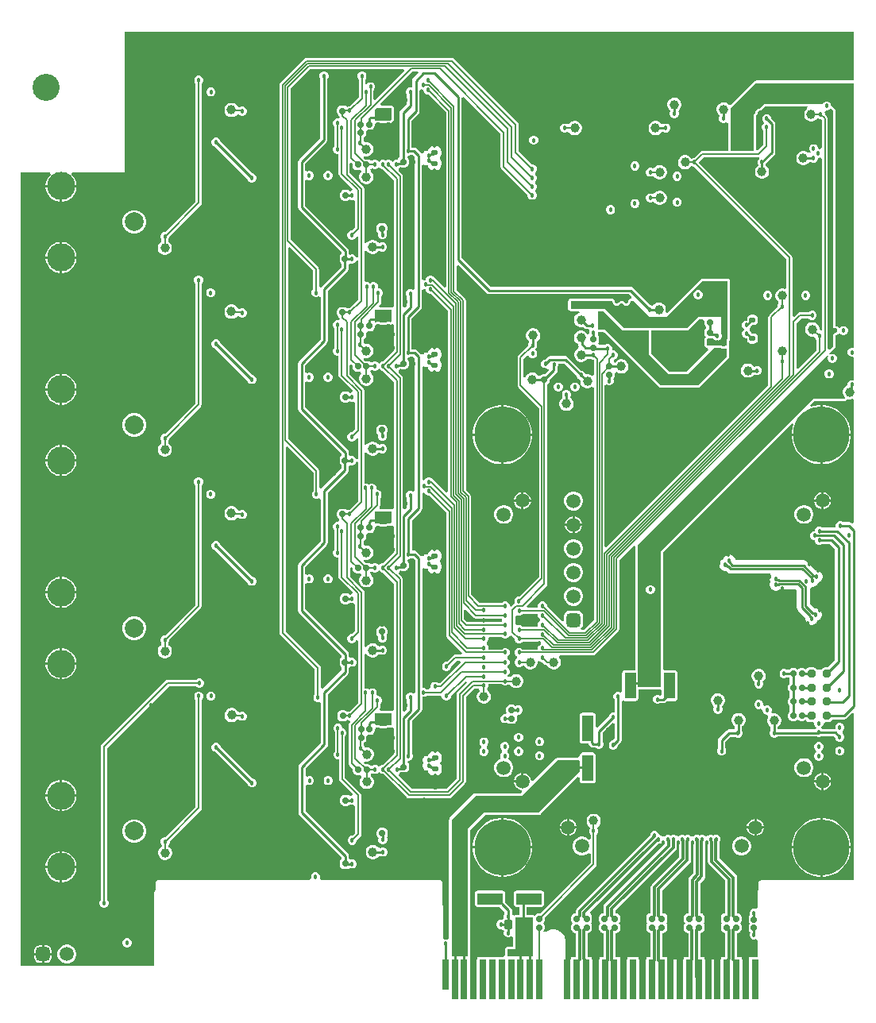
<source format=gbl>
G04*
G04 #@! TF.GenerationSoftware,Altium Limited,Altium Designer,21.0.9 (235)*
G04*
G04 Layer_Physical_Order=4*
G04 Layer_Color=16711680*
%FSLAX25Y25*%
%MOIN*%
G70*
G04*
G04 #@! TF.SameCoordinates,6D45A94B-17CC-4D83-881B-F394DC7C88B3*
G04*
G04*
G04 #@! TF.FilePolarity,Positive*
G04*
G01*
G75*
%ADD13C,0.01000*%
G04:AMPARAMS|DCode=24|XSize=23.62mil|YSize=23.62mil|CornerRadius=5.91mil|HoleSize=0mil|Usage=FLASHONLY|Rotation=180.000|XOffset=0mil|YOffset=0mil|HoleType=Round|Shape=RoundedRectangle|*
%AMROUNDEDRECTD24*
21,1,0.02362,0.01181,0,0,180.0*
21,1,0.01181,0.02362,0,0,180.0*
1,1,0.01181,-0.00591,0.00591*
1,1,0.01181,0.00591,0.00591*
1,1,0.01181,0.00591,-0.00591*
1,1,0.01181,-0.00591,-0.00591*
%
%ADD24ROUNDEDRECTD24*%
G04:AMPARAMS|DCode=25|XSize=23.62mil|YSize=23.62mil|CornerRadius=5.91mil|HoleSize=0mil|Usage=FLASHONLY|Rotation=90.000|XOffset=0mil|YOffset=0mil|HoleType=Round|Shape=RoundedRectangle|*
%AMROUNDEDRECTD25*
21,1,0.02362,0.01181,0,0,90.0*
21,1,0.01181,0.02362,0,0,90.0*
1,1,0.01181,0.00591,0.00591*
1,1,0.01181,0.00591,-0.00591*
1,1,0.01181,-0.00591,-0.00591*
1,1,0.01181,-0.00591,0.00591*
%
%ADD25ROUNDEDRECTD25*%
G04:AMPARAMS|DCode=26|XSize=25.2mil|YSize=25.2mil|CornerRadius=6.3mil|HoleSize=0mil|Usage=FLASHONLY|Rotation=0.000|XOffset=0mil|YOffset=0mil|HoleType=Round|Shape=RoundedRectangle|*
%AMROUNDEDRECTD26*
21,1,0.02520,0.01260,0,0,0.0*
21,1,0.01260,0.02520,0,0,0.0*
1,1,0.01260,0.00630,-0.00630*
1,1,0.01260,-0.00630,-0.00630*
1,1,0.01260,-0.00630,0.00630*
1,1,0.01260,0.00630,0.00630*
%
%ADD26ROUNDEDRECTD26*%
G04:AMPARAMS|DCode=29|XSize=39.37mil|YSize=35.43mil|CornerRadius=8.86mil|HoleSize=0mil|Usage=FLASHONLY|Rotation=90.000|XOffset=0mil|YOffset=0mil|HoleType=Round|Shape=RoundedRectangle|*
%AMROUNDEDRECTD29*
21,1,0.03937,0.01772,0,0,90.0*
21,1,0.02165,0.03543,0,0,90.0*
1,1,0.01772,0.00886,0.01083*
1,1,0.01772,0.00886,-0.01083*
1,1,0.01772,-0.00886,-0.01083*
1,1,0.01772,-0.00886,0.01083*
%
%ADD29ROUNDEDRECTD29*%
G04:AMPARAMS|DCode=38|XSize=25.2mil|YSize=25.2mil|CornerRadius=6.3mil|HoleSize=0mil|Usage=FLASHONLY|Rotation=90.000|XOffset=0mil|YOffset=0mil|HoleType=Round|Shape=RoundedRectangle|*
%AMROUNDEDRECTD38*
21,1,0.02520,0.01260,0,0,90.0*
21,1,0.01260,0.02520,0,0,90.0*
1,1,0.01260,0.00630,0.00630*
1,1,0.01260,0.00630,-0.00630*
1,1,0.01260,-0.00630,-0.00630*
1,1,0.01260,-0.00630,0.00630*
%
%ADD38ROUNDEDRECTD38*%
%ADD120C,0.00841*%
%ADD128R,0.02756X0.16535*%
%ADD129R,0.02756X0.12598*%
%ADD130C,0.00500*%
%ADD133C,0.01218*%
%ADD135C,0.05906*%
G04:AMPARAMS|DCode=136|XSize=59.06mil|YSize=59.06mil|CornerRadius=14.76mil|HoleSize=0mil|Usage=FLASHONLY|Rotation=90.000|XOffset=0mil|YOffset=0mil|HoleType=Round|Shape=RoundedRectangle|*
%AMROUNDEDRECTD136*
21,1,0.05906,0.02953,0,0,90.0*
21,1,0.02953,0.05906,0,0,90.0*
1,1,0.02953,0.01476,0.01476*
1,1,0.02953,0.01476,-0.01476*
1,1,0.02953,-0.01476,-0.01476*
1,1,0.02953,-0.01476,0.01476*
%
%ADD136ROUNDEDRECTD136*%
G04:AMPARAMS|DCode=137|XSize=59.06mil|YSize=59.06mil|CornerRadius=14.76mil|HoleSize=0mil|Usage=FLASHONLY|Rotation=0.000|XOffset=0mil|YOffset=0mil|HoleType=Round|Shape=RoundedRectangle|*
%AMROUNDEDRECTD137*
21,1,0.05906,0.02953,0,0,0.0*
21,1,0.02953,0.05906,0,0,0.0*
1,1,0.02953,0.01476,-0.01476*
1,1,0.02953,-0.01476,-0.01476*
1,1,0.02953,-0.01476,0.01476*
1,1,0.02953,0.01476,0.01476*
%
%ADD137ROUNDEDRECTD137*%
%ADD138C,0.07874*%
%ADD139C,0.11811*%
%ADD140C,0.11339*%
%ADD141C,0.23622*%
%ADD142C,0.01800*%
%ADD143C,0.03937*%
G04:AMPARAMS|DCode=144|XSize=108.27mil|YSize=47.24mil|CornerRadius=2.36mil|HoleSize=0mil|Usage=FLASHONLY|Rotation=270.000|XOffset=0mil|YOffset=0mil|HoleType=Round|Shape=RoundedRectangle|*
%AMROUNDEDRECTD144*
21,1,0.10827,0.04252,0,0,270.0*
21,1,0.10354,0.04724,0,0,270.0*
1,1,0.00472,-0.02126,-0.05177*
1,1,0.00472,-0.02126,0.05177*
1,1,0.00472,0.02126,0.05177*
1,1,0.00472,0.02126,-0.05177*
%
%ADD144ROUNDEDRECTD144*%
G04:AMPARAMS|DCode=145|XSize=108.27mil|YSize=47.24mil|CornerRadius=2.36mil|HoleSize=0mil|Usage=FLASHONLY|Rotation=180.000|XOffset=0mil|YOffset=0mil|HoleType=Round|Shape=RoundedRectangle|*
%AMROUNDEDRECTD145*
21,1,0.10827,0.04252,0,0,180.0*
21,1,0.10354,0.04724,0,0,180.0*
1,1,0.00472,-0.05177,0.02126*
1,1,0.00472,0.05177,0.02126*
1,1,0.00472,0.05177,-0.02126*
1,1,0.00472,-0.05177,-0.02126*
%
%ADD145ROUNDEDRECTD145*%
G04:AMPARAMS|DCode=146|XSize=149.61mil|YSize=79.92mil|CornerRadius=4mil|HoleSize=0mil|Usage=FLASHONLY|Rotation=180.000|XOffset=0mil|YOffset=0mil|HoleType=Round|Shape=RoundedRectangle|*
%AMROUNDEDRECTD146*
21,1,0.14961,0.07193,0,0,180.0*
21,1,0.14161,0.07992,0,0,180.0*
1,1,0.00799,-0.07081,0.03597*
1,1,0.00799,0.07081,0.03597*
1,1,0.00799,0.07081,-0.03597*
1,1,0.00799,-0.07081,-0.03597*
%
%ADD146ROUNDEDRECTD146*%
G04:AMPARAMS|DCode=147|XSize=31.5mil|YSize=31.5mil|CornerRadius=7.87mil|HoleSize=0mil|Usage=FLASHONLY|Rotation=180.000|XOffset=0mil|YOffset=0mil|HoleType=Round|Shape=RoundedRectangle|*
%AMROUNDEDRECTD147*
21,1,0.03150,0.01575,0,0,180.0*
21,1,0.01575,0.03150,0,0,180.0*
1,1,0.01575,-0.00787,0.00787*
1,1,0.01575,0.00787,0.00787*
1,1,0.01575,0.00787,-0.00787*
1,1,0.01575,-0.00787,-0.00787*
%
%ADD147ROUNDEDRECTD147*%
G04:AMPARAMS|DCode=148|XSize=23.62mil|YSize=21.65mil|CornerRadius=5.41mil|HoleSize=0mil|Usage=FLASHONLY|Rotation=0.000|XOffset=0mil|YOffset=0mil|HoleType=Round|Shape=RoundedRectangle|*
%AMROUNDEDRECTD148*
21,1,0.02362,0.01083,0,0,0.0*
21,1,0.01280,0.02165,0,0,0.0*
1,1,0.01083,0.00640,-0.00541*
1,1,0.01083,-0.00640,-0.00541*
1,1,0.01083,-0.00640,0.00541*
1,1,0.01083,0.00640,0.00541*
%
%ADD148ROUNDEDRECTD148*%
G04:AMPARAMS|DCode=149|XSize=22.84mil|YSize=62.21mil|CornerRadius=5.71mil|HoleSize=0mil|Usage=FLASHONLY|Rotation=0.000|XOffset=0mil|YOffset=0mil|HoleType=Round|Shape=RoundedRectangle|*
%AMROUNDEDRECTD149*
21,1,0.02284,0.05079,0,0,0.0*
21,1,0.01142,0.06221,0,0,0.0*
1,1,0.01142,0.00571,-0.02539*
1,1,0.01142,-0.00571,-0.02539*
1,1,0.01142,-0.00571,0.02539*
1,1,0.01142,0.00571,0.02539*
%
%ADD149ROUNDEDRECTD149*%
G04:AMPARAMS|DCode=150|XSize=19.68mil|YSize=19.68mil|CornerRadius=4.92mil|HoleSize=0mil|Usage=FLASHONLY|Rotation=0.000|XOffset=0mil|YOffset=0mil|HoleType=Round|Shape=RoundedRectangle|*
%AMROUNDEDRECTD150*
21,1,0.01968,0.00984,0,0,0.0*
21,1,0.00984,0.01968,0,0,0.0*
1,1,0.00984,0.00492,-0.00492*
1,1,0.00984,-0.00492,-0.00492*
1,1,0.00984,-0.00492,0.00492*
1,1,0.00984,0.00492,0.00492*
%
%ADD150ROUNDEDRECTD150*%
G36*
X162550Y394864D02*
X150329Y382643D01*
X149601Y382944D01*
Y386776D01*
X149938Y387113D01*
X150227Y387811D01*
Y388567D01*
X149938Y389265D01*
X149403Y389800D01*
X148705Y390089D01*
X147949D01*
X147251Y389800D01*
X146747Y389296D01*
X146586Y389305D01*
X145959Y389496D01*
Y391304D01*
X146296Y391640D01*
X146585Y392339D01*
Y393094D01*
X146296Y393793D01*
X145761Y394327D01*
X145063Y394617D01*
X144307D01*
X143609Y394327D01*
X143074Y393793D01*
X142785Y393094D01*
Y392339D01*
X143074Y391640D01*
X143411Y391304D01*
Y383894D01*
X139566Y380049D01*
X139090D01*
X138417Y379771D01*
X138321Y379915D01*
X137782Y380276D01*
X137146Y380402D01*
X135886D01*
X135250Y380276D01*
X134711Y379915D01*
X134351Y379376D01*
X134224Y378740D01*
Y377480D01*
X134351Y376844D01*
X134711Y376305D01*
X135158Y376006D01*
X135240Y375595D01*
X135277Y375539D01*
X135029Y375115D01*
X134789Y374853D01*
X134121D01*
X133423Y374564D01*
X132888Y374029D01*
X132599Y373331D01*
Y372575D01*
X132888Y371877D01*
X133224Y371540D01*
Y363342D01*
X132888Y363006D01*
X132599Y362307D01*
Y361551D01*
X132888Y360853D01*
X133423Y360319D01*
X134121Y360029D01*
X134877D01*
X134924Y359998D01*
Y351666D01*
X135021Y351179D01*
X135298Y350765D01*
X140737Y345325D01*
X140411Y344538D01*
X140125D01*
X139657Y344344D01*
X139591Y344443D01*
X139052Y344803D01*
X138416Y344930D01*
X137156D01*
X136520Y344803D01*
X135981Y344443D01*
X135621Y343904D01*
X135494Y343268D01*
Y342008D01*
X135621Y341372D01*
X135981Y340833D01*
X136520Y340473D01*
X137156Y340346D01*
X138416D01*
X139052Y340473D01*
X139591Y340833D01*
X139657Y340932D01*
X140125Y340738D01*
X140881D01*
X141000Y340787D01*
X141787Y340261D01*
Y328993D01*
X140600Y327806D01*
X140125D01*
X139426Y327517D01*
X138892Y326982D01*
X138603Y326284D01*
Y325528D01*
X138892Y324830D01*
X139426Y324295D01*
X140125Y324006D01*
X140881D01*
X141579Y324295D01*
X142113Y324830D01*
X142328Y325347D01*
X143115Y325191D01*
Y316674D01*
X142328Y316517D01*
X142106Y317053D01*
X141571Y317588D01*
X140873Y317877D01*
X140117D01*
X139841Y317763D01*
X139162Y318285D01*
Y319356D01*
X139045Y319941D01*
X138714Y320437D01*
X120919Y338232D01*
Y348811D01*
X121061Y348958D01*
X121707Y349273D01*
X122161Y349084D01*
X122917D01*
X123616Y349374D01*
X124150Y349908D01*
X124439Y350606D01*
Y351362D01*
X124150Y352061D01*
X123616Y352595D01*
X122917Y352884D01*
X122161D01*
X121707Y352696D01*
X121061Y353011D01*
X120919Y353157D01*
Y356059D01*
X129822Y364962D01*
X130153Y365458D01*
X130270Y366043D01*
Y391559D01*
X130351Y391640D01*
X130640Y392339D01*
Y393094D01*
X130351Y393793D01*
X129816Y394327D01*
X129118Y394617D01*
X128362D01*
X127664Y394327D01*
X127129Y393793D01*
X126840Y393094D01*
Y392339D01*
X127129Y391640D01*
X127211Y391559D01*
Y366677D01*
X118308Y357774D01*
X117977Y357278D01*
X117860Y356693D01*
Y337598D01*
X117977Y337013D01*
X118308Y336517D01*
X136019Y318806D01*
X135968Y317991D01*
X135784Y317868D01*
X135424Y317329D01*
X135298Y316693D01*
Y315433D01*
X135424Y314797D01*
X135784Y314258D01*
X136005Y314111D01*
Y312675D01*
X127757Y304428D01*
X127456Y303976D01*
X127398Y303967D01*
X126668Y304344D01*
Y311614D01*
X126571Y312102D01*
X126295Y312515D01*
X114692Y324118D01*
Y387469D01*
X122814Y395592D01*
X162249D01*
X162550Y394864D01*
D02*
G37*
G36*
X342484Y378318D02*
X342484Y287764D01*
X342562Y287374D01*
X342783Y287043D01*
X343114Y286822D01*
X343470Y286751D01*
X343810Y286610D01*
X344046Y286374D01*
X344079Y286352D01*
X344104Y286320D01*
X344143Y286298D01*
X344161Y286251D01*
X344198Y286137D01*
X344231Y285864D01*
X344198Y285591D01*
X344161Y285476D01*
X344143Y285430D01*
X344104Y285408D01*
X344079Y285376D01*
X344046Y285353D01*
X343810Y285118D01*
X343470Y284977D01*
X343114Y284906D01*
X342783Y284685D01*
X342562Y284354D01*
X342484Y283964D01*
Y279359D01*
X341038Y277913D01*
X340251Y278239D01*
Y374827D01*
X340154Y375315D01*
X339878Y375728D01*
X339111Y376495D01*
Y376970D01*
X338857Y377585D01*
X339001Y377845D01*
X339381Y378220D01*
X339386Y378218D01*
X340142D01*
X340840Y378507D01*
X341374Y379042D01*
X341696Y379106D01*
X342484Y378318D01*
D02*
G37*
G36*
X157087Y374441D02*
X156587Y374073D01*
X156437Y374103D01*
X155177D01*
X154717Y374011D01*
X152370D01*
X151909Y374103D01*
X150650D01*
X150500Y374073D01*
X150000Y374441D01*
Y378709D01*
X150617Y379326D01*
X157087D01*
Y374441D01*
D02*
G37*
G36*
X168276Y393864D02*
X166241Y391829D01*
X165910Y391333D01*
X165793Y390748D01*
Y388228D01*
X165339Y387924D01*
X164583D01*
X163884Y387634D01*
X163350Y387100D01*
X163061Y386402D01*
Y385646D01*
X163350Y384947D01*
X163431Y384866D01*
Y380948D01*
X160926Y378444D01*
X160595Y377947D01*
X160478Y377362D01*
Y358643D01*
X160262Y358498D01*
X159902Y357959D01*
X159581Y357530D01*
X158826D01*
X158127Y357241D01*
X158013Y357127D01*
X157499Y356771D01*
X156985Y357127D01*
X156871Y357241D01*
X156173Y357530D01*
X155417D01*
X154718Y357241D01*
X154645Y357167D01*
X154571Y357241D01*
X153873Y357530D01*
X153117D01*
X152418Y357241D01*
X152336Y357158D01*
X151822Y356755D01*
X151307Y357158D01*
X151225Y357241D01*
X150526Y357530D01*
X149770D01*
X149072Y357241D01*
X148292Y357249D01*
X147766Y357601D01*
X147146Y357724D01*
X146145D01*
X145455Y358414D01*
X145863Y359120D01*
X146164Y359039D01*
X146946D01*
X147701Y359242D01*
X148378Y359632D01*
X148931Y360185D01*
X149321Y360862D01*
X149524Y361617D01*
Y362399D01*
X149321Y363154D01*
X148931Y363831D01*
X148378Y364383D01*
X147701Y364774D01*
X146946Y364976D01*
X146164D01*
X145950Y364919D01*
X145828Y365013D01*
X145539Y365711D01*
X145335Y365915D01*
Y366795D01*
X145404Y366809D01*
X145930Y367160D01*
X146282Y367687D01*
X146405Y368307D01*
Y369488D01*
X146388Y369577D01*
X147057Y370246D01*
X147146Y370229D01*
X148327D01*
X148947Y370352D01*
X149474Y370704D01*
X149825Y371230D01*
X149949Y371850D01*
Y372369D01*
X149992Y372468D01*
X150062Y372605D01*
X150654Y373065D01*
X150672Y373072D01*
X150698Y373073D01*
X150699D01*
X150750Y373083D01*
X151809D01*
X152171Y373011D01*
X152272D01*
X152370Y372992D01*
X154717D01*
X154815Y373011D01*
X154915D01*
X155278Y373083D01*
X156337D01*
X156388Y373073D01*
X156411D01*
X156433Y373065D01*
X156609Y373073D01*
X156786D01*
X156807Y373082D01*
X156830Y373083D01*
X156990Y373158D01*
X157153Y373225D01*
X157169Y373242D01*
X157191Y373252D01*
X157691Y373619D01*
X157743Y373676D01*
X157808Y373720D01*
X157876Y373822D01*
X157959Y373913D01*
X157985Y373986D01*
X158029Y374050D01*
X158053Y374171D01*
X158095Y374287D01*
X158091Y374364D01*
X158106Y374441D01*
Y379326D01*
X158029Y379716D01*
X157808Y380047D01*
X157477Y380268D01*
X157087Y380346D01*
X152665D01*
X152364Y381073D01*
X165882Y394592D01*
X167975D01*
X168276Y393864D01*
D02*
G37*
G36*
X331661Y379979D02*
X331445Y378950D01*
X330892Y378397D01*
X330502Y377721D01*
X330299Y376966D01*
Y376184D01*
X330502Y375429D01*
X330892Y374752D01*
X331445Y374199D01*
X332122Y373809D01*
X332877Y373606D01*
X333659D01*
X334414Y373809D01*
X335090Y374199D01*
X335643Y374752D01*
X335746Y374930D01*
X336135Y374981D01*
X336833Y374692D01*
X337309D01*
X337702Y374299D01*
Y362471D01*
X336914Y362005D01*
X336598Y362136D01*
X336152D01*
Y362583D01*
X335863Y363281D01*
X335328Y363815D01*
X334630Y364105D01*
X333874D01*
X333176Y363815D01*
X332641Y363281D01*
X332352Y362583D01*
Y361827D01*
X332641Y361128D01*
X333079Y360691D01*
X333080Y360679D01*
X332938Y360515D01*
X332903Y360492D01*
X331896Y360491D01*
X331744Y360643D01*
X331067Y361034D01*
X330312Y361236D01*
X329531D01*
X328776Y361034D01*
X328099Y360643D01*
X327546Y360090D01*
X327155Y359414D01*
X326953Y358659D01*
Y357877D01*
X327155Y357122D01*
X327546Y356445D01*
X328099Y355892D01*
X328776Y355502D01*
X329531Y355299D01*
X330312D01*
X331067Y355502D01*
X331744Y355892D01*
X332297Y356445D01*
X332373Y356578D01*
X333176Y356657D01*
X333874Y356368D01*
X334630D01*
X335328Y356657D01*
X335863Y357191D01*
X336152Y357890D01*
Y358336D01*
X336598D01*
X336914Y358467D01*
X337702Y358002D01*
Y285978D01*
X337337Y285834D01*
X336630Y286395D01*
Y286808D01*
X336428Y287563D01*
X336037Y288240D01*
X335484Y288793D01*
X334807Y289183D01*
X334052Y289386D01*
X333271D01*
X332516Y289183D01*
X331839Y288793D01*
X331286Y288240D01*
X330895Y287563D01*
X330693Y286808D01*
Y286027D01*
X330895Y285272D01*
X331286Y284595D01*
X331839Y284042D01*
X332516Y283651D01*
X333271Y283449D01*
X334052D01*
X334126Y283469D01*
X334911Y283087D01*
X335200Y282388D01*
X335537Y282052D01*
Y277533D01*
X327789Y269785D01*
X327062Y270087D01*
Y289039D01*
X329071Y291048D01*
X332249D01*
X332585Y290712D01*
X333283Y290423D01*
X334039D01*
X334738Y290712D01*
X335272Y291247D01*
X335561Y291945D01*
Y292701D01*
X335272Y293399D01*
X334738Y293934D01*
X334039Y294223D01*
X333283D01*
X332585Y293934D01*
X332249Y293597D01*
X328543D01*
X328056Y293500D01*
X327642Y293224D01*
X326069Y291651D01*
X325342Y291952D01*
Y316484D01*
X325244Y316972D01*
X324968Y317385D01*
X285955Y356399D01*
Y356594D01*
X288126Y358765D01*
X311152D01*
X311278Y358540D01*
X311416Y358001D01*
X310988Y357572D01*
X310698Y356874D01*
Y356118D01*
X310988Y355420D01*
X310776Y354935D01*
X310223Y354382D01*
X309832Y353705D01*
X309630Y352950D01*
Y352168D01*
X309832Y351413D01*
X310223Y350736D01*
X310776Y350184D01*
X311453Y349793D01*
X312208Y349591D01*
X312989D01*
X313744Y349793D01*
X314421Y350184D01*
X314974Y350736D01*
X315365Y351413D01*
X315567Y352168D01*
Y352950D01*
X315365Y353705D01*
X314974Y354382D01*
X314421Y354935D01*
X314209Y355420D01*
X314498Y356118D01*
Y356233D01*
X317814Y359548D01*
X318145Y360045D01*
X318262Y360630D01*
Y372657D01*
X318145Y373243D01*
X317814Y373739D01*
X316487Y375066D01*
Y375181D01*
X316197Y375879D01*
X315663Y376414D01*
X314964Y376703D01*
X314209D01*
X313510Y376414D01*
X312976Y375879D01*
X312686Y375181D01*
Y374425D01*
X312976Y373727D01*
X313088Y373615D01*
X313358Y372974D01*
X313088Y372586D01*
X312859Y372357D01*
X312570Y371659D01*
Y370903D01*
X312859Y370205D01*
X313195Y369868D01*
Y363816D01*
X310862Y361483D01*
X310075Y361723D01*
Y376152D01*
X310435Y376513D01*
X310656Y376844D01*
X310734Y377234D01*
Y377340D01*
X310868Y377664D01*
X311116Y377912D01*
X311439Y378046D01*
X311546D01*
X311936Y378123D01*
X312267Y378344D01*
X314005Y380083D01*
X331594D01*
X331661Y379979D01*
D02*
G37*
G36*
X165988Y359614D02*
X166787Y358815D01*
Y303352D01*
X166037Y302989D01*
X165339Y303278D01*
X164583D01*
X163884Y302989D01*
X163350Y302454D01*
X163061Y301756D01*
Y301000D01*
X163350Y300302D01*
X163431Y300220D01*
Y296303D01*
X162632Y295503D01*
X161904Y295805D01*
Y350701D01*
X161807Y351189D01*
X161531Y351602D01*
X160058Y353075D01*
X160243Y354004D01*
X160280Y354019D01*
X160744Y354484D01*
X161021D01*
X161437Y354401D01*
X162697D01*
X163333Y354528D01*
X163872Y354888D01*
X164232Y355427D01*
X164359Y356063D01*
Y357323D01*
X164232Y357959D01*
X163872Y358498D01*
X163819Y358533D01*
X164058Y359320D01*
X164453D01*
X165151Y359610D01*
X165156Y359614D01*
X165988D01*
D02*
G37*
G36*
X169996Y386970D02*
X170443D01*
Y386524D01*
X170732Y385826D01*
X171266Y385291D01*
X171965Y385002D01*
X172526D01*
X179993Y377535D01*
Y304223D01*
X179266Y303921D01*
X175396Y307791D01*
X175111Y307981D01*
X175036Y308163D01*
X174502Y308697D01*
X173803Y308987D01*
X173047D01*
X172349Y308697D01*
X171815Y308163D01*
X171525Y307465D01*
Y307018D01*
X171079D01*
X170633Y306834D01*
X169973Y307160D01*
X169846Y307295D01*
Y355410D01*
X170633Y355621D01*
X170668Y355562D01*
X171149Y355080D01*
X171739Y354740D01*
X172396Y354564D01*
X172480D01*
X172952Y353857D01*
X173688Y353365D01*
X174557Y353193D01*
X175837D01*
X176705Y353365D01*
X177442Y353857D01*
X177934Y354594D01*
X178107Y355463D01*
Y356545D01*
X177934Y357414D01*
X177442Y358150D01*
Y358385D01*
X177934Y359121D01*
X178107Y359990D01*
Y361073D01*
X177934Y361942D01*
X177442Y362678D01*
X176705Y363170D01*
X175837Y363343D01*
X174557D01*
X173688Y363170D01*
X172952Y362678D01*
X172522Y362034D01*
X172396D01*
X171739Y361858D01*
X171149Y361517D01*
X170668Y361036D01*
X170361Y360506D01*
X170106Y360430D01*
X169495Y360384D01*
X169398Y360530D01*
X167626Y362302D01*
X167130Y362633D01*
X166545Y362750D01*
X165604D01*
Y374071D01*
X168404Y376871D01*
X168736Y377367D01*
X168852Y377953D01*
Y386677D01*
X169640Y387118D01*
X169996Y386970D01*
D02*
G37*
G36*
X351146Y390783D02*
X310039D01*
X309649Y390706D01*
X309318Y390485D01*
X299331Y380497D01*
X298832Y380563D01*
X298279Y381116D01*
X297603Y381506D01*
X296848Y381709D01*
X296066D01*
X295311Y381506D01*
X294634Y381116D01*
X294081Y380563D01*
X293690Y379886D01*
X293488Y379131D01*
Y378349D01*
X293690Y377594D01*
X294081Y376918D01*
X294634Y376365D01*
X294846Y375879D01*
X294557Y375181D01*
Y374425D01*
X294846Y373727D01*
X295380Y373192D01*
X296079Y372903D01*
X296835D01*
X297533Y373192D01*
X297602Y373262D01*
X298390Y372936D01*
Y361314D01*
X287598D01*
X287111Y361217D01*
X286697Y360941D01*
X284153Y358396D01*
X283677D01*
X282979Y358107D01*
X282799Y358131D01*
X282690Y358319D01*
X282138Y358872D01*
X281461Y359262D01*
X280706Y359465D01*
X279924D01*
X279169Y359262D01*
X278492Y358872D01*
X277940Y358319D01*
X277549Y357642D01*
X277346Y356887D01*
Y356105D01*
X277549Y355350D01*
X277940Y354673D01*
X278492Y354121D01*
X279169Y353730D01*
X279924Y353528D01*
X280706D01*
X281461Y353730D01*
X282138Y354121D01*
X282690Y354673D01*
X282799Y354862D01*
X282979Y354885D01*
X283677Y354596D01*
X284153D01*
X322793Y315956D01*
Y303818D01*
X322005Y303385D01*
X321489Y303523D01*
X320708D01*
X319953Y303321D01*
X319276Y302930D01*
X318723Y302378D01*
X318332Y301701D01*
X318130Y300946D01*
Y300164D01*
X318332Y299409D01*
X318723Y298732D01*
X319276Y298180D01*
X319395Y298111D01*
X319494Y297181D01*
X319452Y297139D01*
X319163Y296441D01*
Y295965D01*
X315634Y292437D01*
X315358Y292023D01*
X315261Y291535D01*
Y262914D01*
X247278Y194931D01*
X246550Y195232D01*
Y262838D01*
X247338Y263164D01*
X247349Y263153D01*
X248047Y262864D01*
X248803D01*
X249501Y263153D01*
X250036Y263687D01*
X250325Y264386D01*
Y265142D01*
X250146Y265575D01*
X250163Y265586D01*
X250514Y266112D01*
X250638Y266732D01*
Y267913D01*
X251276Y268703D01*
X251489Y268722D01*
X251721Y268491D01*
X252397Y268100D01*
X253152Y267898D01*
X253934D01*
X254689Y268100D01*
X255366Y268491D01*
X255919Y269043D01*
X256310Y269720D01*
X256512Y270475D01*
Y271257D01*
X256310Y272012D01*
X255919Y272689D01*
X255366Y273241D01*
X254689Y273632D01*
X253934Y273835D01*
X253152D01*
X252397Y273632D01*
X251721Y273241D01*
X251168Y272689D01*
X251032Y272453D01*
X250659Y272447D01*
X250299Y273160D01*
X250345Y273349D01*
X250575Y273691D01*
X251273Y273980D01*
X251808Y274514D01*
X252097Y275213D01*
Y275969D01*
X251808Y276667D01*
X251273Y277201D01*
X250575Y277490D01*
X250261D01*
X249699Y277901D01*
X249607Y278218D01*
Y278724D01*
X249318Y279423D01*
X248783Y279957D01*
X248085Y280246D01*
X247329D01*
X246631Y279957D01*
X246549Y279876D01*
X244033D01*
X244018Y279951D01*
X243666Y280546D01*
X244018Y281072D01*
X244141Y281693D01*
Y282874D01*
X244018Y283495D01*
X243666Y284021D01*
X243650Y284032D01*
X243829Y284465D01*
Y285220D01*
X243948Y285398D01*
X246231D01*
X269358Y262271D01*
X269689Y262050D01*
X270079Y261972D01*
X285827Y261973D01*
X286217Y262050D01*
X286548Y262271D01*
X298556Y274279D01*
X298777Y274610D01*
X298854Y275000D01*
X298854Y275847D01*
X298835Y275945D01*
Y276046D01*
X298796Y276242D01*
Y277301D01*
X298835Y277498D01*
Y277598D01*
X298854Y277697D01*
Y278070D01*
X298829Y278197D01*
X298832Y278232D01*
X298810Y278299D01*
X298785Y278440D01*
X298770Y278479D01*
X298730Y278540D01*
X298707Y278610D01*
X298673Y278671D01*
X298647Y278702D01*
X298631Y278739D01*
X298656Y279348D01*
X298714Y279486D01*
X298784Y279618D01*
X298789Y279668D01*
X298809Y279715D01*
Y279865D01*
X298823Y280014D01*
X298809Y280062D01*
Y280113D01*
X298796Y280179D01*
Y281238D01*
X298863Y281577D01*
X299076Y281896D01*
X299114Y281989D01*
X299170Y282072D01*
X299190Y282171D01*
X299228Y282263D01*
Y282364D01*
X299248Y282462D01*
X299248Y306693D01*
X299170Y307083D01*
X298949Y307414D01*
X298619Y307635D01*
X298228Y307713D01*
X295472D01*
X287598Y307713D01*
X287208Y307635D01*
X286877Y307414D01*
X272825Y293362D01*
X272119Y293769D01*
X272260Y294294D01*
Y295076D01*
X272058Y295831D01*
X271667Y296508D01*
X271114Y297060D01*
X270437Y297451D01*
X269682Y297654D01*
X268900D01*
X268145Y297451D01*
X267469Y297060D01*
X266916Y296508D01*
X266459Y296296D01*
X265761Y296585D01*
X265646D01*
X258393Y303837D01*
X257897Y304169D01*
X257312Y304285D01*
X198665D01*
X186569Y316382D01*
Y383744D01*
X187346Y384080D01*
X202859Y368567D01*
Y354724D01*
X202956Y354237D01*
X203233Y353823D01*
X214242Y342814D01*
Y342339D01*
X214531Y341640D01*
X215066Y341106D01*
X215764Y340816D01*
X216520D01*
X217218Y341106D01*
X217753Y341640D01*
X218042Y342339D01*
Y343094D01*
X217753Y343793D01*
X217571Y343974D01*
X217302Y344488D01*
X217571Y345003D01*
X217753Y345184D01*
X218042Y345882D01*
Y346638D01*
X217753Y347336D01*
X217454Y347635D01*
X217299Y348130D01*
X217454Y348625D01*
X217753Y348924D01*
X218042Y349622D01*
Y350378D01*
X217753Y351076D01*
X217454Y351375D01*
X217299Y351870D01*
X217454Y352365D01*
X217753Y352664D01*
X218042Y353362D01*
Y354118D01*
X217753Y354816D01*
X217218Y355351D01*
X216520Y355640D01*
X216044D01*
X210526Y361158D01*
Y372244D01*
X210429Y372732D01*
X210153Y373145D01*
X183381Y399917D01*
X182968Y400193D01*
X182480Y400290D01*
X121420D01*
X120933Y400193D01*
X120519Y399917D01*
X110516Y389914D01*
X110240Y389500D01*
X110143Y389013D01*
Y159055D01*
X110240Y158567D01*
X110516Y158154D01*
X124907Y143763D01*
Y133302D01*
X124570Y132966D01*
X124281Y132268D01*
Y131512D01*
X124570Y130814D01*
X125105Y130279D01*
X125803Y129990D01*
X126559D01*
X126620Y130015D01*
X127408Y129489D01*
Y112838D01*
X118407Y103837D01*
X118075Y103341D01*
X117959Y102756D01*
Y83662D01*
X118075Y83076D01*
X118407Y82580D01*
X136117Y64869D01*
X136066Y64054D01*
X135883Y63931D01*
X135522Y63392D01*
X135396Y62756D01*
Y61496D01*
X135522Y60860D01*
X135883Y60321D01*
X136422Y59961D01*
X137058Y59834D01*
X138318D01*
X138953Y59961D01*
X139493Y60321D01*
X139555Y60414D01*
X140216Y60140D01*
X140972D01*
X141670Y60429D01*
X142204Y60964D01*
X142494Y61662D01*
Y62418D01*
X142204Y63116D01*
X141670Y63651D01*
X140972Y63940D01*
X140216D01*
X139939Y63826D01*
X139260Y64348D01*
Y65419D01*
X139144Y66004D01*
X138812Y66500D01*
X121018Y84295D01*
Y94874D01*
X121159Y95021D01*
X121805Y95336D01*
X122260Y95147D01*
X123016D01*
X123714Y95437D01*
X124249Y95971D01*
X124538Y96669D01*
Y97425D01*
X124249Y98124D01*
X123714Y98658D01*
X123016Y98947D01*
X122260D01*
X121805Y98759D01*
X121159Y99074D01*
X121018Y99220D01*
Y102122D01*
X130018Y111123D01*
X130350Y111619D01*
X130466Y112205D01*
Y133422D01*
X138714Y141669D01*
X139045Y142165D01*
X139162Y142751D01*
Y144334D01*
X139927Y144869D01*
X140117Y144790D01*
X140873D01*
X141571Y145080D01*
X142106Y145614D01*
X142395Y146312D01*
Y147068D01*
X142106Y147766D01*
X141571Y148301D01*
X140873Y148590D01*
X140117D01*
X139841Y148476D01*
X139162Y148998D01*
Y150069D01*
X139045Y150654D01*
X138714Y151151D01*
X120919Y168945D01*
Y179525D01*
X121061Y179671D01*
X121707Y179986D01*
X122161Y179797D01*
X122917D01*
X123616Y180087D01*
X124150Y180621D01*
X124439Y181320D01*
Y182076D01*
X124150Y182774D01*
X123616Y183308D01*
X122917Y183598D01*
X122161D01*
X121707Y183409D01*
X121061Y183724D01*
X120919Y183870D01*
Y186773D01*
X129920Y195774D01*
X130252Y196270D01*
X130368Y196855D01*
Y218072D01*
X138615Y226319D01*
X138947Y226816D01*
X139063Y227401D01*
Y229069D01*
X139776Y229573D01*
X140117Y229431D01*
X140873D01*
X141571Y229721D01*
X142106Y230255D01*
X142328Y230791D01*
X143115Y230634D01*
Y214312D01*
X139566Y210763D01*
X139090D01*
X138417Y210484D01*
X138321Y210629D01*
X137782Y210989D01*
X137146Y211115D01*
X135886D01*
X135250Y210989D01*
X134711Y210629D01*
X134351Y210089D01*
X134224Y209453D01*
Y208194D01*
X134351Y207558D01*
X134711Y207018D01*
X135017Y206814D01*
X135117Y206294D01*
X135086Y206199D01*
X134595Y205566D01*
X134121D01*
X133423Y205277D01*
X132888Y204743D01*
X132599Y204044D01*
Y203288D01*
X132888Y202590D01*
X133224Y202254D01*
Y194055D01*
X132888Y193719D01*
X132599Y193021D01*
Y192265D01*
X132888Y191566D01*
X133423Y191032D01*
X134121Y190743D01*
X134877D01*
X134924Y190711D01*
Y182380D01*
X135021Y181892D01*
X135298Y181478D01*
X140737Y176039D01*
X140411Y175251D01*
X140125D01*
X139657Y175058D01*
X139591Y175156D01*
X139052Y175517D01*
X138416Y175643D01*
X137156D01*
X136520Y175517D01*
X135981Y175156D01*
X135621Y174617D01*
X135494Y173981D01*
Y172721D01*
X135621Y172085D01*
X135981Y171546D01*
X136520Y171186D01*
X137156Y171060D01*
X138416D01*
X139052Y171186D01*
X139591Y171546D01*
X139657Y171645D01*
X140125Y171451D01*
X140881D01*
X141000Y171501D01*
X141787Y170975D01*
Y159706D01*
X140600Y158519D01*
X140125D01*
X139426Y158230D01*
X138892Y157695D01*
X138603Y156997D01*
Y156241D01*
X138892Y155543D01*
X139426Y155008D01*
X140125Y154719D01*
X140881D01*
X141579Y155008D01*
X142113Y155543D01*
X142403Y156241D01*
X142426Y156249D01*
X143214Y155685D01*
Y129662D01*
X139664Y126112D01*
X139189D01*
X138516Y125834D01*
X138419Y125978D01*
X137880Y126339D01*
X137244Y126465D01*
X135984D01*
X135348Y126339D01*
X134809Y125978D01*
X134449Y125439D01*
X134322Y124803D01*
Y123543D01*
X134449Y122907D01*
X134809Y122368D01*
X135348Y122008D01*
X135984Y121881D01*
X137244D01*
X137880Y122008D01*
X138419Y122368D01*
X138557Y122574D01*
X139189Y122312D01*
X139475D01*
X139801Y121525D01*
X139453Y121177D01*
X139177Y120763D01*
X139080Y120276D01*
Y104331D01*
X139177Y103843D01*
X139453Y103429D01*
X140898Y101985D01*
Y100984D01*
X141021Y100364D01*
X141373Y99837D01*
X141899Y99486D01*
X142520Y99362D01*
X143701D01*
X144154Y99453D01*
X144272Y99387D01*
X144433Y98489D01*
X144396Y98397D01*
X144278Y98279D01*
X143887Y97602D01*
X143685Y96847D01*
Y96066D01*
X143887Y95311D01*
X144278Y94634D01*
X144831Y94081D01*
X145508Y93691D01*
X146263Y93488D01*
X147044D01*
X147799Y93691D01*
X148476Y94081D01*
X149029Y94634D01*
X149420Y95311D01*
X149622Y96066D01*
Y96847D01*
X149420Y97602D01*
X149029Y98279D01*
X148476Y98832D01*
X148383Y98886D01*
X148353Y99812D01*
X148391Y99837D01*
X149170Y100082D01*
X149869Y99793D01*
X150625D01*
X151323Y100082D01*
X151406Y100165D01*
X151920Y100568D01*
X152434Y100165D01*
X152517Y100082D01*
X153215Y99793D01*
X153657D01*
X163407Y90044D01*
X163820Y89767D01*
X164308Y89670D01*
X181299D01*
X181787Y89767D01*
X182200Y90044D01*
X187909Y95752D01*
X188185Y96166D01*
X188282Y96653D01*
Y132113D01*
X191903Y135733D01*
X193704D01*
X193921Y135497D01*
X194043Y134659D01*
X193491Y134106D01*
X193100Y133429D01*
X192898Y132674D01*
Y131893D01*
X193100Y131138D01*
X193491Y130461D01*
X194043Y129908D01*
X194720Y129517D01*
X195475Y129315D01*
X196257D01*
X197012Y129517D01*
X197689Y129908D01*
X198241Y130461D01*
X198632Y131138D01*
X198835Y131893D01*
Y132674D01*
X198632Y133429D01*
X198241Y134106D01*
X197689Y134659D01*
X197310Y134878D01*
X197241Y135696D01*
X197477Y135932D01*
X197766Y136630D01*
Y137386D01*
X197846Y137505D01*
X203312D01*
X203648Y137169D01*
X204346Y136880D01*
X205102D01*
X205801Y137169D01*
X206036Y137405D01*
X206854Y137336D01*
X207073Y136957D01*
X207626Y136404D01*
X208303Y136013D01*
X209058Y135811D01*
X209840D01*
X210595Y136013D01*
X211272Y136404D01*
X211824Y136957D01*
X212215Y137634D01*
X212417Y138389D01*
Y139170D01*
X212215Y139925D01*
X211824Y140602D01*
X211272Y141155D01*
X210595Y141546D01*
X209840Y141748D01*
X209058D01*
X208303Y141546D01*
X207626Y141155D01*
X207073Y140602D01*
X207027Y140522D01*
X206153Y140470D01*
X205859Y140882D01*
X205897Y141202D01*
X206335Y141640D01*
X206624Y142339D01*
Y143095D01*
X206335Y143793D01*
X205897Y144231D01*
X205843Y144685D01*
X205897Y145140D01*
X206335Y145577D01*
X206624Y146276D01*
Y147031D01*
X206335Y147730D01*
X205801Y148264D01*
X205728Y148294D01*
Y149147D01*
X205801Y149177D01*
X206335Y149711D01*
X206624Y150409D01*
Y151165D01*
X206335Y151864D01*
X205801Y152398D01*
X205102Y152687D01*
X204346D01*
X203648Y152398D01*
X203312Y152062D01*
X197977D01*
X197766Y152378D01*
Y153134D01*
X197477Y153832D01*
X197178Y154131D01*
X197023Y154626D01*
X197178Y155121D01*
X197477Y155420D01*
X197766Y156118D01*
Y156874D01*
X197977Y157190D01*
X203312D01*
X203648Y156854D01*
X204346Y156565D01*
X205102D01*
X205801Y156854D01*
X206335Y157388D01*
X206478Y157732D01*
X207335Y157967D01*
X207361Y157963D01*
X208730Y156594D01*
Y156118D01*
X209019Y155420D01*
X209554Y154885D01*
X210252Y154596D01*
X211008D01*
X211706Y154885D01*
X212042Y155222D01*
X219663D01*
X219696Y155145D01*
X219396Y154170D01*
X218862Y153635D01*
X218572Y152937D01*
Y152181D01*
X218493Y152062D01*
X212042D01*
X211706Y152398D01*
X211008Y152687D01*
X210252D01*
X209554Y152398D01*
X209019Y151864D01*
X208730Y151165D01*
Y150409D01*
X209019Y149711D01*
X209554Y149177D01*
X209626Y149147D01*
Y148294D01*
X209554Y148264D01*
X209019Y147730D01*
X208730Y147031D01*
Y146276D01*
X209019Y145577D01*
X209554Y145043D01*
X210252Y144754D01*
X211008D01*
X211706Y145043D01*
X211942Y145279D01*
X212760Y145210D01*
X212979Y144831D01*
X213532Y144278D01*
X214209Y143887D01*
X214964Y143685D01*
X215745D01*
X216500Y143887D01*
X217177Y144278D01*
X217730Y144831D01*
X218121Y145508D01*
X218323Y146263D01*
Y146989D01*
X218457Y147106D01*
X219049Y147377D01*
X219414Y147011D01*
X220113Y146722D01*
X220588D01*
X221558Y145752D01*
X221971Y145476D01*
X222459Y145379D01*
X222505D01*
X222821Y144831D01*
X223374Y144278D01*
X224051Y143887D01*
X224806Y143685D01*
X225588D01*
X226343Y143887D01*
X227020Y144278D01*
X227572Y144831D01*
X227963Y145508D01*
X228165Y146263D01*
Y147044D01*
X227963Y147799D01*
X227572Y148476D01*
X227311Y148737D01*
X227637Y149525D01*
X241627D01*
X242114Y149622D01*
X242528Y149898D01*
X252279Y159649D01*
X252555Y160063D01*
X252652Y160550D01*
Y189630D01*
X258626Y195603D01*
X259414Y195277D01*
Y143252D01*
X259409Y143249D01*
X255157D01*
X254675Y143153D01*
X254266Y142879D01*
X253993Y142471D01*
X253897Y141988D01*
Y134352D01*
X253621Y134154D01*
X253110Y133945D01*
X252550Y134177D01*
X251794D01*
X251096Y133888D01*
X250561Y133353D01*
X250272Y132655D01*
Y131899D01*
X250561Y131201D01*
X250642Y131119D01*
Y125567D01*
X250575Y125522D01*
X249819D01*
X249121Y125233D01*
X248586Y124698D01*
X248297Y124000D01*
Y123885D01*
X243544Y119132D01*
X242757Y119458D01*
Y124272D01*
X242661Y124754D01*
X242387Y125163D01*
X241978Y125436D01*
X241496Y125532D01*
X237244D01*
X236762Y125436D01*
X236353Y125163D01*
X236080Y124754D01*
X235984Y124272D01*
Y113917D01*
X236080Y113435D01*
X236353Y113026D01*
X236762Y112753D01*
X237244Y112657D01*
X239760D01*
X239819Y112358D01*
X240151Y111862D01*
X240737Y111276D01*
X241233Y110945D01*
X241818Y110828D01*
X242784D01*
X243018Y110594D01*
X243717Y110305D01*
X244472D01*
X245171Y110594D01*
X245705Y111128D01*
X245994Y111827D01*
Y112583D01*
X245705Y113281D01*
X245624Y113362D01*
Y116886D01*
X249855Y121117D01*
X250642Y120791D01*
Y114616D01*
X249934Y113908D01*
X249819D01*
X249121Y113619D01*
X248586Y113084D01*
X248297Y112386D01*
Y111630D01*
X248586Y110932D01*
X249121Y110397D01*
X249819Y110108D01*
X250575D01*
X251273Y110397D01*
X251808Y110932D01*
X252097Y111630D01*
Y111745D01*
X253253Y112901D01*
X253585Y113398D01*
X253701Y113983D01*
Y130245D01*
X253771Y130307D01*
X254489Y130594D01*
X254675Y130469D01*
X255157Y130373D01*
X259409D01*
X259892Y130469D01*
X260301Y130743D01*
X260574Y131151D01*
X260670Y131634D01*
Y135398D01*
X270079D01*
X270432Y135107D01*
Y133147D01*
X270198Y132992D01*
X269645Y132768D01*
X269079Y133002D01*
X268323D01*
X267624Y132713D01*
X267090Y132179D01*
X266801Y131480D01*
Y130724D01*
X267090Y130026D01*
X267624Y129492D01*
X268323Y129202D01*
X269079D01*
X269777Y129492D01*
X269858Y129573D01*
X271161D01*
X271747Y129689D01*
X272243Y130021D01*
X272595Y130373D01*
X275945D01*
X276427Y130469D01*
X276836Y130743D01*
X277109Y131151D01*
X277205Y131634D01*
Y141988D01*
X277109Y142471D01*
X276836Y142879D01*
X276427Y143153D01*
X275945Y143249D01*
X271693D01*
X271098Y143933D01*
Y192885D01*
X325118Y246905D01*
X325809Y246482D01*
X325364Y245113D01*
X325059Y243184D01*
Y242707D01*
X336970D01*
Y254618D01*
X336493D01*
X334563Y254313D01*
X333195Y253868D01*
X332772Y254559D01*
X334477Y256264D01*
X347298D01*
X347332Y256271D01*
X347366Y256266D01*
X347526Y256309D01*
X347689Y256342D01*
X347717Y256361D01*
X347750Y256370D01*
X347882Y256471D01*
X348019Y256562D01*
X348038Y256591D01*
X348066Y256612D01*
X348148Y256756D01*
X348240Y256893D01*
X348957Y257087D01*
X349019Y257071D01*
X349800D01*
X350358Y257220D01*
X351146Y256809D01*
Y205196D01*
X350418Y204894D01*
X350294Y205018D01*
X349798Y205350D01*
X349213Y205466D01*
X346630D01*
X346549Y205548D01*
X345850Y205837D01*
X345094D01*
X344396Y205548D01*
X343862Y205013D01*
X343572Y204315D01*
Y203559D01*
X343400Y203301D01*
X337772D01*
X337690Y203382D01*
X336992Y203672D01*
X336236D01*
X335538Y203382D01*
X335003Y202848D01*
X334714Y202150D01*
Y201703D01*
X334268D01*
X333569Y201414D01*
X333035Y200879D01*
X332746Y200181D01*
Y199425D01*
X333035Y198727D01*
X333569Y198192D01*
X334268Y197903D01*
X334714D01*
Y197457D01*
X335003Y196758D01*
X335538Y196224D01*
X336236Y195935D01*
X336992D01*
X337690Y196224D01*
X337772Y196305D01*
X341099D01*
X343156Y194248D01*
Y147439D01*
X340266Y144550D01*
X339032D01*
X338335Y144411D01*
X337743Y144016D01*
X337533Y143701D01*
X335610D01*
X335400Y144016D01*
X334808Y144411D01*
X334111Y144550D01*
X332536D01*
X331839Y144411D01*
X331247Y144016D01*
X331022Y143679D01*
X330499Y144029D01*
X329878Y144152D01*
X328697D01*
X328077Y144029D01*
X327516Y143698D01*
X326956Y144029D01*
X326335Y144152D01*
X325154D01*
X324534Y144029D01*
X324007Y143677D01*
X323868Y143469D01*
X322997D01*
X322927Y143540D01*
X322228Y143829D01*
X321473D01*
X320774Y143540D01*
X320240Y143005D01*
X319950Y142307D01*
Y141551D01*
X320240Y140853D01*
X320774Y140318D01*
X321473Y140029D01*
X322228D01*
X322927Y140318D01*
X323019Y140411D01*
X323868D01*
X324007Y140203D01*
X324215Y140064D01*
Y137911D01*
X324007Y137772D01*
X323656Y137246D01*
X323532Y136625D01*
Y135444D01*
X323656Y134823D01*
X324007Y134297D01*
X324215Y134158D01*
Y132005D01*
X324007Y131866D01*
X323656Y131340D01*
X323532Y130719D01*
Y129538D01*
X323656Y128918D01*
X324007Y128392D01*
X324215Y128253D01*
Y126100D01*
X324007Y125961D01*
X323656Y125435D01*
X323532Y124814D01*
Y123633D01*
X323656Y123012D01*
X324007Y122486D01*
X324534Y122135D01*
X325154Y122011D01*
X326335D01*
X326956Y122135D01*
X327482Y122486D01*
X327551D01*
X328077Y122135D01*
X328697Y122011D01*
X329878D01*
X330499Y122135D01*
X331022Y122484D01*
X331247Y122147D01*
X331839Y121752D01*
X332536Y121614D01*
X333790D01*
X334160Y121526D01*
X334517Y120892D01*
Y120685D01*
X334807Y119987D01*
X335244Y119549D01*
X335274Y119298D01*
X334766Y118557D01*
X319246D01*
Y119699D01*
X319539Y119869D01*
X320092Y120421D01*
X320483Y121098D01*
X320685Y121853D01*
Y122635D01*
X320483Y123390D01*
X320092Y124067D01*
X319539Y124619D01*
X318862Y125010D01*
X318107Y125213D01*
X317326D01*
X317041Y125136D01*
X316502Y125807D01*
X316664Y126197D01*
Y126953D01*
X316374Y127651D01*
X315840Y128185D01*
X315142Y128475D01*
X314386D01*
X313845Y128251D01*
X313491Y128402D01*
X313403Y128460D01*
X313121Y128732D01*
Y129315D01*
X312831Y130013D01*
X312297Y130548D01*
X311598Y130837D01*
X310842D01*
X310144Y130548D01*
X309610Y130013D01*
X309320Y129315D01*
Y128559D01*
X309610Y127861D01*
X310144Y127326D01*
X310842Y127037D01*
X311598D01*
X312139Y127261D01*
X312494Y127110D01*
X312581Y127052D01*
X312864Y126780D01*
Y126197D01*
X313153Y125498D01*
X313687Y124964D01*
X314386Y124675D01*
X314836D01*
X315059Y124407D01*
X315268Y123940D01*
X314950Y123390D01*
X314748Y122635D01*
Y121853D01*
X314950Y121098D01*
X315341Y120421D01*
X315894Y119869D01*
X316187Y119699D01*
Y118087D01*
X316106Y118005D01*
X315816Y117307D01*
Y116551D01*
X316106Y115853D01*
X316640Y115318D01*
X317339Y115029D01*
X318094D01*
X318793Y115318D01*
X318973Y115498D01*
X335382D01*
X336039Y115226D01*
X336795D01*
X337494Y115515D01*
X337575Y115597D01*
X342773D01*
X343313Y115057D01*
Y114942D01*
X343602Y114244D01*
X344136Y113709D01*
X344835Y113420D01*
X345590D01*
X346289Y113709D01*
X346823Y114244D01*
X347113Y114942D01*
Y115698D01*
X346823Y116396D01*
X346386Y116834D01*
X346331Y117288D01*
X346386Y117743D01*
X346823Y118181D01*
X347113Y118879D01*
Y119635D01*
X346823Y120333D01*
X346289Y120868D01*
X345590Y121157D01*
X344835D01*
X344136Y120868D01*
X343602Y120333D01*
X343313Y119635D01*
Y118879D01*
X343163Y118655D01*
X338136D01*
X337578Y119443D01*
X337590Y119549D01*
X338028Y119987D01*
X338317Y120685D01*
Y120953D01*
X339028Y121610D01*
X339045Y121614D01*
X340607D01*
X341304Y121752D01*
X341896Y122147D01*
X342261Y122694D01*
X347058D01*
X347643Y122810D01*
X348140Y123142D01*
X350418Y125421D01*
X351146Y125119D01*
Y55153D01*
X312205D01*
X311814Y55076D01*
X311484Y54855D01*
X311263Y54524D01*
X311185Y54134D01*
Y51319D01*
X311123Y51278D01*
X310792Y50782D01*
X310675Y50197D01*
Y43631D01*
X309888Y43132D01*
X309630Y43239D01*
X308874D01*
X308176Y42949D01*
X307641Y42415D01*
X307352Y41717D01*
Y40961D01*
X307531Y40528D01*
X307515Y40517D01*
X307163Y39991D01*
X307040Y39370D01*
Y38189D01*
X307163Y37568D01*
X307515Y37042D01*
Y36974D01*
X307163Y36447D01*
X307040Y35827D01*
Y34646D01*
X307163Y34025D01*
X307515Y33499D01*
X307635Y33418D01*
X307641Y33360D01*
X307352Y32661D01*
Y31905D01*
X307641Y31207D01*
X308176Y30673D01*
X308874Y30384D01*
X309630D01*
X309888Y30490D01*
X310675Y29991D01*
Y23047D01*
X307268D01*
Y22047D01*
X304150D01*
Y23047D01*
X302177D01*
Y29058D01*
X302177Y29058D01*
Y33102D01*
X302402D01*
X303038Y33228D01*
X303577Y33589D01*
X303937Y34128D01*
X304063Y34764D01*
Y36024D01*
X303937Y36660D01*
X303577Y37199D01*
X303937Y37750D01*
X304063Y38386D01*
Y39646D01*
X303937Y40282D01*
X303577Y40821D01*
X303038Y41181D01*
X302402Y41308D01*
X302204D01*
Y56393D01*
X302079Y57021D01*
X301723Y57553D01*
X294847Y64429D01*
Y71294D01*
X294918Y71365D01*
X295207Y72063D01*
Y72819D01*
X294918Y73517D01*
X294383Y74052D01*
X293685Y74341D01*
X292929D01*
X292231Y74052D01*
X292157Y73978D01*
X292083Y74052D01*
X291385Y74341D01*
X290629D01*
X289931Y74052D01*
X289786Y73907D01*
X289272Y73593D01*
X288757Y73907D01*
X288613Y74052D01*
X287914Y74341D01*
X287158D01*
X286460Y74052D01*
X286386Y73978D01*
X286313Y74052D01*
X285614Y74341D01*
X284858D01*
X284160Y74052D01*
X283861Y73753D01*
X283366Y73598D01*
X282871Y73753D01*
X282572Y74052D01*
X281874Y74341D01*
X281118D01*
X280420Y74052D01*
X280346Y73978D01*
X280272Y74052D01*
X279574Y74341D01*
X278818D01*
X278120Y74052D01*
X277872Y73804D01*
X277362Y73605D01*
X276852Y73804D01*
X276605Y74052D01*
X275906Y74341D01*
X275150D01*
X274452Y74052D01*
X274378Y73978D01*
X274305Y74052D01*
X273606Y74341D01*
X272850D01*
X272152Y74052D01*
X271618Y73517D01*
X271603Y73481D01*
X270757Y73466D01*
X270222Y74000D01*
X269524Y74289D01*
X269420D01*
Y74394D01*
X269130Y75092D01*
X268596Y75626D01*
X267898Y75916D01*
X267142D01*
X266443Y75626D01*
X265909Y75092D01*
X265620Y74394D01*
Y74024D01*
X235051Y43455D01*
X234696Y42923D01*
X234571Y42295D01*
Y41308D01*
X234213D01*
X233577Y41181D01*
X233037Y40821D01*
X232677Y40282D01*
X232551Y39646D01*
Y38386D01*
X232677Y37750D01*
X233037Y37211D01*
Y37199D01*
X232677Y36660D01*
X232551Y36024D01*
Y34764D01*
X232677Y34128D01*
X233037Y33589D01*
X233577Y33228D01*
X234213Y33102D01*
X234383D01*
Y29256D01*
X234383Y29256D01*
Y23047D01*
X232465D01*
Y22047D01*
X230270D01*
Y29331D01*
X230260Y29381D01*
X230266Y29431D01*
X230234Y29919D01*
X230195Y30064D01*
X230185Y30215D01*
X229933Y31158D01*
X229844Y31337D01*
X229780Y31527D01*
X229292Y32372D01*
X229160Y32523D01*
X229049Y32689D01*
X228358Y33379D01*
X228192Y33490D01*
X228042Y33622D01*
X227196Y34111D01*
X227007Y34175D01*
X226827Y34263D01*
X225884Y34516D01*
X225684Y34529D01*
X225488Y34568D01*
X224512D01*
X224316Y34529D01*
X224116Y34516D01*
X223173Y34263D01*
X222993Y34175D01*
X222804Y34111D01*
X221958Y33622D01*
X221808Y33490D01*
X221751Y33453D01*
X221338Y33545D01*
X220922Y33773D01*
X220916Y33822D01*
X221183Y34222D01*
X221307Y34843D01*
Y36024D01*
X221183Y36644D01*
X220832Y37170D01*
Y37239D01*
X221183Y37765D01*
X221307Y38386D01*
Y39386D01*
X242830Y60910D01*
X243107Y61323D01*
X243204Y61811D01*
Y74375D01*
X243540Y74711D01*
X243829Y75410D01*
Y76165D01*
X243540Y76864D01*
X243752Y77743D01*
X244304Y78295D01*
X244695Y78972D01*
X244898Y79727D01*
Y80509D01*
X244695Y81264D01*
X244304Y81941D01*
X243752Y82494D01*
X243075Y82884D01*
X242320Y83087D01*
X241538D01*
X240783Y82884D01*
X240106Y82494D01*
X239554Y81941D01*
X239163Y81264D01*
X238961Y80509D01*
Y79727D01*
X239163Y78972D01*
X239554Y78295D01*
X240106Y77743D01*
X240318Y76864D01*
X240029Y76165D01*
Y75410D01*
X240318Y74711D01*
X240655Y74375D01*
Y72701D01*
X239867Y72375D01*
X239506Y72736D01*
X238604Y73257D01*
X237599Y73526D01*
X236558D01*
X235553Y73257D01*
X234652Y72736D01*
X233916Y72000D01*
X233395Y71099D01*
X233126Y70094D01*
Y69053D01*
X233395Y68048D01*
X233916Y67146D01*
X234652Y66410D01*
X235553Y65890D01*
X236558Y65621D01*
X237599D01*
X238604Y65890D01*
X239506Y66410D01*
X239867Y66772D01*
X240655Y66446D01*
Y62339D01*
X219504Y41189D01*
X218504D01*
X217883Y41065D01*
X217357Y40714D01*
X217129Y40373D01*
X216926Y40509D01*
X216535Y40587D01*
X213931D01*
Y44054D01*
X219941D01*
X220423Y44151D01*
X220832Y44424D01*
X221105Y44833D01*
X221201Y45315D01*
Y49567D01*
X221105Y50049D01*
X220832Y50458D01*
X220423Y50731D01*
X219941Y50827D01*
X209587D01*
X209104Y50731D01*
X208695Y50458D01*
X208422Y50049D01*
X208326Y49567D01*
Y45315D01*
X208422Y44833D01*
X208695Y44424D01*
X209104Y44151D01*
X209587Y44054D01*
X210872D01*
Y40587D01*
X209252D01*
X208862Y40509D01*
X208750Y40434D01*
X208700Y40428D01*
X208023Y40593D01*
X207855Y40694D01*
X207713Y41037D01*
X207632Y41118D01*
Y42579D01*
X207515Y43164D01*
X207184Y43660D01*
X204863Y45981D01*
Y49567D01*
X204767Y50049D01*
X204494Y50458D01*
X204085Y50731D01*
X203602Y50827D01*
X193248D01*
X192766Y50731D01*
X192357Y50458D01*
X192084Y50049D01*
X191988Y49567D01*
Y45315D01*
X192084Y44833D01*
X192357Y44424D01*
X192766Y44151D01*
X193248Y44054D01*
X202464D01*
X204573Y41945D01*
Y41118D01*
X204492Y41037D01*
X204202Y40339D01*
Y39583D01*
X204298Y39351D01*
X203857Y39057D01*
X203459Y38461D01*
X203331Y38514D01*
X202575D01*
X201876Y38225D01*
X201342Y37690D01*
X201053Y36992D01*
Y36236D01*
X201342Y35538D01*
X201876Y35003D01*
X202575Y34714D01*
X203331D01*
X203459Y34767D01*
X203857Y34172D01*
X204362Y33834D01*
X204202Y33449D01*
Y32693D01*
X204492Y31995D01*
X205026Y31460D01*
X205724Y31171D01*
X206480D01*
X207179Y31460D01*
X207445Y31727D01*
X208232Y31400D01*
Y27201D01*
X205709D01*
X205318Y27123D01*
X204988Y26902D01*
X204767Y26571D01*
X204689Y26181D01*
X204689Y23835D01*
X203977Y23047D01*
X193095D01*
Y22047D01*
X189976D01*
Y23047D01*
X189976D01*
X189963Y23063D01*
X189996Y23228D01*
Y76349D01*
X196289Y82642D01*
X218898Y82642D01*
X219288Y82719D01*
X219619Y82941D01*
X235256Y98578D01*
X235984Y98277D01*
Y97185D01*
X236080Y96703D01*
X236353Y96294D01*
X236762Y96021D01*
X237244Y95925D01*
X241496D01*
X241978Y96021D01*
X242387Y96294D01*
X242661Y96703D01*
X242757Y97185D01*
Y107539D01*
X242661Y108022D01*
X242387Y108431D01*
X241978Y108704D01*
X241496Y108800D01*
X237244D01*
X236762Y108704D01*
X236353Y108431D01*
X236080Y108022D01*
X235984Y107539D01*
Y107467D01*
X235196Y106728D01*
X226772Y106728D01*
X226381Y106651D01*
X226051Y106430D01*
X218570Y98949D01*
X216415Y96794D01*
X215628Y97104D01*
X215385Y98008D01*
X214918Y98818D01*
X214256Y99479D01*
X213446Y99947D01*
X212575Y100180D01*
Y96636D01*
X212075D01*
Y96136D01*
X208531D01*
X208764Y95265D01*
X209232Y94455D01*
X209893Y93793D01*
X210703Y93326D01*
X211607Y93084D01*
X211917Y92296D01*
X211389Y91768D01*
X192323Y91768D01*
X191933Y91690D01*
X191602Y91469D01*
X181562Y81430D01*
X181342Y81099D01*
X181264Y80709D01*
Y30707D01*
X180476Y30275D01*
X180102Y30430D01*
X179347D01*
X178695Y30866D01*
Y43012D01*
X178687Y43049D01*
X178693Y43087D01*
X178658Y43791D01*
X178631Y43901D01*
Y44014D01*
X178383Y45258D01*
Y54173D01*
X178306Y54563D01*
X178306Y54563D01*
X178276Y54636D01*
X178054Y54967D01*
X177999Y55023D01*
X177668Y55244D01*
X177595Y55274D01*
X177381Y55317D01*
X177205Y55352D01*
X127550Y55352D01*
X127024Y56139D01*
X127097Y56315D01*
Y57071D01*
X126808Y57769D01*
X126273Y58304D01*
X125575Y58593D01*
X124819D01*
X124121Y58304D01*
X123586Y57769D01*
X123297Y57071D01*
Y56315D01*
X123370Y56139D01*
X122844Y55352D01*
X59055Y55352D01*
X58665Y55274D01*
X58334Y55053D01*
X58113Y54722D01*
X58036Y54332D01*
X58035Y51319D01*
X57974Y51278D01*
X57642Y50782D01*
X57526Y50197D01*
Y19246D01*
X1529D01*
Y352130D01*
X13855D01*
X14091Y351343D01*
X13352Y350604D01*
X12640Y349538D01*
X12150Y348354D01*
X11900Y347097D01*
Y346957D01*
X18405D01*
X24911D01*
Y347097D01*
X24661Y348354D01*
X24171Y349538D01*
X23459Y350604D01*
X22720Y351343D01*
X22956Y352130D01*
X44094D01*
X44485Y352208D01*
X44815Y352429D01*
X45037Y352759D01*
X45114Y353150D01*
Y411382D01*
X351146D01*
Y390783D01*
D02*
G37*
G36*
X140800Y355913D02*
Y354921D01*
X140923Y354301D01*
X141275Y353774D01*
X141801Y353423D01*
X142421Y353299D01*
X143602D01*
X144056Y353390D01*
X144173Y353324D01*
X144340Y352460D01*
X144290Y352327D01*
X144180Y352216D01*
X143789Y351539D01*
X143587Y350784D01*
Y350003D01*
X143789Y349248D01*
X144180Y348571D01*
X144732Y348018D01*
X145409Y347627D01*
X146164Y347425D01*
X146946D01*
X147701Y347627D01*
X148378Y348018D01*
X148931Y348571D01*
X149321Y349248D01*
X149524Y350003D01*
Y350784D01*
X149321Y351539D01*
X148931Y352216D01*
X148378Y352769D01*
X148285Y352823D01*
X148255Y353749D01*
X148292Y353774D01*
X149072Y354019D01*
X149770Y353730D01*
X150526D01*
X151225Y354019D01*
X151307Y354102D01*
X151822Y354505D01*
X152336Y354102D01*
X152418Y354019D01*
X153117Y353730D01*
X153377D01*
X158174Y348933D01*
Y296120D01*
X157620Y295726D01*
X157387Y295652D01*
X157097Y295710D01*
X152219D01*
X151918Y296437D01*
X152476Y296996D01*
X152752Y297409D01*
X152849Y297897D01*
Y300162D01*
X153185Y300499D01*
X153475Y301197D01*
Y301953D01*
X153185Y302651D01*
X152651Y303186D01*
X151953Y303475D01*
X151920D01*
X151309Y304059D01*
Y304815D01*
X151020Y305513D01*
X150486Y306047D01*
X149787Y306337D01*
X149031D01*
X148333Y306047D01*
X148031Y305746D01*
X147730Y306047D01*
X147031Y306337D01*
X146276D01*
X145664Y306745D01*
Y319241D01*
X145784Y319326D01*
X146789Y319162D01*
X147341Y318609D01*
X148018Y318218D01*
X148773Y318016D01*
X149555D01*
X150310Y318218D01*
X150987Y318609D01*
X151540Y319162D01*
X152222Y319374D01*
X152920Y319085D01*
X153676D01*
X154374Y319374D01*
X154909Y319908D01*
X155198Y320606D01*
Y321362D01*
X154909Y322061D01*
X154374Y322595D01*
X153676Y322884D01*
X152920D01*
X152222Y322595D01*
X151540Y322807D01*
X150987Y323360D01*
X150310Y323751D01*
X149555Y323953D01*
X148773D01*
X148018Y323751D01*
X147341Y323360D01*
X146789Y322807D01*
X145784Y322643D01*
X145664Y322728D01*
Y345331D01*
X145567Y345819D01*
X145291Y346232D01*
X139562Y351961D01*
Y356068D01*
X140253Y356364D01*
X140800Y355913D01*
D02*
G37*
G36*
X143115Y315280D02*
Y298953D01*
X139566Y295404D01*
X139090D01*
X138417Y295125D01*
X138321Y295270D01*
X137782Y295630D01*
X137146Y295756D01*
X135886D01*
X135250Y295630D01*
X134711Y295270D01*
X134351Y294730D01*
X134224Y294094D01*
Y292835D01*
X134351Y292199D01*
X134711Y291659D01*
X135159Y291360D01*
X135240Y290954D01*
X135281Y290892D01*
X135028Y290463D01*
X134792Y290207D01*
X134121D01*
X133423Y289918D01*
X132888Y289384D01*
X132599Y288685D01*
Y287929D01*
X132888Y287231D01*
X133224Y286895D01*
Y278696D01*
X132888Y278360D01*
X132599Y277662D01*
Y276906D01*
X132888Y276207D01*
X133423Y275673D01*
X134121Y275384D01*
X134877D01*
X134924Y275352D01*
Y267021D01*
X135021Y266533D01*
X135298Y266120D01*
X140737Y260680D01*
X140411Y259892D01*
X140125D01*
X139657Y259699D01*
X139591Y259797D01*
X139052Y260158D01*
X138416Y260284D01*
X137156D01*
X136520Y260158D01*
X135981Y259797D01*
X135621Y259258D01*
X135494Y258622D01*
Y257362D01*
X135621Y256727D01*
X135981Y256187D01*
X136520Y255827D01*
X137156Y255701D01*
X138416D01*
X139052Y255827D01*
X139591Y256187D01*
X139657Y256286D01*
X140125Y256092D01*
X140881D01*
X141000Y256142D01*
X141787Y255616D01*
Y244347D01*
X140600Y243160D01*
X140125D01*
X139426Y242871D01*
X138892Y242336D01*
X138603Y241638D01*
Y240882D01*
X138892Y240184D01*
X139426Y239649D01*
X140125Y239360D01*
X140881D01*
X141579Y239649D01*
X142113Y240184D01*
X142328Y240702D01*
X143115Y240545D01*
Y232028D01*
X142328Y231872D01*
X142106Y232408D01*
X141571Y232942D01*
X140873Y233231D01*
X140117D01*
X139841Y233117D01*
X139162Y233639D01*
Y234710D01*
X139045Y235296D01*
X138714Y235792D01*
X120919Y253586D01*
Y264166D01*
X121061Y264312D01*
X121707Y264627D01*
X122161Y264439D01*
X122917D01*
X123616Y264728D01*
X124150Y265262D01*
X124439Y265961D01*
Y266717D01*
X124150Y267415D01*
X123616Y267949D01*
X122917Y268239D01*
X122161D01*
X121707Y268050D01*
X121061Y268365D01*
X120919Y268511D01*
Y271414D01*
X129920Y280415D01*
X130252Y280911D01*
X130368Y281496D01*
Y302713D01*
X138615Y310960D01*
X138947Y311457D01*
X139063Y312042D01*
Y313715D01*
X139776Y314218D01*
X140117Y314077D01*
X140873D01*
X141571Y314366D01*
X142106Y314901D01*
X142328Y315437D01*
X143115Y315280D01*
D02*
G37*
G36*
X196950Y301675D02*
X197446Y301343D01*
X198031Y301226D01*
X256678D01*
X257929Y299975D01*
X257628Y299248D01*
X257493D01*
X257103Y299170D01*
X256772Y298949D01*
X256551Y298619D01*
X256473Y298228D01*
Y298029D01*
X256339Y297705D01*
X256092Y297458D01*
X255768Y297324D01*
X255418D01*
X255094Y297458D01*
X254847Y297705D01*
X254837Y297728D01*
X254616Y298059D01*
X254285Y298280D01*
X253895Y298358D01*
X253354D01*
X252964Y298280D01*
X252633Y298059D01*
X252412Y297728D01*
X252412Y297728D01*
X252402Y297705D01*
X252155Y297458D01*
X251831Y297324D01*
X251481D01*
X251157Y297458D01*
X250909Y297705D01*
X250776Y298029D01*
Y298228D01*
X250698Y298619D01*
X250477Y298949D01*
X250146Y299170D01*
X249756Y299248D01*
X232283Y299248D01*
X231893Y299170D01*
X231562Y298949D01*
X231342Y298619D01*
X231264Y298228D01*
Y295079D01*
X231342Y294689D01*
X231562Y294358D01*
X231893Y294137D01*
X232283Y294059D01*
X235929Y294059D01*
X236033Y293272D01*
X235468Y293121D01*
X234791Y292730D01*
X234239Y292177D01*
X233848Y291500D01*
X233646Y290745D01*
Y289964D01*
X233848Y289209D01*
X234239Y288532D01*
X234791Y287979D01*
X235468Y287588D01*
X236223Y287386D01*
X237005D01*
X237471Y287511D01*
X238073Y286908D01*
X238569Y286577D01*
X239155Y286460D01*
X239715D01*
X240194Y285855D01*
X240117Y285434D01*
X240029Y285220D01*
Y284465D01*
X239302Y284251D01*
X239012Y284753D01*
X238459Y285306D01*
X237782Y285697D01*
X237027Y285899D01*
X236245D01*
X235490Y285697D01*
X234813Y285306D01*
X234261Y284753D01*
X233870Y284076D01*
X233667Y283321D01*
Y282540D01*
X233870Y281785D01*
X234261Y281108D01*
X234813Y280555D01*
X235473Y280174D01*
X235554Y279771D01*
X235840Y279342D01*
X235829Y279122D01*
X235587Y278459D01*
X235560Y278452D01*
X234883Y278061D01*
X234331Y277508D01*
X233940Y276831D01*
X233737Y276076D01*
Y275295D01*
X233940Y274540D01*
X234331Y273863D01*
X234883Y273310D01*
X235560Y272919D01*
X236315Y272717D01*
X237097D01*
X237852Y272919D01*
X238529Y273310D01*
X239081Y273863D01*
X239215Y274095D01*
X240541D01*
X240684Y273952D01*
X241382Y273663D01*
X241858D01*
X242001Y273519D01*
Y267248D01*
X241214Y266921D01*
X241193Y266942D01*
X240516Y267333D01*
X239761Y267535D01*
X238979D01*
X238514Y267504D01*
X238225Y268202D01*
X237690Y268737D01*
X236992Y269026D01*
X236877D01*
X231197Y274706D01*
X230700Y275038D01*
X230115Y275154D01*
X223542D01*
X222956Y275038D01*
X222460Y274706D01*
X221496Y273742D01*
X221381D01*
X220682Y273452D01*
X220148Y272918D01*
X219859Y272220D01*
Y271464D01*
X220148Y270765D01*
X220682Y270231D01*
X221381Y269942D01*
X222136D01*
X222196Y269966D01*
X223094Y269486D01*
X223116Y269374D01*
X221309Y267567D01*
X220669D01*
X220049Y267443D01*
X219523Y267092D01*
X219414Y266929D01*
X218653Y266941D01*
X218517Y267177D01*
X217964Y267730D01*
X217287Y268121D01*
X216532Y268323D01*
X215751D01*
X214996Y268121D01*
X214319Y267730D01*
X213766Y267177D01*
X213375Y266500D01*
X213282Y266152D01*
X212495Y266256D01*
Y274078D01*
X213772Y275355D01*
X214701Y275170D01*
X214728Y275105D01*
X215262Y274570D01*
X215961Y274281D01*
X216717D01*
X217415Y274570D01*
X217949Y275105D01*
X218239Y275803D01*
Y276559D01*
X217949Y277257D01*
X217768Y277438D01*
X217499Y277953D01*
X217768Y278467D01*
X217949Y278648D01*
X218239Y279346D01*
Y280102D01*
X217966Y280760D01*
Y281257D01*
X218358Y281483D01*
X218911Y282036D01*
X219302Y282713D01*
X219504Y283468D01*
Y284249D01*
X219302Y285004D01*
X218911Y285681D01*
X218358Y286234D01*
X217681Y286625D01*
X216926Y286827D01*
X216145D01*
X215390Y286625D01*
X214713Y286234D01*
X214160Y285681D01*
X213769Y285004D01*
X213567Y284249D01*
Y283468D01*
X213769Y282713D01*
X214160Y282036D01*
X214713Y281483D01*
X214728Y280801D01*
X214439Y280102D01*
Y279627D01*
X210319Y275507D01*
X210043Y275094D01*
X209946Y274606D01*
Y262992D01*
X210043Y262504D01*
X210319Y262091D01*
X218985Y253425D01*
Y182599D01*
X210629Y174242D01*
X210154D01*
X209455Y173953D01*
X208921Y173419D01*
X208631Y172721D01*
Y171965D01*
X208869Y171391D01*
X208548Y171177D01*
X207412Y170041D01*
X206624Y170367D01*
Y170653D01*
X206335Y171352D01*
X205801Y171886D01*
X205102Y172176D01*
X204346D01*
X203648Y171886D01*
X203312Y171550D01*
X194032D01*
X190574Y175008D01*
Y216213D01*
X190477Y216700D01*
X190200Y217114D01*
X188278Y219037D01*
Y298624D01*
X188181Y299112D01*
X187904Y299525D01*
X184542Y302888D01*
Y313053D01*
X185270Y313355D01*
X196950Y301675D01*
D02*
G37*
G36*
X295472Y306693D02*
X298228D01*
X298228Y282462D01*
X297902Y281975D01*
X297776Y281339D01*
Y280079D01*
X297809Y279914D01*
X297492Y279528D01*
X294417D01*
X294107Y279656D01*
X293351D01*
X293041Y279528D01*
X289682D01*
X289397Y280028D01*
X289486Y280472D01*
Y281732D01*
X289436Y281980D01*
X289813Y282480D01*
X292125D01*
X292631Y281974D01*
X293329Y281685D01*
X294085D01*
X294783Y281974D01*
X295318Y282509D01*
X295607Y283207D01*
Y283963D01*
X295318Y284661D01*
X295276Y284703D01*
X295276Y291535D01*
X285827D01*
X281102Y286811D01*
X254724Y286811D01*
X246457Y295079D01*
X232283Y295079D01*
Y298228D01*
X249756Y298228D01*
Y297826D01*
X250045Y297128D01*
X250580Y296593D01*
X251278Y296304D01*
X252034D01*
X252732Y296593D01*
X253267Y297128D01*
X253354Y297338D01*
X253895D01*
X253982Y297128D01*
X254517Y296593D01*
X255215Y296304D01*
X255971D01*
X256669Y296593D01*
X257204Y297128D01*
X257493Y297826D01*
Y298228D01*
X258858D01*
X265551Y291535D01*
X272441Y291535D01*
X287598Y306693D01*
X295472Y306693D01*
D02*
G37*
G36*
X157097Y289765D02*
X156597Y289425D01*
X156437Y289457D01*
X155177D01*
X154766Y289375D01*
X152321D01*
X151909Y289457D01*
X150650D01*
X150510Y289429D01*
X150010Y289778D01*
Y294529D01*
X150171Y294690D01*
X157097D01*
Y289765D01*
D02*
G37*
G36*
X158145Y288379D02*
X158147Y288376D01*
X158174Y288336D01*
Y277571D01*
X153488Y272884D01*
X153117D01*
X152418Y272595D01*
X152336Y272513D01*
X151822Y272110D01*
X151307Y272513D01*
X151225Y272595D01*
X150526Y272884D01*
X149770D01*
X149072Y272595D01*
X148292Y272603D01*
X147766Y272955D01*
X147146Y273078D01*
X146145D01*
X145455Y273769D01*
X145863Y274475D01*
X146164Y274394D01*
X146946D01*
X147701Y274596D01*
X148378Y274987D01*
X148931Y275539D01*
X149321Y276216D01*
X149524Y276971D01*
Y277753D01*
X149321Y278508D01*
X148931Y279185D01*
X148378Y279738D01*
X147701Y280128D01*
X146946Y280331D01*
X146164D01*
X145950Y280273D01*
X145828Y280367D01*
X145539Y281065D01*
X145335Y281269D01*
Y282149D01*
X145404Y282163D01*
X145930Y282515D01*
X146282Y283041D01*
X146405Y283661D01*
Y284842D01*
X146388Y284931D01*
X147057Y285601D01*
X147146Y285583D01*
X148327D01*
X148947Y285706D01*
X149474Y286058D01*
X149825Y286584D01*
X149949Y287205D01*
Y287724D01*
X150063Y287962D01*
X150689Y288425D01*
X150698Y288429D01*
X150699Y288429D01*
X150709D01*
X150750Y288438D01*
X151809D01*
X152122Y288375D01*
X152222D01*
X152321Y288356D01*
X154766D01*
X154865Y288375D01*
X154965D01*
X155278Y288438D01*
X156337D01*
X156397Y288425D01*
X156402D01*
X156405Y288424D01*
X156602Y288425D01*
X156795D01*
X156799Y288427D01*
X156803Y288427D01*
X156983Y288503D01*
X157163Y288578D01*
X157166Y288580D01*
X157169Y288582D01*
X157387Y288730D01*
X158145Y288379D01*
D02*
G37*
G36*
X351146Y278922D02*
X350772Y278672D01*
X350016D01*
X349317Y278382D01*
X348783Y277848D01*
X348494Y277150D01*
Y276394D01*
X348783Y275695D01*
X349317Y275161D01*
X350016Y274872D01*
X350772D01*
X351146Y274622D01*
Y265339D01*
X350772Y265089D01*
X350016D01*
X349317Y264800D01*
X348783Y264265D01*
X348494Y263567D01*
Y262867D01*
X348264Y262806D01*
X347587Y262415D01*
X347034Y261862D01*
X346643Y261185D01*
X346441Y260430D01*
Y259649D01*
X346643Y258894D01*
X347034Y258217D01*
X347467Y257784D01*
X347298Y257283D01*
X334055D01*
X270079Y193307D01*
Y136417D01*
X260433D01*
Y195866D01*
X340128Y275561D01*
X340515Y275289D01*
X340226Y274590D01*
Y273835D01*
X340515Y273136D01*
X341050Y272602D01*
X341748Y272313D01*
X342504D01*
X343202Y272602D01*
X343737Y273136D01*
X344026Y273835D01*
Y274590D01*
X343737Y275289D01*
X343202Y275823D01*
X342504Y276113D01*
X341748D01*
X341050Y275823D01*
X340777Y276211D01*
X343504Y278937D01*
Y283964D01*
X343689D01*
X344387Y284253D01*
X344766Y284632D01*
X345083Y284735D01*
X345399Y284632D01*
X345778Y284253D01*
X346476Y283964D01*
X347232D01*
X347931Y284253D01*
X348465Y284788D01*
X348754Y285486D01*
Y286242D01*
X348465Y286940D01*
X347931Y287475D01*
X347232Y287764D01*
X346476D01*
X345778Y287475D01*
X345399Y287095D01*
X345083Y286993D01*
X344766Y287095D01*
X344387Y287475D01*
X343689Y287764D01*
X343504D01*
X343504Y378740D01*
X341604Y380640D01*
X341374Y381194D01*
X340840Y381729D01*
X340142Y382018D01*
X339386D01*
X338687Y381729D01*
X338153Y381194D01*
X338115Y381102D01*
X313583D01*
X311546Y379065D01*
X311236D01*
X310538Y378776D01*
X310003Y378242D01*
X309714Y377543D01*
Y377234D01*
X309055Y376575D01*
Y361314D01*
X299409D01*
Y378291D01*
X299425Y378349D01*
Y379131D01*
X299421Y379146D01*
X310039Y389764D01*
X351146D01*
Y278922D01*
D02*
G37*
G36*
X166016Y275035D02*
X166881Y274170D01*
Y218617D01*
X166093Y218291D01*
X166037Y218348D01*
X165339Y218637D01*
X164583D01*
X163884Y218348D01*
X163350Y217813D01*
X163061Y217115D01*
Y216359D01*
X163350Y215661D01*
X163431Y215579D01*
Y211662D01*
X162632Y210862D01*
X161904Y211164D01*
Y266060D01*
X161807Y266548D01*
X161531Y266961D01*
X160061Y268431D01*
X160246Y269360D01*
X160280Y269374D01*
X160744Y269838D01*
X161021D01*
X161437Y269756D01*
X162697D01*
X163333Y269882D01*
X163872Y270242D01*
X164232Y270781D01*
X164359Y271417D01*
Y272677D01*
X164232Y273313D01*
X163872Y273852D01*
X163819Y273887D01*
X164058Y274675D01*
X164453D01*
X165151Y274964D01*
X165222Y275035D01*
X166016D01*
D02*
G37*
G36*
X171079Y303218D02*
X171525D01*
Y302772D01*
X171815Y302073D01*
X172349Y301539D01*
X173047Y301250D01*
X173608D01*
X180705Y294152D01*
Y218189D01*
X179978Y217887D01*
X174715Y223150D01*
X174430Y223340D01*
X174355Y223522D01*
X173821Y224056D01*
X173122Y224346D01*
X172367D01*
X171668Y224056D01*
X171134Y223522D01*
X170894Y222944D01*
X170727Y222862D01*
X170040Y223234D01*
X169940Y223389D01*
Y270602D01*
X170466Y270829D01*
X170727Y270857D01*
X171149Y270435D01*
X171739Y270094D01*
X172396Y269918D01*
X172480D01*
X172952Y269212D01*
X173688Y268720D01*
X174557Y268547D01*
X175837D01*
X176705Y268720D01*
X177442Y269212D01*
X177934Y269948D01*
X178107Y270817D01*
Y271900D01*
X177934Y272768D01*
X177442Y273505D01*
Y273739D01*
X177934Y274476D01*
X178107Y275344D01*
Y276427D01*
X177934Y277296D01*
X177442Y278032D01*
X176705Y278524D01*
X175837Y278697D01*
X174557D01*
X173688Y278524D01*
X172952Y278032D01*
X172522Y277388D01*
X172396D01*
X171739Y277212D01*
X171149Y276872D01*
X170668Y276390D01*
X170405Y275935D01*
X169915Y275820D01*
X169522Y275839D01*
X169492Y275885D01*
X167720Y277656D01*
X167224Y277988D01*
X166639Y278104D01*
X165515D01*
Y290911D01*
X169398Y294794D01*
X169729Y295290D01*
X169846Y295876D01*
Y302941D01*
X169973Y303076D01*
X170633Y303403D01*
X171079Y303218D01*
D02*
G37*
G36*
X288496Y289803D02*
Y288543D01*
X288622Y287907D01*
X288982Y287368D01*
X288956Y286887D01*
X288596Y286348D01*
X288469Y285712D01*
Y284452D01*
X288596Y283816D01*
X288956Y283277D01*
X288622Y282594D01*
X288609Y282568D01*
X288588Y282547D01*
X288523Y282390D01*
X288449Y282236D01*
X288447Y282207D01*
X288436Y282179D01*
Y282009D01*
X288426Y281839D01*
X288436Y281811D01*
Y281781D01*
X288466Y281632D01*
Y280573D01*
X288397Y280226D01*
Y280063D01*
X288385Y279900D01*
X288397Y279865D01*
Y279829D01*
X288459Y279678D01*
X288511Y279523D01*
X288796Y279023D01*
X288885Y278920D01*
X288961Y278807D01*
X289015Y278771D01*
X289057Y278722D01*
X289179Y278661D01*
X289292Y278586D01*
X289355Y278573D01*
X289413Y278544D01*
X289548Y278535D01*
X289682Y278508D01*
X289817D01*
X290118Y277781D01*
X280877Y268539D01*
X273848Y268539D01*
X266177Y276210D01*
Y277028D01*
X266158Y277126D01*
Y277227D01*
X266118Y277423D01*
Y278482D01*
X266158Y278679D01*
Y278779D01*
X266177Y278878D01*
Y285791D01*
X281102Y285791D01*
X281492Y285869D01*
X281823Y286090D01*
X286249Y290516D01*
X287835D01*
X288496Y289803D01*
D02*
G37*
G36*
X246034Y294059D02*
X254004Y286090D01*
X254334Y285869D01*
X254724Y285791D01*
X265158Y285791D01*
Y278878D01*
X265099Y278583D01*
Y277323D01*
X265158Y277028D01*
Y275787D01*
X273425Y267520D01*
X281299Y267520D01*
X292287Y278508D01*
X293041D01*
X293432Y278586D01*
X293554Y278636D01*
X293904D01*
X294027Y278586D01*
X294417Y278508D01*
X295358D01*
X295816Y278417D01*
X297076D01*
X297335Y278468D01*
X297785Y278170D01*
X297819Y278109D01*
X297835Y278070D01*
Y277697D01*
X297776Y277402D01*
Y276142D01*
X297835Y275847D01*
X297835Y275000D01*
X285827Y262992D01*
X270079Y262992D01*
X246654Y286417D01*
X243701D01*
Y294059D01*
X246034Y294059D01*
D02*
G37*
G36*
X140800Y271268D02*
Y270276D01*
X140923Y269655D01*
X141275Y269129D01*
X141801Y268777D01*
X142421Y268654D01*
X143602D01*
X144056Y268744D01*
X144173Y268678D01*
X144335Y267780D01*
X144297Y267688D01*
X144180Y267571D01*
X143789Y266894D01*
X143587Y266139D01*
Y265357D01*
X143789Y264602D01*
X144180Y263925D01*
X144732Y263373D01*
X145409Y262982D01*
X146164Y262779D01*
X146946D01*
X147701Y262982D01*
X148378Y263373D01*
X148931Y263925D01*
X149321Y264602D01*
X149524Y265357D01*
Y266139D01*
X149321Y266894D01*
X148931Y267571D01*
X148378Y268123D01*
X148285Y268177D01*
X148255Y269104D01*
X148292Y269129D01*
X149072Y269374D01*
X149770Y269085D01*
X150526D01*
X151225Y269374D01*
X151307Y269456D01*
X151822Y269859D01*
X152336Y269456D01*
X152418Y269374D01*
X153117Y269085D01*
X153382D01*
X158174Y264292D01*
Y211462D01*
X157572Y211047D01*
X157387Y210999D01*
X157087Y211059D01*
X152209D01*
X152027Y211499D01*
X151954Y211846D01*
X152203Y212219D01*
X152300Y212706D01*
Y215718D01*
X152636Y216054D01*
X152925Y216753D01*
Y217509D01*
X152636Y218207D01*
X152102Y218741D01*
X151403Y219031D01*
X151321D01*
X150638Y219413D01*
X150629Y219758D01*
Y220174D01*
X150339Y220872D01*
X149805Y221406D01*
X149107Y221696D01*
X148351D01*
X147652Y221406D01*
X147481Y221235D01*
X147310Y221406D01*
X146612Y221696D01*
X145856D01*
X145664Y221824D01*
Y234595D01*
X145784Y234681D01*
X146789Y234516D01*
X147341Y233963D01*
X148018Y233573D01*
X148773Y233370D01*
X149555D01*
X150310Y233573D01*
X150987Y233963D01*
X151540Y234516D01*
X152222Y234728D01*
X152920Y234439D01*
X153676D01*
X154374Y234728D01*
X154909Y235262D01*
X155198Y235961D01*
Y236717D01*
X154909Y237415D01*
X154374Y237949D01*
X153676Y238239D01*
X152920D01*
X152222Y237949D01*
X151540Y238161D01*
X150987Y238714D01*
X150310Y239105D01*
X149555Y239307D01*
X148773D01*
X148018Y239105D01*
X147341Y238714D01*
X146789Y238161D01*
X145784Y237997D01*
X145664Y238082D01*
Y260690D01*
X145567Y261177D01*
X145291Y261591D01*
X139562Y267320D01*
Y271422D01*
X140253Y271718D01*
X140800Y271268D01*
D02*
G37*
G36*
X124119Y311086D02*
Y303184D01*
X123783Y302848D01*
X123494Y302150D01*
Y301394D01*
X123783Y300695D01*
X124317Y300161D01*
X125016Y299872D01*
X125772D01*
X126470Y300161D01*
X126522Y300213D01*
X127309Y299887D01*
Y282130D01*
X118308Y273129D01*
X117977Y272633D01*
X117860Y272047D01*
Y252953D01*
X117977Y252368D01*
X118308Y251871D01*
X136019Y234161D01*
X135968Y233345D01*
X135784Y233223D01*
X135424Y232683D01*
X135298Y232048D01*
Y230788D01*
X135424Y230152D01*
X135784Y229612D01*
X136005Y229465D01*
Y228034D01*
X127757Y219787D01*
X127652Y219630D01*
X126865Y219869D01*
Y226787D01*
X126768Y227275D01*
X126492Y227689D01*
X113692Y240489D01*
Y320485D01*
X114419Y320786D01*
X124119Y311086D01*
D02*
G37*
G36*
X157087Y205154D02*
X156587Y204786D01*
X156437Y204816D01*
X155177D01*
X154717Y204724D01*
X152370D01*
X151909Y204816D01*
X150650D01*
X150500Y204786D01*
X150000Y205154D01*
Y209878D01*
X150161Y210039D01*
X157087D01*
Y205154D01*
D02*
G37*
G36*
X158174Y203727D02*
Y192929D01*
X153488Y188243D01*
X153117D01*
X152418Y187954D01*
X152336Y187872D01*
X151822Y187469D01*
X151307Y187872D01*
X151225Y187954D01*
X150526Y188243D01*
X149770D01*
X149072Y187954D01*
X148292Y187962D01*
X147766Y188314D01*
X147146Y188437D01*
X146145D01*
X145455Y189128D01*
X145863Y189833D01*
X146164Y189753D01*
X146946D01*
X147701Y189955D01*
X148378Y190346D01*
X148931Y190899D01*
X149321Y191575D01*
X149524Y192330D01*
Y193112D01*
X149321Y193867D01*
X148931Y194544D01*
X148378Y195097D01*
X147701Y195487D01*
X146946Y195690D01*
X146164D01*
X145950Y195632D01*
X145828Y195726D01*
X145539Y196424D01*
X145335Y196628D01*
Y197508D01*
X145404Y197522D01*
X145930Y197874D01*
X146282Y198400D01*
X146405Y199020D01*
Y200202D01*
X146388Y200290D01*
X147057Y200960D01*
X147146Y200942D01*
X148327D01*
X148947Y201065D01*
X149474Y201417D01*
X149825Y201943D01*
X149949Y202564D01*
Y203082D01*
X149992Y203182D01*
X150062Y203319D01*
X150654Y203778D01*
X150672Y203785D01*
X150698Y203786D01*
X150699D01*
X150750Y203797D01*
X151809D01*
X152171Y203724D01*
X152272D01*
X152370Y203705D01*
X154717D01*
X154815Y203724D01*
X154915D01*
X155278Y203797D01*
X156337D01*
X156388Y203786D01*
X156411D01*
X156433Y203778D01*
X156609Y203786D01*
X156786D01*
X156807Y203795D01*
X156830Y203796D01*
X156990Y203871D01*
X157153Y203939D01*
X157169Y203955D01*
X157191Y203965D01*
X157387Y204109D01*
X158174Y203727D01*
D02*
G37*
G36*
X166974Y189524D02*
Y133972D01*
X166187Y133645D01*
X166135Y133697D01*
X165437Y133987D01*
X164681D01*
X163983Y133697D01*
X163448Y133163D01*
X163159Y132465D01*
Y131709D01*
X163448Y131010D01*
X163530Y130929D01*
Y127011D01*
X162632Y126114D01*
X161904Y126415D01*
Y181508D01*
X161807Y181996D01*
X161531Y182410D01*
X160125Y183816D01*
X160280Y184733D01*
X160744Y185197D01*
X161021D01*
X161437Y185114D01*
X162697D01*
X163333Y185241D01*
X163872Y185601D01*
X164232Y186140D01*
X164359Y186776D01*
Y188036D01*
X164232Y188672D01*
X163872Y189211D01*
X163819Y189246D01*
X164058Y190034D01*
X164453D01*
X165151Y190323D01*
X165228Y190400D01*
X166099D01*
X166974Y189524D01*
D02*
G37*
G36*
X170894Y218010D02*
X171134Y217432D01*
X171668Y216898D01*
X172367Y216609D01*
X172928D01*
X180025Y209511D01*
Y157959D01*
X180122Y157472D01*
X180398Y157058D01*
X180507Y156985D01*
X186851Y150642D01*
X186549Y149914D01*
X183876D01*
X183388Y149817D01*
X182975Y149541D01*
X180286Y146853D01*
X179811D01*
X179113Y146563D01*
X178578Y146029D01*
X178289Y145331D01*
Y144575D01*
X178578Y143876D01*
X179113Y143342D01*
X179811Y143053D01*
X180567D01*
X181265Y143342D01*
X181799Y143876D01*
X182089Y144575D01*
Y145050D01*
X184404Y147365D01*
X185873D01*
X186174Y146638D01*
X177339Y137803D01*
X176697D01*
X176361Y138139D01*
X175662Y138429D01*
X174906D01*
X174208Y138139D01*
X173674Y137605D01*
X173384Y136907D01*
Y136151D01*
X173398Y136117D01*
X172872Y135330D01*
X171885D01*
X171549Y135666D01*
X170850Y135955D01*
X170095D01*
X170033Y135996D01*
Y185845D01*
X170184Y185947D01*
X170821Y186122D01*
X171149Y185793D01*
X171739Y185453D01*
X172396Y185277D01*
X172480D01*
X172952Y184571D01*
X173688Y184079D01*
X174557Y183906D01*
X175837D01*
X176705Y184079D01*
X177442Y184571D01*
X177934Y185307D01*
X178107Y186176D01*
Y187259D01*
X177934Y188127D01*
X177442Y188864D01*
Y189098D01*
X177934Y189835D01*
X178107Y190703D01*
Y191786D01*
X177934Y192655D01*
X177442Y193391D01*
X176705Y193883D01*
X175837Y194056D01*
X174557D01*
X173688Y193883D01*
X172952Y193391D01*
X172522Y192747D01*
X172396D01*
X171739Y192571D01*
X171149Y192231D01*
X170668Y191749D01*
X170447Y191367D01*
X169769Y191246D01*
X169544Y191280D01*
X167814Y193011D01*
X167318Y193342D01*
X166732Y193458D01*
X165609D01*
Y206163D01*
X169492Y210045D01*
X169823Y210541D01*
X169940Y211127D01*
Y217565D01*
X170040Y217720D01*
X170727Y218092D01*
X170894Y218010D01*
D02*
G37*
G36*
X218572Y166717D02*
Y165961D01*
X218862Y165262D01*
X219300Y164824D01*
X219354Y164370D01*
X219300Y163916D01*
X218862Y163478D01*
X218572Y162779D01*
Y162024D01*
X218361Y161708D01*
X212042D01*
X211706Y162044D01*
X211008Y162333D01*
X210252D01*
X209936Y162202D01*
X209149Y162668D01*
Y166073D01*
X209936Y166538D01*
X210252Y166407D01*
X211008D01*
X211706Y166696D01*
X212042Y167033D01*
X218361D01*
X218572Y166717D01*
D02*
G37*
G36*
X191619Y165437D02*
X192032Y165161D01*
X192520Y165064D01*
X203312D01*
X203551Y164824D01*
X203606Y164370D01*
X203551Y163916D01*
X203312Y163676D01*
X188817D01*
X187574Y164919D01*
Y168453D01*
X188301Y168755D01*
X191619Y165437D01*
D02*
G37*
G36*
X234714Y266863D02*
Y266748D01*
X235003Y266050D01*
X235538Y265515D01*
X236236Y265226D01*
X236402Y264958D01*
Y264176D01*
X236604Y263421D01*
X236995Y262744D01*
X237547Y262192D01*
X238224Y261801D01*
X238979Y261598D01*
X239761D01*
X240516Y261801D01*
X241193Y262192D01*
X241214Y262212D01*
X242001Y261886D01*
Y164290D01*
X237844Y160133D01*
X236684D01*
X236445Y160920D01*
X236726Y161108D01*
X237274Y161927D01*
X237466Y162894D01*
Y165847D01*
X237274Y166813D01*
X236726Y167632D01*
X235907Y168179D01*
X234941Y168371D01*
X231988D01*
X231022Y168179D01*
X230203Y167632D01*
X229656Y166813D01*
X229463Y165847D01*
Y164116D01*
X228736Y163815D01*
X222372Y170178D01*
Y170653D01*
X222083Y171352D01*
X221549Y171886D01*
X220850Y172176D01*
X220094D01*
X219396Y171886D01*
X218862Y171352D01*
X218572Y170653D01*
Y169898D01*
X218361Y169582D01*
X214145D01*
X213844Y170309D01*
X222161Y178626D01*
X222437Y179040D01*
X222534Y179528D01*
Y263308D01*
X222997Y263617D01*
X223349Y264143D01*
X223472Y264764D01*
Y265404D01*
X226312Y268243D01*
X226643Y268740D01*
X226760Y269325D01*
Y270517D01*
X226892Y270649D01*
X227181Y271347D01*
Y272095D01*
X229482D01*
X234714Y266863D01*
D02*
G37*
G36*
X140800Y186430D02*
Y185635D01*
X140923Y185014D01*
X141275Y184488D01*
X141801Y184136D01*
X142421Y184013D01*
X143602D01*
X144056Y184103D01*
X144173Y184037D01*
X144335Y183139D01*
X144297Y183047D01*
X144180Y182930D01*
X143789Y182253D01*
X143587Y181498D01*
Y180716D01*
X143789Y179961D01*
X144180Y179284D01*
X144732Y178732D01*
X145409Y178341D01*
X146164Y178138D01*
X146946D01*
X147701Y178341D01*
X148378Y178732D01*
X148931Y179284D01*
X149321Y179961D01*
X149524Y180716D01*
Y181498D01*
X149321Y182253D01*
X148931Y182930D01*
X148378Y183482D01*
X148285Y183536D01*
X148255Y184463D01*
X148292Y184488D01*
X149072Y184733D01*
X149770Y184443D01*
X150526D01*
X151225Y184733D01*
X151307Y184815D01*
X151822Y185218D01*
X152336Y184815D01*
X152418Y184733D01*
X153117Y184443D01*
X153471D01*
X158174Y179740D01*
Y126911D01*
X157994Y126736D01*
X157387Y126392D01*
X157205Y126428D01*
X152327D01*
X152026Y127156D01*
X152082Y127212D01*
X152359Y127626D01*
X152456Y128113D01*
Y129296D01*
X152792Y129632D01*
X153081Y130331D01*
Y131087D01*
X152792Y131785D01*
X152257Y132319D01*
X151559Y132609D01*
X151407D01*
X150881Y133396D01*
X150916Y133480D01*
Y134236D01*
X150627Y134934D01*
X150092Y135469D01*
X149394Y135758D01*
X148638D01*
X147940Y135469D01*
X147638Y135167D01*
X147336Y135469D01*
X146638Y135758D01*
X145882D01*
X145763Y135838D01*
Y150077D01*
X146550Y150288D01*
X146789Y149875D01*
X147341Y149322D01*
X148018Y148932D01*
X148773Y148729D01*
X149555D01*
X150310Y148932D01*
X150987Y149322D01*
X151540Y149875D01*
X152222Y150087D01*
X152920Y149798D01*
X153676D01*
X154374Y150087D01*
X154909Y150621D01*
X155198Y151320D01*
Y152076D01*
X154909Y152774D01*
X154374Y153308D01*
X153676Y153598D01*
X152920D01*
X152222Y153308D01*
X151540Y153521D01*
X150987Y154073D01*
X150310Y154464D01*
X149555Y154666D01*
X148773D01*
X148018Y154464D01*
X147341Y154073D01*
X146789Y153520D01*
X146550Y153107D01*
X145763Y153318D01*
Y176040D01*
X145666Y176527D01*
X145389Y176941D01*
X139660Y182670D01*
Y186320D01*
X140448Y186704D01*
X140800Y186430D01*
D02*
G37*
G36*
X124316Y226259D02*
Y218538D01*
X123980Y218202D01*
X123691Y217504D01*
Y216748D01*
X123980Y216050D01*
X124514Y215515D01*
X125213Y215226D01*
X125969D01*
X126522Y215455D01*
X127043Y215239D01*
X127309Y215044D01*
Y197488D01*
X118308Y188488D01*
X117977Y187991D01*
X117860Y187406D01*
Y168312D01*
X117977Y167727D01*
X118308Y167230D01*
X136019Y149520D01*
X135968Y148704D01*
X135784Y148582D01*
X135424Y148042D01*
X135298Y147406D01*
Y146147D01*
X135424Y145511D01*
X135784Y144972D01*
X136103Y144758D01*
Y143384D01*
X128243Y135524D01*
X127456Y135850D01*
Y144291D01*
X127359Y144779D01*
X127082Y145193D01*
X112692Y159583D01*
Y236855D01*
X113419Y237156D01*
X124316Y226259D01*
D02*
G37*
G36*
X188380Y138934D02*
X188639Y138080D01*
X184729Y134169D01*
X184452Y133755D01*
X184355Y133268D01*
Y97772D01*
X180181Y93597D01*
X165791D01*
X160223Y99166D01*
X160378Y100082D01*
X160843Y100547D01*
X161119D01*
X161535Y100464D01*
X162795D01*
X163431Y100591D01*
X163970Y100951D01*
X164331Y101490D01*
X164457Y102126D01*
Y103386D01*
X164331Y104022D01*
X163970Y104561D01*
X163918Y104596D01*
X164157Y105384D01*
X164551D01*
X165250Y105673D01*
X165784Y106207D01*
X166073Y106905D01*
Y107661D01*
X165784Y108360D01*
X165703Y108441D01*
Y122004D01*
X169585Y125887D01*
X169917Y126383D01*
X170033Y126969D01*
Y132114D01*
X170095Y132155D01*
X170850D01*
X171549Y132444D01*
X171885Y132781D01*
X177474D01*
X177756Y132781D01*
X178202Y132086D01*
X178491Y131388D01*
X179025Y130853D01*
X179724Y130564D01*
X180480D01*
X181178Y130853D01*
X181712Y131388D01*
X182002Y132086D01*
Y132562D01*
X188375Y138935D01*
X188380Y138934D01*
D02*
G37*
G36*
X157205Y120444D02*
X156705Y120132D01*
X156535Y120166D01*
X155276D01*
X154914Y120094D01*
X152370D01*
X152008Y120166D01*
X150748D01*
X150618Y120140D01*
X150118Y120470D01*
Y125248D01*
X150279Y125409D01*
X157205D01*
Y120444D01*
D02*
G37*
G36*
X158174Y118930D02*
Y108181D01*
X153587Y103593D01*
X153215D01*
X152517Y103304D01*
X152434Y103221D01*
X151920Y102818D01*
X151406Y103221D01*
X151323Y103304D01*
X150625Y103593D01*
X149869D01*
X149170Y103304D01*
X148391Y103312D01*
X147865Y103664D01*
X147244Y103787D01*
X146244D01*
X145554Y104477D01*
X145961Y105183D01*
X146263Y105102D01*
X147044D01*
X147799Y105305D01*
X148476Y105695D01*
X149029Y106248D01*
X149420Y106925D01*
X149622Y107680D01*
Y108462D01*
X149420Y109217D01*
X149029Y109894D01*
X148476Y110446D01*
X147799Y110837D01*
X147044Y111039D01*
X146263D01*
X146049Y110982D01*
X145927Y111076D01*
X145637Y111774D01*
X145433Y111978D01*
Y112858D01*
X145502Y112872D01*
X146029Y113223D01*
X146380Y113750D01*
X146504Y114370D01*
Y115551D01*
X146486Y115640D01*
X147156Y116309D01*
X147244Y116292D01*
X148425D01*
X149046Y116415D01*
X149572Y116767D01*
X149924Y117293D01*
X150047Y117913D01*
Y118442D01*
X150352Y119014D01*
X150411Y119117D01*
X150798Y119140D01*
X150817D01*
X150848Y119146D01*
X151907D01*
X152171Y119094D01*
X152271D01*
X152370Y119074D01*
X154914D01*
X155012Y119094D01*
X155113D01*
X155376Y119146D01*
X156435D01*
X156506Y119132D01*
X156689D01*
X156872Y119126D01*
X156887Y119132D01*
X156904D01*
X157073Y119202D01*
X157244Y119267D01*
X157387Y119356D01*
X158174Y118930D01*
D02*
G37*
G36*
X216535Y23228D02*
X205709D01*
X205709Y26181D01*
X209252D01*
X209252Y39567D01*
X216535D01*
Y23228D01*
D02*
G37*
G36*
X235867Y105709D02*
X236221Y105355D01*
X236220Y100984D01*
X218898Y83661D01*
X195866Y83661D01*
X188976Y76772D01*
Y23228D01*
X182283D01*
Y80709D01*
X192323Y90748D01*
X211811Y90748D01*
X219291Y98228D01*
X226772Y105709D01*
X235867Y105709D01*
D02*
G37*
G36*
X289849Y70245D02*
Y63038D01*
X289974Y62410D01*
X290330Y61878D01*
X297206Y55002D01*
Y41308D01*
X297008D01*
X296372Y41181D01*
X295833Y40821D01*
X295473Y40282D01*
X295346Y39646D01*
Y38386D01*
X295473Y37750D01*
X295833Y37211D01*
X295473Y36660D01*
X295346Y36024D01*
Y34764D01*
X295473Y34128D01*
X295833Y33589D01*
X296372Y33228D01*
X297008Y33102D01*
X297179D01*
Y28346D01*
X297179Y28346D01*
Y23047D01*
X295457D01*
Y22047D01*
X288402D01*
Y23047D01*
X286625D01*
Y28230D01*
X286626Y28230D01*
Y33102D01*
X286850D01*
X287486Y33228D01*
X288025Y33589D01*
X288386Y34128D01*
X288512Y34764D01*
Y36024D01*
X288386Y36660D01*
X288025Y37199D01*
Y37211D01*
X288386Y37750D01*
X288512Y38386D01*
Y39646D01*
X288386Y40282D01*
X288025Y40821D01*
X287486Y41181D01*
X286850Y41308D01*
X286653D01*
Y53998D01*
X288405Y55750D01*
X288760Y56282D01*
X288885Y56910D01*
Y70134D01*
X289410Y70474D01*
X289849Y70245D01*
D02*
G37*
G36*
X283887Y70564D02*
Y58301D01*
X282135Y56549D01*
X281779Y56016D01*
X281655Y55389D01*
Y41308D01*
X281457D01*
X280821Y41181D01*
X280282Y40821D01*
X279921Y40282D01*
X279795Y39646D01*
Y38386D01*
X279921Y37750D01*
X280282Y37211D01*
Y37199D01*
X279921Y36660D01*
X279795Y36024D01*
Y34764D01*
X279921Y34128D01*
X280282Y33589D01*
X280821Y33228D01*
X281457Y33102D01*
X281627D01*
Y28942D01*
X281627Y28942D01*
Y23047D01*
X279709D01*
Y22047D01*
X272654D01*
Y23047D01*
X270806D01*
Y28580D01*
X270806Y28580D01*
Y33102D01*
X271102D01*
X271738Y33228D01*
X272277Y33589D01*
X272638Y34128D01*
X272764Y34764D01*
Y36024D01*
X272638Y36660D01*
X272277Y37199D01*
Y37211D01*
X272638Y37750D01*
X272764Y38386D01*
Y39646D01*
X272638Y40282D01*
X272277Y40821D01*
X271738Y41181D01*
X271102Y41308D01*
X270905D01*
Y50868D01*
X282365Y62328D01*
X282720Y62861D01*
X282845Y63488D01*
Y70564D01*
X283366Y70868D01*
X283887Y70564D01*
D02*
G37*
G36*
X277847Y70511D02*
Y64879D01*
X266387Y53419D01*
X266031Y52887D01*
X265906Y52259D01*
Y41308D01*
X265709D01*
X265073Y41181D01*
X264534Y40821D01*
X264173Y40282D01*
X264047Y39646D01*
Y38386D01*
X264173Y37750D01*
X264534Y37211D01*
Y37199D01*
X264173Y36660D01*
X264047Y36024D01*
Y34764D01*
X264173Y34128D01*
X264534Y33589D01*
X265073Y33228D01*
X265709Y33102D01*
X265808D01*
Y29291D01*
X265808Y29291D01*
Y23047D01*
X263961D01*
Y22047D01*
X260842D01*
Y23047D01*
X256087D01*
Y22047D01*
X252969D01*
Y23047D01*
X251121D01*
Y33102D01*
X251417D01*
X252053Y33228D01*
X252592Y33589D01*
X252953Y34128D01*
X253079Y34764D01*
Y36024D01*
X252953Y36660D01*
X252592Y37199D01*
Y37211D01*
X252953Y37750D01*
X253079Y38386D01*
Y39646D01*
X252953Y40282D01*
X252592Y40821D01*
X252053Y41181D01*
X251417Y41308D01*
X251121D01*
Y42568D01*
X276443Y67889D01*
X276798Y68421D01*
X276923Y69049D01*
Y70340D01*
X277286Y70649D01*
X277528Y70719D01*
X277847Y70511D01*
D02*
G37*
G36*
X271499Y71125D02*
X271552Y71073D01*
X271555Y70070D01*
X246603Y45118D01*
X246248Y44586D01*
X246123Y43958D01*
Y41308D01*
X245827D01*
X245191Y41181D01*
X244652Y40821D01*
X244291Y40282D01*
X244165Y39646D01*
Y38386D01*
X244291Y37750D01*
X244652Y37211D01*
Y37199D01*
X244291Y36660D01*
X244165Y36024D01*
Y34764D01*
X244291Y34128D01*
X244652Y33589D01*
X245191Y33228D01*
X245827Y33102D01*
X246123D01*
Y23047D01*
X244276D01*
Y22047D01*
X241158D01*
Y23047D01*
X239381D01*
Y28544D01*
X239382Y28544D01*
Y33102D01*
X239606D01*
X240242Y33228D01*
X240781Y33589D01*
X241142Y34128D01*
X241268Y34764D01*
Y36024D01*
X241142Y36660D01*
X240781Y37199D01*
Y37211D01*
X241142Y37750D01*
X241268Y38386D01*
Y39646D01*
X241142Y40282D01*
X240781Y40821D01*
X240672Y40894D01*
X240530Y41866D01*
X269137Y70472D01*
X269223Y70489D01*
X269524D01*
X270222Y70779D01*
X270757Y71313D01*
X271499Y71125D01*
D02*
G37*
%LPC*%
G36*
X130791Y352884D02*
X130035D01*
X129337Y352595D01*
X128803Y352061D01*
X128513Y351362D01*
Y350606D01*
X128803Y349908D01*
X129337Y349374D01*
X130035Y349084D01*
X130791D01*
X131490Y349374D01*
X132024Y349908D01*
X132313Y350606D01*
Y351362D01*
X132024Y352061D01*
X131490Y352595D01*
X130791Y352884D01*
D02*
G37*
G36*
X331283Y302490D02*
X330528D01*
X329829Y302201D01*
X329295Y301667D01*
X329006Y300969D01*
Y300213D01*
X329295Y299514D01*
X329829Y298980D01*
X330528Y298691D01*
X331283D01*
X331982Y298980D01*
X332516Y299514D01*
X332805Y300213D01*
Y300969D01*
X332516Y301667D01*
X331982Y302201D01*
X331283Y302490D01*
D02*
G37*
G36*
X81677Y387924D02*
X80921D01*
X80223Y387634D01*
X79689Y387100D01*
X79399Y386402D01*
Y385646D01*
X79689Y384947D01*
X80223Y384413D01*
X80921Y384124D01*
X81677D01*
X82376Y384413D01*
X82910Y384947D01*
X83199Y385646D01*
Y386402D01*
X82910Y387100D01*
X82376Y387634D01*
X81677Y387924D01*
D02*
G37*
G36*
X90303Y381433D02*
X89521D01*
X88766Y381231D01*
X88089Y380840D01*
X87537Y380288D01*
X87146Y379611D01*
X86944Y378856D01*
Y378074D01*
X87146Y377319D01*
X87537Y376642D01*
X88089Y376089D01*
X88766Y375699D01*
X89521Y375496D01*
X90303D01*
X91058Y375699D01*
X91735Y376089D01*
X92287Y376642D01*
X93109Y376594D01*
X93340Y376363D01*
X94039Y376074D01*
X94794D01*
X95493Y376363D01*
X96027Y376898D01*
X96316Y377596D01*
Y378352D01*
X96027Y379050D01*
X95493Y379585D01*
X94794Y379874D01*
X94039D01*
X93484Y379644D01*
X93190Y379632D01*
X92549Y379834D01*
X92287Y380288D01*
X91735Y380840D01*
X91058Y381231D01*
X90303Y381433D01*
D02*
G37*
G36*
X276178Y383677D02*
X275397D01*
X274642Y383475D01*
X273965Y383084D01*
X273412Y382531D01*
X273021Y381855D01*
X272819Y381100D01*
Y380318D01*
X273021Y379563D01*
X273412Y378886D01*
X273965Y378333D01*
X274199Y378042D01*
X273909Y377344D01*
Y376588D01*
X274199Y375890D01*
X274733Y375355D01*
X275431Y375066D01*
X276187D01*
X276886Y375355D01*
X277420Y375890D01*
X277709Y376588D01*
Y377344D01*
X277420Y378042D01*
X277610Y378333D01*
X278163Y378886D01*
X278554Y379563D01*
X278756Y380318D01*
Y381100D01*
X278554Y381855D01*
X278163Y382531D01*
X277610Y383084D01*
X276933Y383475D01*
X276178Y383677D01*
D02*
G37*
G36*
X234446Y373835D02*
X233664D01*
X232909Y373632D01*
X232232Y373241D01*
X231680Y372689D01*
X230801Y372477D01*
X230102Y372766D01*
X229346D01*
X228648Y372477D01*
X228114Y371942D01*
X227824Y371244D01*
Y370488D01*
X228114Y369790D01*
X228648Y369255D01*
X229346Y368966D01*
X230102D01*
X230801Y369255D01*
X231680Y369043D01*
X232232Y368491D01*
X232909Y368100D01*
X233664Y367898D01*
X234446D01*
X235201Y368100D01*
X235878Y368491D01*
X236431Y369043D01*
X236821Y369720D01*
X237024Y370475D01*
Y371257D01*
X236821Y372012D01*
X236431Y372689D01*
X235878Y373241D01*
X235201Y373632D01*
X234446Y373835D01*
D02*
G37*
G36*
X268304D02*
X267523D01*
X266768Y373632D01*
X266091Y373241D01*
X265538Y372689D01*
X265147Y372012D01*
X264945Y371257D01*
Y370475D01*
X265147Y369720D01*
X265538Y369043D01*
X266091Y368491D01*
X266768Y368100D01*
X267523Y367898D01*
X268304D01*
X269059Y368100D01*
X269736Y368491D01*
X270289Y369043D01*
X270366Y369176D01*
X271168Y369255D01*
X271866Y368966D01*
X272622D01*
X273320Y369255D01*
X273855Y369790D01*
X274144Y370488D01*
Y371244D01*
X273855Y371942D01*
X273320Y372477D01*
X272622Y372766D01*
X271866D01*
X271168Y372477D01*
X270366Y372556D01*
X270289Y372689D01*
X269736Y373241D01*
X269059Y373632D01*
X268304Y373835D01*
D02*
G37*
G36*
X217110Y367648D02*
X216354D01*
X215656Y367359D01*
X215122Y366824D01*
X214832Y366126D01*
Y365370D01*
X215122Y364672D01*
X215656Y364137D01*
X216354Y363848D01*
X217110D01*
X217809Y364137D01*
X218343Y364672D01*
X218632Y365370D01*
Y366126D01*
X218343Y366824D01*
X217809Y367359D01*
X217110Y367648D01*
D02*
G37*
G36*
X270078Y355350D02*
X269297D01*
X268542Y355148D01*
X267865Y354757D01*
X267510Y354401D01*
X266824Y353973D01*
X266126Y354262D01*
X265370D01*
X264672Y353973D01*
X264137Y353438D01*
X263848Y352740D01*
Y351984D01*
X264137Y351286D01*
X264672Y350751D01*
X265370Y350462D01*
X266126D01*
X266824Y350751D01*
X267529Y350342D01*
X267865Y350006D01*
X268542Y349615D01*
X269297Y349413D01*
X270078D01*
X270833Y349615D01*
X271510Y350006D01*
X272063Y350559D01*
X272454Y351235D01*
X272656Y351990D01*
Y352772D01*
X272454Y353527D01*
X272063Y354204D01*
X271510Y354757D01*
X270833Y355148D01*
X270078Y355350D01*
D02*
G37*
G36*
X259630Y356821D02*
X258874D01*
X258176Y356532D01*
X257641Y355997D01*
X257352Y355299D01*
Y354543D01*
X257641Y353845D01*
X258176Y353310D01*
X258874Y353021D01*
X259630D01*
X260328Y353310D01*
X260863Y353845D01*
X261152Y354543D01*
Y355299D01*
X260863Y355997D01*
X260328Y356532D01*
X259630Y356821D01*
D02*
G37*
G36*
X277346Y352490D02*
X276591D01*
X275892Y352201D01*
X275358Y351667D01*
X275068Y350969D01*
Y350213D01*
X275358Y349514D01*
X275892Y348980D01*
X276591Y348691D01*
X277346D01*
X278045Y348980D01*
X278579Y349514D01*
X278869Y350213D01*
Y350969D01*
X278579Y351667D01*
X278045Y352201D01*
X277346Y352490D01*
D02*
G37*
G36*
X83744Y366861D02*
X82988D01*
X82290Y366571D01*
X81755Y366037D01*
X81466Y365339D01*
Y364583D01*
X81755Y363884D01*
X82290Y363350D01*
X82988Y363061D01*
X83159D01*
X96538Y349682D01*
Y349622D01*
X96827Y348924D01*
X97361Y348389D01*
X98060Y348100D01*
X98816D01*
X99514Y348389D01*
X100048Y348924D01*
X100338Y349622D01*
Y350378D01*
X100048Y351076D01*
X99514Y351611D01*
X98816Y351900D01*
X98645D01*
X85266Y365279D01*
Y365339D01*
X84977Y366037D01*
X84442Y366571D01*
X83744Y366861D01*
D02*
G37*
G36*
X270078Y344524D02*
X269297D01*
X268542Y344321D01*
X267865Y343931D01*
X267509Y343575D01*
X266824Y343146D01*
X266126Y343435D01*
X265370D01*
X264672Y343146D01*
X264137Y342612D01*
X263848Y341913D01*
Y341158D01*
X264137Y340459D01*
X264672Y339925D01*
X265370Y339635D01*
X266126D01*
X266824Y339925D01*
X267529Y339516D01*
X267865Y339180D01*
X268542Y338789D01*
X269297Y338587D01*
X270078D01*
X270833Y338789D01*
X271510Y339180D01*
X272063Y339732D01*
X272454Y340409D01*
X272656Y341164D01*
Y341946D01*
X272454Y342701D01*
X272063Y343378D01*
X271510Y343931D01*
X270833Y344321D01*
X270078Y344524D01*
D02*
G37*
G36*
X24911Y345957D02*
X18905D01*
Y339951D01*
X19046D01*
X20303Y340201D01*
X21487Y340692D01*
X22553Y341404D01*
X23459Y342310D01*
X24171Y343375D01*
X24661Y344559D01*
X24911Y345816D01*
Y345957D01*
D02*
G37*
G36*
X17905D02*
X11900D01*
Y345816D01*
X12150Y344559D01*
X12640Y343375D01*
X13352Y342310D01*
X14258Y341404D01*
X15324Y340692D01*
X16508Y340201D01*
X17765Y339951D01*
X17905D01*
Y345957D01*
D02*
G37*
G36*
X277346Y341664D02*
X276591D01*
X275892Y341374D01*
X275358Y340840D01*
X275068Y340142D01*
Y339386D01*
X275358Y338687D01*
X275892Y338153D01*
X276591Y337864D01*
X277346D01*
X278045Y338153D01*
X278579Y338687D01*
X278869Y339386D01*
Y340142D01*
X278579Y340840D01*
X278045Y341374D01*
X277346Y341664D01*
D02*
G37*
G36*
X259630Y341073D02*
X258874D01*
X258176Y340784D01*
X257641Y340249D01*
X257352Y339551D01*
Y338795D01*
X257641Y338097D01*
X258176Y337562D01*
X258874Y337273D01*
X259630D01*
X260328Y337562D01*
X260863Y338097D01*
X261152Y338795D01*
Y339551D01*
X260863Y340249D01*
X260328Y340784D01*
X259630Y341073D01*
D02*
G37*
G36*
X249394Y338514D02*
X248638D01*
X247939Y338225D01*
X247405Y337690D01*
X247116Y336992D01*
Y336236D01*
X247405Y335538D01*
X247939Y335003D01*
X248638Y334714D01*
X249394D01*
X250092Y335003D01*
X250626Y335538D01*
X250916Y336236D01*
Y336992D01*
X250626Y337690D01*
X250092Y338225D01*
X249394Y338514D01*
D02*
G37*
G36*
X49764Y336433D02*
X48464D01*
X47208Y336097D01*
X46083Y335447D01*
X45164Y334527D01*
X44514Y333402D01*
X44177Y332146D01*
Y330846D01*
X44514Y329590D01*
X45164Y328465D01*
X46083Y327545D01*
X47208Y326895D01*
X48464Y326559D01*
X49764D01*
X51020Y326895D01*
X52145Y327545D01*
X53065Y328465D01*
X53715Y329590D01*
X54051Y330846D01*
Y332146D01*
X53715Y333402D01*
X53065Y334527D01*
X52145Y335447D01*
X51020Y336097D01*
X49764Y336433D01*
D02*
G37*
G36*
X76575Y392861D02*
X75819D01*
X75121Y392571D01*
X74586Y392037D01*
X74297Y391339D01*
Y390583D01*
X74586Y389884D01*
X74922Y389548D01*
Y340081D01*
X62057Y327215D01*
X61581D01*
X60883Y326926D01*
X60349Y326391D01*
X60059Y325693D01*
Y324937D01*
X60349Y324239D01*
X60584Y324003D01*
X60516Y323185D01*
X60137Y322966D01*
X59584Y322413D01*
X59193Y321737D01*
X58991Y320982D01*
Y320200D01*
X59193Y319445D01*
X59584Y318768D01*
X60137Y318215D01*
X60813Y317825D01*
X61568Y317622D01*
X62350D01*
X63105Y317825D01*
X63782Y318215D01*
X64335Y318768D01*
X64726Y319445D01*
X64928Y320200D01*
Y320982D01*
X64726Y321737D01*
X64335Y322413D01*
X63782Y322966D01*
X63403Y323185D01*
X63334Y324003D01*
X63570Y324239D01*
X63859Y324937D01*
Y325413D01*
X77098Y338651D01*
X77374Y339065D01*
X77471Y339553D01*
Y389548D01*
X77808Y389884D01*
X78097Y390583D01*
Y391339D01*
X77808Y392037D01*
X77273Y392571D01*
X76575Y392861D01*
D02*
G37*
G36*
X19046Y323041D02*
X18905D01*
Y317036D01*
X24911D01*
Y317176D01*
X24661Y318433D01*
X24171Y319617D01*
X23459Y320682D01*
X22553Y321589D01*
X21487Y322301D01*
X20303Y322791D01*
X19046Y323041D01*
D02*
G37*
G36*
X17906D02*
X17765D01*
X16508Y322791D01*
X15324Y322301D01*
X14258Y321589D01*
X13352Y320682D01*
X12640Y319617D01*
X12150Y318433D01*
X11900Y317176D01*
Y317036D01*
X17906D01*
Y323041D01*
D02*
G37*
G36*
X24911Y316036D02*
X18905D01*
Y310030D01*
X19046D01*
X20303Y310280D01*
X21487Y310770D01*
X22553Y311482D01*
X23459Y312388D01*
X24171Y313454D01*
X24661Y314638D01*
X24911Y315895D01*
Y316036D01*
D02*
G37*
G36*
X17906D02*
X11900D01*
Y315895D01*
X12150Y314638D01*
X12640Y313454D01*
X13352Y312388D01*
X14258Y311482D01*
X15324Y310770D01*
X16508Y310280D01*
X17765Y310030D01*
X17906D01*
Y316036D01*
D02*
G37*
G36*
X81579Y303672D02*
X80823D01*
X80125Y303382D01*
X79590Y302848D01*
X79301Y302150D01*
Y301394D01*
X79590Y300695D01*
X80125Y300161D01*
X80823Y299872D01*
X81579D01*
X82277Y300161D01*
X82812Y300695D01*
X83101Y301394D01*
Y302150D01*
X82812Y302848D01*
X82277Y303382D01*
X81579Y303672D01*
D02*
G37*
G36*
X315339Y302490D02*
X314583D01*
X313884Y302201D01*
X313350Y301667D01*
X313061Y300969D01*
Y300213D01*
X313350Y299514D01*
X313884Y298980D01*
X314583Y298691D01*
X315339D01*
X316037Y298980D01*
X316571Y299514D01*
X316861Y300213D01*
Y300969D01*
X316571Y301667D01*
X316037Y302201D01*
X315339Y302490D01*
D02*
G37*
G36*
X90303Y296788D02*
X89521D01*
X88766Y296585D01*
X88089Y296195D01*
X87537Y295642D01*
X87146Y294965D01*
X86944Y294210D01*
Y293428D01*
X87146Y292673D01*
X87537Y291996D01*
X88089Y291444D01*
X88766Y291053D01*
X89521Y290851D01*
X90303D01*
X91058Y291053D01*
X91735Y291444D01*
X92287Y291996D01*
X93109Y291949D01*
X93340Y291717D01*
X94039Y291428D01*
X94794D01*
X95493Y291717D01*
X96027Y292252D01*
X96316Y292950D01*
Y293706D01*
X96027Y294404D01*
X95493Y294939D01*
X94794Y295228D01*
X94039D01*
X93484Y294999D01*
X93190Y294986D01*
X92549Y295189D01*
X92287Y295642D01*
X91735Y296195D01*
X91058Y296585D01*
X90303Y296788D01*
D02*
G37*
G36*
X309175Y292467D02*
X307896D01*
X307295Y292348D01*
X306785Y292007D01*
X306444Y291497D01*
X306324Y290896D01*
Y290355D01*
X306058Y290089D01*
X305753D01*
X305054Y289800D01*
X304520Y289265D01*
X304231Y288567D01*
Y287811D01*
X304520Y287113D01*
X304701Y286932D01*
X304970Y286417D01*
X304701Y285903D01*
X304520Y285722D01*
X304231Y285024D01*
Y284268D01*
X304520Y283569D01*
X305054Y283035D01*
X305753Y282746D01*
X306058D01*
X306324Y282479D01*
Y281939D01*
X306444Y281338D01*
X306785Y280828D01*
X307295Y280487D01*
X307896Y280367D01*
X309175D01*
X309777Y280487D01*
X310287Y280828D01*
X310627Y281338D01*
X310747Y281939D01*
Y283022D01*
X310627Y283623D01*
X310287Y284133D01*
X309777Y284473D01*
X309175Y284593D01*
X308308D01*
X308031Y284870D01*
Y285024D01*
X307741Y285722D01*
X307560Y285903D01*
X307291Y286417D01*
X307560Y286932D01*
X307741Y287113D01*
X308031Y287811D01*
Y287965D01*
X308308Y288241D01*
X309175D01*
X309777Y288361D01*
X310287Y288702D01*
X310627Y289212D01*
X310747Y289813D01*
Y290896D01*
X310627Y291497D01*
X310287Y292007D01*
X309777Y292348D01*
X309175Y292467D01*
D02*
G37*
G36*
X307084Y272063D02*
X306302D01*
X305547Y271861D01*
X304870Y271470D01*
X304317Y270917D01*
X303927Y270240D01*
X303724Y269485D01*
Y268704D01*
X303927Y267949D01*
X304317Y267272D01*
X304870Y266719D01*
X305547Y266328D01*
X306302Y266126D01*
X307084D01*
X307839Y266328D01*
X308516Y266719D01*
X309068Y267272D01*
X309522Y267484D01*
X310220Y267195D01*
X310976D01*
X311674Y267484D01*
X312209Y268018D01*
X312498Y268717D01*
Y269472D01*
X312209Y270171D01*
X311674Y270705D01*
X310976Y270994D01*
X310220D01*
X309522Y270705D01*
X309068Y270917D01*
X308516Y271470D01*
X307839Y271861D01*
X307084Y272063D01*
D02*
G37*
G36*
X83744Y282215D02*
X82988D01*
X82290Y281926D01*
X81755Y281391D01*
X81466Y280693D01*
Y279937D01*
X81755Y279239D01*
X82290Y278704D01*
X82988Y278415D01*
X83159D01*
X96538Y265036D01*
Y264976D01*
X96827Y264278D01*
X97361Y263744D01*
X98060Y263454D01*
X98816D01*
X99514Y263744D01*
X100048Y264278D01*
X100338Y264976D01*
Y265732D01*
X100048Y266431D01*
X99514Y266965D01*
X98816Y267254D01*
X98645D01*
X85266Y280633D01*
Y280693D01*
X84977Y281391D01*
X84442Y281926D01*
X83744Y282215D01*
D02*
G37*
G36*
X19046Y267726D02*
X18905D01*
Y261720D01*
X24911D01*
Y261861D01*
X24661Y263118D01*
X24171Y264302D01*
X23459Y265368D01*
X22553Y266274D01*
X21487Y266986D01*
X20303Y267476D01*
X19046Y267726D01*
D02*
G37*
G36*
X17905D02*
X17765D01*
X16508Y267476D01*
X15324Y266986D01*
X14258Y266274D01*
X13352Y265368D01*
X12640Y264302D01*
X12150Y263118D01*
X11900Y261861D01*
Y261720D01*
X17905D01*
Y267726D01*
D02*
G37*
G36*
X24911Y260720D02*
X18905D01*
Y254715D01*
X19046D01*
X20303Y254965D01*
X21487Y255455D01*
X22553Y256167D01*
X23459Y257073D01*
X24171Y258139D01*
X24661Y259323D01*
X24911Y260580D01*
Y260720D01*
D02*
G37*
G36*
X17905D02*
X11900D01*
Y260580D01*
X12150Y259323D01*
X12640Y258139D01*
X13352Y257073D01*
X14258Y256167D01*
X15324Y255455D01*
X16508Y254965D01*
X17765Y254715D01*
X17905D01*
Y260720D01*
D02*
G37*
G36*
X338446Y254618D02*
X337970D01*
Y242707D01*
X349881D01*
Y243184D01*
X349575Y245113D01*
X348972Y246972D01*
X348085Y248712D01*
X346936Y250292D01*
X345555Y251674D01*
X343974Y252822D01*
X342234Y253709D01*
X340376Y254313D01*
X338446Y254618D01*
D02*
G37*
G36*
X49764Y251197D02*
X48464D01*
X47208Y250860D01*
X46083Y250210D01*
X45164Y249291D01*
X44514Y248165D01*
X44177Y246910D01*
Y245610D01*
X44514Y244354D01*
X45164Y243228D01*
X46083Y242309D01*
X47208Y241659D01*
X48464Y241323D01*
X49764D01*
X51020Y241659D01*
X52145Y242309D01*
X53065Y243228D01*
X53715Y244354D01*
X54051Y245610D01*
Y246910D01*
X53715Y248165D01*
X53065Y249291D01*
X52145Y250210D01*
X51020Y250860D01*
X49764Y251197D01*
D02*
G37*
G36*
X76461Y308987D02*
X75705D01*
X75007Y308697D01*
X74472Y308163D01*
X74183Y307465D01*
Y306709D01*
X74472Y306010D01*
X74808Y305674D01*
Y255321D01*
X62057Y242569D01*
X61581D01*
X60883Y242280D01*
X60349Y241746D01*
X60059Y241047D01*
Y240292D01*
X60349Y239593D01*
X60584Y239357D01*
X60516Y238540D01*
X60137Y238320D01*
X59584Y237768D01*
X59193Y237091D01*
X58991Y236336D01*
Y235554D01*
X59193Y234799D01*
X59584Y234122D01*
X60137Y233570D01*
X60813Y233179D01*
X61568Y232977D01*
X62350D01*
X63105Y233179D01*
X63782Y233570D01*
X64335Y234122D01*
X64726Y234799D01*
X64928Y235554D01*
Y236336D01*
X64726Y237091D01*
X64335Y237768D01*
X63782Y238320D01*
X63403Y238540D01*
X63334Y239357D01*
X63570Y239593D01*
X63859Y240292D01*
Y240767D01*
X76984Y253892D01*
X77260Y254305D01*
X77357Y254793D01*
Y305674D01*
X77693Y306010D01*
X77983Y306709D01*
Y307465D01*
X77693Y308163D01*
X77159Y308697D01*
X76461Y308987D01*
D02*
G37*
G36*
X19046Y237805D02*
X18905D01*
Y231799D01*
X24911D01*
Y231940D01*
X24661Y233197D01*
X24171Y234381D01*
X23459Y235446D01*
X22553Y236352D01*
X21487Y237064D01*
X20303Y237555D01*
X19046Y237805D01*
D02*
G37*
G36*
X17906D02*
X17765D01*
X16508Y237555D01*
X15324Y237064D01*
X14258Y236352D01*
X13352Y235446D01*
X12640Y234381D01*
X12150Y233197D01*
X11900Y231940D01*
Y231799D01*
X17906D01*
Y237805D01*
D02*
G37*
G36*
X349881Y241707D02*
X337970D01*
Y229796D01*
X338446D01*
X340376Y230102D01*
X342234Y230705D01*
X343974Y231592D01*
X345555Y232741D01*
X346936Y234122D01*
X348085Y235702D01*
X348972Y237443D01*
X349575Y239301D01*
X349881Y241231D01*
Y241707D01*
D02*
G37*
G36*
X336970D02*
X325059D01*
Y241231D01*
X325364Y239301D01*
X325968Y237443D01*
X326855Y235702D01*
X328003Y234122D01*
X329384Y232741D01*
X330965Y231592D01*
X332706Y230705D01*
X334563Y230102D01*
X336493Y229796D01*
X336970D01*
Y241707D01*
D02*
G37*
G36*
X24911Y230799D02*
X18905D01*
Y224794D01*
X19046D01*
X20303Y225044D01*
X21487Y225534D01*
X22553Y226246D01*
X23459Y227152D01*
X24171Y228218D01*
X24661Y229402D01*
X24911Y230658D01*
Y230799D01*
D02*
G37*
G36*
X17906D02*
X11900D01*
Y230658D01*
X12150Y229402D01*
X12640Y228218D01*
X13352Y227152D01*
X14258Y226246D01*
X15324Y225534D01*
X16508Y225044D01*
X17765Y224794D01*
X17906D01*
Y230799D01*
D02*
G37*
G36*
X81579Y219031D02*
X80823D01*
X80125Y218741D01*
X79590Y218207D01*
X79301Y217509D01*
Y216753D01*
X79590Y216054D01*
X80125Y215520D01*
X80823Y215231D01*
X81579D01*
X82277Y215520D01*
X82812Y216054D01*
X83101Y216753D01*
Y217509D01*
X82812Y218207D01*
X82277Y218741D01*
X81579Y219031D01*
D02*
G37*
G36*
X338559Y218094D02*
Y215050D01*
X341603D01*
X341370Y215921D01*
X340902Y216731D01*
X340241Y217393D01*
X339430Y217860D01*
X338559Y218094D01*
D02*
G37*
G36*
X337559D02*
X336688Y217860D01*
X335878Y217393D01*
X335216Y216731D01*
X334748Y215921D01*
X334515Y215050D01*
X337559D01*
Y218094D01*
D02*
G37*
G36*
X341603Y214050D02*
X338559D01*
Y211006D01*
X339430Y211239D01*
X340241Y211707D01*
X340902Y212368D01*
X341370Y213178D01*
X341603Y214050D01*
D02*
G37*
G36*
X337559D02*
X334515D01*
X334748Y213178D01*
X335216Y212368D01*
X335878Y211707D01*
X336688Y211239D01*
X337559Y211006D01*
Y214050D01*
D02*
G37*
G36*
X90303Y212147D02*
X89521D01*
X88766Y211944D01*
X88089Y211554D01*
X87537Y211001D01*
X87146Y210324D01*
X86944Y209569D01*
Y208787D01*
X87146Y208032D01*
X87537Y207355D01*
X88089Y206803D01*
X88766Y206412D01*
X89521Y206210D01*
X90303D01*
X91058Y206412D01*
X91735Y206803D01*
X92287Y207355D01*
X93109Y207308D01*
X93340Y207076D01*
X94039Y206787D01*
X94794D01*
X95493Y207076D01*
X96027Y207611D01*
X96316Y208309D01*
Y209065D01*
X96027Y209763D01*
X95493Y210298D01*
X94794Y210587D01*
X94039D01*
X93484Y210357D01*
X93190Y210345D01*
X92549Y210548D01*
X92287Y211001D01*
X91735Y211554D01*
X91058Y211944D01*
X90303Y212147D01*
D02*
G37*
G36*
X330705Y212695D02*
X329665D01*
X328659Y212426D01*
X327758Y211906D01*
X327022Y211170D01*
X326502Y210268D01*
X326232Y209263D01*
Y208222D01*
X326502Y207217D01*
X327022Y206316D01*
X327758Y205580D01*
X328659Y205059D01*
X329665Y204790D01*
X330705D01*
X331711Y205059D01*
X332612Y205580D01*
X333348Y206316D01*
X333868Y207217D01*
X334138Y208222D01*
Y209263D01*
X333868Y210268D01*
X333348Y211170D01*
X332612Y211906D01*
X331711Y212426D01*
X330705Y212695D01*
D02*
G37*
G36*
X130791Y183598D02*
X130035D01*
X129337Y183308D01*
X128803Y182774D01*
X128513Y182076D01*
Y181320D01*
X128803Y180621D01*
X129337Y180087D01*
X130035Y179797D01*
X130791D01*
X131490Y180087D01*
X132024Y180621D01*
X132313Y181320D01*
Y182076D01*
X132024Y182774D01*
X131490Y183308D01*
X130791Y183598D01*
D02*
G37*
G36*
X83744Y197574D02*
X82988D01*
X82290Y197285D01*
X81755Y196750D01*
X81466Y196052D01*
Y195296D01*
X81755Y194598D01*
X82290Y194063D01*
X82988Y193774D01*
X83159D01*
X96538Y180395D01*
Y180335D01*
X96827Y179637D01*
X97361Y179103D01*
X98060Y178813D01*
X98816D01*
X99514Y179103D01*
X100048Y179637D01*
X100338Y180335D01*
Y181091D01*
X100048Y181790D01*
X99514Y182324D01*
X98816Y182613D01*
X98645D01*
X85266Y195992D01*
Y196052D01*
X84977Y196750D01*
X84442Y197285D01*
X83744Y197574D01*
D02*
G37*
G36*
X19046Y182490D02*
X18905D01*
Y176484D01*
X24911D01*
Y176625D01*
X24661Y177882D01*
X24171Y179066D01*
X23459Y180131D01*
X22553Y181037D01*
X21487Y181749D01*
X20303Y182240D01*
X19046Y182490D01*
D02*
G37*
G36*
X17906D02*
X17765D01*
X16508Y182240D01*
X15324Y181749D01*
X14258Y181037D01*
X13352Y180131D01*
X12640Y179066D01*
X12150Y177882D01*
X11900Y176625D01*
Y176484D01*
X17906D01*
Y182490D01*
D02*
G37*
G36*
X24911Y175484D02*
X18905D01*
Y169479D01*
X19046D01*
X20303Y169729D01*
X21487Y170219D01*
X22553Y170931D01*
X23459Y171837D01*
X24171Y172903D01*
X24661Y174087D01*
X24911Y175344D01*
Y175484D01*
D02*
G37*
G36*
X17906D02*
X11900D01*
Y175344D01*
X12150Y174087D01*
X12640Y172903D01*
X13352Y171837D01*
X14258Y170931D01*
X15324Y170219D01*
X16508Y169729D01*
X17765Y169479D01*
X17906D01*
Y175484D01*
D02*
G37*
G36*
X299211Y191810D02*
X298530D01*
X297873Y191634D01*
X297283Y191293D01*
X296802Y190812D01*
X296462Y190223D01*
X296416Y190053D01*
X296246Y190007D01*
X295657Y189667D01*
X295176Y189186D01*
X294835Y188596D01*
X294659Y187939D01*
Y187258D01*
X294835Y186601D01*
X295176Y186011D01*
X295657Y185530D01*
X296246Y185190D01*
X296904Y185013D01*
X297471D01*
X297987Y184497D01*
X298683Y184032D01*
X299505Y183869D01*
X316107D01*
X316435Y183083D01*
X316095Y182494D01*
X315919Y181836D01*
Y181156D01*
X316095Y180498D01*
X316183Y180346D01*
X316095Y180194D01*
X315919Y179536D01*
Y178856D01*
X316095Y178198D01*
X316435Y177609D01*
X316917Y177128D01*
X317506Y176787D01*
X318164Y176611D01*
X318844D01*
X319502Y176787D01*
X320091Y177128D01*
X320492Y177528D01*
X320749D01*
X321245Y177430D01*
X321245Y177430D01*
X326817D01*
X327220Y177027D01*
Y169736D01*
X327384Y168914D01*
X327849Y168218D01*
X330879Y165187D01*
Y164620D01*
X331056Y163963D01*
X331396Y163373D01*
X331877Y162892D01*
X332467Y162552D01*
X333124Y162376D01*
X333805D01*
X334462Y162552D01*
X335052Y162892D01*
X335533Y163373D01*
X335874Y163963D01*
X335919Y164133D01*
X336089Y164178D01*
X336678Y164518D01*
X337159Y165000D01*
X337500Y165589D01*
X337676Y166247D01*
Y166927D01*
X337500Y167585D01*
X337159Y168174D01*
X336678Y168656D01*
X336089Y168996D01*
X335431Y169172D01*
X334864D01*
X332856Y171181D01*
Y177683D01*
X333518Y178321D01*
X334199D01*
X334856Y178497D01*
X335445Y178837D01*
X335927Y179318D01*
X336267Y179908D01*
X336313Y180078D01*
X336482Y180123D01*
X337072Y180463D01*
X337553Y180945D01*
X337894Y181534D01*
X338070Y182192D01*
Y182872D01*
X337894Y183530D01*
X337553Y184119D01*
X337072Y184600D01*
X336482Y184941D01*
X335825Y185117D01*
X335258D01*
X331500Y188875D01*
X330803Y189341D01*
X329982Y189504D01*
X301455D01*
Y189565D01*
X301279Y190223D01*
X300939Y190812D01*
X300458Y191293D01*
X299868Y191634D01*
X299211Y191810D01*
D02*
G37*
G36*
X49764Y165961D02*
X48464D01*
X47208Y165624D01*
X46083Y164974D01*
X45164Y164055D01*
X44514Y162929D01*
X44177Y161674D01*
Y160374D01*
X44514Y159118D01*
X45164Y157992D01*
X46083Y157073D01*
X47208Y156423D01*
X48464Y156087D01*
X49764D01*
X51020Y156423D01*
X52145Y157073D01*
X53065Y157992D01*
X53715Y159118D01*
X54051Y160374D01*
Y161674D01*
X53715Y162929D01*
X53065Y164055D01*
X52145Y164974D01*
X51020Y165624D01*
X49764Y165961D01*
D02*
G37*
G36*
X76461Y224346D02*
X75705D01*
X75007Y224056D01*
X74472Y223522D01*
X74183Y222824D01*
Y222068D01*
X74472Y221369D01*
X74808Y221033D01*
Y170680D01*
X62057Y157928D01*
X61581D01*
X60883Y157639D01*
X60349Y157105D01*
X60059Y156406D01*
Y155650D01*
X60349Y154952D01*
X60584Y154717D01*
X60516Y153899D01*
X60137Y153679D01*
X59584Y153127D01*
X59193Y152450D01*
X58991Y151695D01*
Y150913D01*
X59193Y150158D01*
X59584Y149481D01*
X60137Y148929D01*
X60813Y148538D01*
X61568Y148336D01*
X62350D01*
X63105Y148538D01*
X63782Y148929D01*
X64335Y149481D01*
X64726Y150158D01*
X64928Y150913D01*
Y151695D01*
X64726Y152450D01*
X64335Y153127D01*
X63782Y153679D01*
X63403Y153899D01*
X63334Y154717D01*
X63570Y154952D01*
X63859Y155650D01*
Y156126D01*
X76984Y169251D01*
X77260Y169664D01*
X77357Y170152D01*
Y221033D01*
X77693Y221369D01*
X77983Y222068D01*
Y222824D01*
X77693Y223522D01*
X77159Y224056D01*
X76461Y224346D01*
D02*
G37*
G36*
X19046Y152568D02*
X18905D01*
Y146563D01*
X24911D01*
Y146704D01*
X24661Y147961D01*
X24171Y149144D01*
X23459Y150210D01*
X22553Y151116D01*
X21487Y151828D01*
X20303Y152319D01*
X19046Y152568D01*
D02*
G37*
G36*
X17905D02*
X17765D01*
X16508Y152319D01*
X15324Y151828D01*
X14258Y151116D01*
X13352Y150210D01*
X12640Y149144D01*
X12150Y147961D01*
X11900Y146704D01*
Y146563D01*
X17905D01*
Y152568D01*
D02*
G37*
G36*
X24911Y145563D02*
X18905D01*
Y139558D01*
X19046D01*
X20303Y139807D01*
X21487Y140298D01*
X22553Y141010D01*
X23459Y141916D01*
X24171Y142981D01*
X24661Y144165D01*
X24911Y145422D01*
Y145563D01*
D02*
G37*
G36*
X17905D02*
X11900D01*
Y145422D01*
X12150Y144165D01*
X12640Y142981D01*
X13352Y141916D01*
X14258Y141010D01*
X15324Y140298D01*
X16508Y139807D01*
X17765Y139558D01*
X17905D01*
Y145563D01*
D02*
G37*
G36*
X76756Y139892D02*
X76000D01*
X75302Y139603D01*
X74965Y139267D01*
X63149D01*
X62661Y139170D01*
X62248Y138893D01*
X35516Y112161D01*
X35240Y111748D01*
X35143Y111260D01*
Y47082D01*
X34807Y46746D01*
X34517Y46047D01*
Y45291D01*
X34807Y44593D01*
X35341Y44059D01*
X36039Y43769D01*
X36795D01*
X37494Y44059D01*
X38028Y44593D01*
X38317Y45291D01*
Y46047D01*
X38028Y46746D01*
X37692Y47082D01*
Y110732D01*
X63677Y136718D01*
X74965D01*
X75302Y136381D01*
X76000Y136092D01*
X76756D01*
X77454Y136381D01*
X77989Y136916D01*
X78278Y137614D01*
Y138370D01*
X77989Y139068D01*
X77454Y139603D01*
X76756Y139892D01*
D02*
G37*
G36*
X311611Y143913D02*
X310830D01*
X310075Y143711D01*
X309398Y143320D01*
X308845Y142768D01*
X308454Y142091D01*
X308252Y141336D01*
Y140554D01*
X308454Y139799D01*
X308845Y139122D01*
X309398Y138569D01*
X309534Y138491D01*
X309320Y137976D01*
Y137221D01*
X309610Y136522D01*
X310144Y135988D01*
X310842Y135698D01*
X311598D01*
X312297Y135988D01*
X312831Y136522D01*
X313121Y137221D01*
Y137976D01*
X312907Y138491D01*
X313043Y138569D01*
X313596Y139122D01*
X313987Y139799D01*
X314189Y140554D01*
Y141336D01*
X313987Y142091D01*
X313596Y142768D01*
X313043Y143320D01*
X312366Y143711D01*
X311611Y143913D01*
D02*
G37*
G36*
X81677Y134380D02*
X80921D01*
X80223Y134091D01*
X79689Y133557D01*
X79399Y132858D01*
Y132102D01*
X79689Y131404D01*
X80223Y130870D01*
X80921Y130580D01*
X81677D01*
X82376Y130870D01*
X82910Y131404D01*
X83199Y132102D01*
Y132858D01*
X82910Y133557D01*
X82376Y134091D01*
X81677Y134380D01*
D02*
G37*
G36*
X294485Y133677D02*
X293704D01*
X292949Y133475D01*
X292272Y133084D01*
X291719Y132531D01*
X291328Y131854D01*
X291126Y131099D01*
Y130318D01*
X291328Y129563D01*
X291719Y128886D01*
X292272Y128333D01*
X292484Y128045D01*
X292195Y127346D01*
Y126591D01*
X292484Y125892D01*
X293018Y125358D01*
X293717Y125068D01*
X294472D01*
X295171Y125358D01*
X295705Y125892D01*
X295994Y126591D01*
Y127346D01*
X295705Y128045D01*
X295917Y128333D01*
X296470Y128886D01*
X296861Y129563D01*
X297063Y130318D01*
Y131099D01*
X296861Y131854D01*
X296470Y132531D01*
X295917Y133084D01*
X295240Y133475D01*
X294485Y133677D01*
D02*
G37*
G36*
X90401Y127496D02*
X89620D01*
X88865Y127294D01*
X88188Y126903D01*
X87635Y126350D01*
X87244Y125674D01*
X87042Y124919D01*
Y124137D01*
X87244Y123382D01*
X87635Y122705D01*
X88188Y122152D01*
X88865Y121762D01*
X89620Y121559D01*
X90401D01*
X91156Y121762D01*
X91833Y122152D01*
X92386Y122705D01*
X93207Y122658D01*
X93439Y122426D01*
X94137Y122137D01*
X94893D01*
X95591Y122426D01*
X96126Y122960D01*
X96415Y123659D01*
Y124415D01*
X96126Y125113D01*
X95591Y125647D01*
X94893Y125937D01*
X94137D01*
X93583Y125707D01*
X93288Y125695D01*
X92647Y125897D01*
X92386Y126350D01*
X91833Y126903D01*
X91156Y127294D01*
X90401Y127496D01*
D02*
G37*
G36*
X208071Y128787D02*
X206890D01*
X206269Y128664D01*
X205743Y128312D01*
X205392Y127786D01*
X205268Y127165D01*
Y125984D01*
X205333Y125659D01*
X205307Y125577D01*
X204878Y125025D01*
X204736Y124932D01*
X204346D01*
X203648Y124642D01*
X203114Y124108D01*
X202824Y123409D01*
Y122654D01*
X203114Y121955D01*
X203648Y121421D01*
X204346Y121132D01*
X205102D01*
X205689Y121375D01*
X205743Y121294D01*
X206269Y120943D01*
X206890Y120819D01*
X208071D01*
X208692Y120943D01*
X209218Y121294D01*
X209569Y121820D01*
X209693Y122441D01*
Y123622D01*
X209628Y123947D01*
X209654Y124029D01*
X210082Y124581D01*
X210225Y124675D01*
X210614D01*
X211313Y124964D01*
X211847Y125498D01*
X212136Y126197D01*
Y126953D01*
X211847Y127651D01*
X211313Y128185D01*
X210614Y128475D01*
X209858D01*
X209271Y128232D01*
X209218Y128312D01*
X208692Y128664D01*
X208071Y128787D01*
D02*
G37*
G36*
X303147Y125409D02*
X302365D01*
X301610Y125207D01*
X300933Y124816D01*
X300380Y124264D01*
X299990Y123587D01*
X299787Y122832D01*
Y122050D01*
X299990Y121295D01*
X300380Y120618D01*
X300933Y120065D01*
X301128Y119953D01*
Y118458D01*
X298814D01*
X298229Y118342D01*
X297733Y118011D01*
X294588Y114866D01*
X294256Y114370D01*
X294140Y113784D01*
Y110606D01*
X294059Y110525D01*
X293769Y109827D01*
Y109071D01*
X294059Y108373D01*
X294593Y107838D01*
X295291Y107549D01*
X296047D01*
X296746Y107838D01*
X297280Y108373D01*
X297569Y109071D01*
Y109827D01*
X297280Y110525D01*
X297199Y110606D01*
Y113151D01*
X299448Y115400D01*
X301401D01*
X301483Y115318D01*
X302181Y115029D01*
X302937D01*
X303635Y115318D01*
X304170Y115853D01*
X304459Y116551D01*
Y117307D01*
X304187Y117964D01*
Y119839D01*
X304579Y120065D01*
X305131Y120618D01*
X305522Y121295D01*
X305724Y122050D01*
Y122832D01*
X305522Y123587D01*
X305131Y124264D01*
X304579Y124816D01*
X303902Y125207D01*
X303147Y125409D01*
D02*
G37*
G36*
X210811Y117058D02*
X210055D01*
X209357Y116768D01*
X208822Y116234D01*
X208533Y115535D01*
Y114779D01*
X208822Y114081D01*
X209357Y113547D01*
X210055Y113258D01*
X210811D01*
X211509Y113547D01*
X212044Y114081D01*
X212333Y114779D01*
Y115535D01*
X212044Y116234D01*
X211509Y116768D01*
X210811Y117058D01*
D02*
G37*
G36*
X219606Y115252D02*
X218850D01*
X218152Y114962D01*
X217618Y114428D01*
X217328Y113729D01*
Y112974D01*
X217618Y112275D01*
X218152Y111741D01*
X218850Y111451D01*
X219606D01*
X220305Y111741D01*
X220839Y112275D01*
X221128Y112974D01*
Y113729D01*
X220839Y114428D01*
X220305Y114962D01*
X219606Y115252D01*
D02*
G37*
G36*
X345590Y111314D02*
X344835D01*
X344136Y111025D01*
X343602Y110491D01*
X343313Y109792D01*
Y109037D01*
X343602Y108338D01*
X344136Y107804D01*
X344835Y107515D01*
X345590D01*
X346289Y107804D01*
X346823Y108338D01*
X347113Y109037D01*
Y109792D01*
X346823Y110491D01*
X346289Y111025D01*
X345590Y111314D01*
D02*
G37*
G36*
X210811Y111152D02*
X210055D01*
X209357Y110863D01*
X208822Y110328D01*
X208533Y109630D01*
Y108874D01*
X208822Y108176D01*
X209357Y107641D01*
X210055Y107352D01*
X210811D01*
X211509Y107641D01*
X212044Y108176D01*
X212333Y108874D01*
Y109630D01*
X212044Y110328D01*
X211509Y110863D01*
X210811Y111152D01*
D02*
G37*
G36*
X196244Y115089D02*
X195488D01*
X194790Y114800D01*
X194255Y114265D01*
X193966Y113567D01*
Y112811D01*
X194255Y112113D01*
X194693Y111675D01*
X194747Y111221D01*
X194693Y110766D01*
X194255Y110328D01*
X193966Y109630D01*
Y108874D01*
X194255Y108176D01*
X194790Y107641D01*
X195488Y107352D01*
X196244D01*
X196942Y107641D01*
X197477Y108176D01*
X197766Y108874D01*
Y109630D01*
X197477Y110328D01*
X197039Y110766D01*
X196985Y111221D01*
X197039Y111675D01*
X197477Y112113D01*
X197766Y112811D01*
Y113567D01*
X197477Y114265D01*
X196942Y114800D01*
X196244Y115089D01*
D02*
G37*
G36*
X219606Y109346D02*
X218850D01*
X218152Y109057D01*
X217618Y108522D01*
X217328Y107824D01*
Y107068D01*
X217618Y106370D01*
X218152Y105835D01*
X218850Y105546D01*
X219606D01*
X220305Y105835D01*
X220839Y106370D01*
X221128Y107068D01*
Y107824D01*
X220839Y108522D01*
X220305Y109057D01*
X219606Y109346D01*
D02*
G37*
G36*
X336795Y113120D02*
X336039D01*
X335341Y112831D01*
X334807Y112297D01*
X334517Y111598D01*
Y110843D01*
X334807Y110144D01*
X335244Y109706D01*
X335298Y109252D01*
X335244Y108798D01*
X334807Y108360D01*
X334517Y107661D01*
Y106905D01*
X334807Y106207D01*
X335341Y105673D01*
X336039Y105384D01*
X336795D01*
X337494Y105673D01*
X338028Y106207D01*
X338317Y106905D01*
Y107661D01*
X338028Y108360D01*
X337590Y108798D01*
X337536Y109252D01*
X337590Y109706D01*
X338028Y110144D01*
X338317Y110843D01*
Y111598D01*
X338028Y112297D01*
X337494Y112831D01*
X336795Y113120D01*
D02*
G37*
G36*
X330705Y106396D02*
X329665D01*
X328659Y106127D01*
X327758Y105606D01*
X327022Y104870D01*
X326502Y103969D01*
X326232Y102964D01*
Y101923D01*
X326502Y100918D01*
X327022Y100016D01*
X327758Y99281D01*
X328659Y98760D01*
X329665Y98491D01*
X330705D01*
X331711Y98760D01*
X332612Y99281D01*
X333348Y100016D01*
X333868Y100918D01*
X334138Y101923D01*
Y102964D01*
X333868Y103969D01*
X333348Y104870D01*
X332612Y105606D01*
X331711Y106127D01*
X330705Y106396D01*
D02*
G37*
G36*
X205039Y113283D02*
X204283D01*
X203585Y112994D01*
X203051Y112459D01*
X202761Y111761D01*
Y111005D01*
X203051Y110307D01*
X203488Y109869D01*
X203542Y109415D01*
X203488Y108960D01*
X203051Y108522D01*
X202761Y107824D01*
Y107068D01*
X202800Y106975D01*
X202677Y106138D01*
X202424Y105982D01*
X201774Y105606D01*
X201038Y104870D01*
X200517Y103969D01*
X200248Y102964D01*
Y101923D01*
X200517Y100918D01*
X201038Y100016D01*
X201774Y99281D01*
X202675Y98760D01*
X203680Y98491D01*
X204721D01*
X205727Y98760D01*
X206628Y99281D01*
X207364Y100016D01*
X207884Y100918D01*
X208154Y101923D01*
Y102964D01*
X207884Y103969D01*
X207364Y104870D01*
X206628Y105606D01*
X206352Y105766D01*
X206272Y106370D01*
X206561Y107068D01*
Y107824D01*
X206272Y108522D01*
X205834Y108960D01*
X205780Y109415D01*
X205834Y109869D01*
X206272Y110307D01*
X206561Y111005D01*
Y111761D01*
X206272Y112459D01*
X205738Y112994D01*
X205039Y113283D01*
D02*
G37*
G36*
X211575Y100180D02*
X210703Y99947D01*
X209893Y99479D01*
X209232Y98818D01*
X208764Y98008D01*
X208531Y97136D01*
X211575D01*
Y100180D01*
D02*
G37*
G36*
X338559Y100180D02*
Y97136D01*
X341603D01*
X341370Y98008D01*
X340902Y98818D01*
X340241Y99479D01*
X339430Y99947D01*
X338559Y100180D01*
D02*
G37*
G36*
X337559Y100180D02*
X336688Y99947D01*
X335878Y99479D01*
X335216Y98818D01*
X334748Y98008D01*
X334515Y97136D01*
X337559D01*
Y100180D01*
D02*
G37*
G36*
X130890Y98947D02*
X130134D01*
X129436Y98658D01*
X128901Y98124D01*
X128612Y97425D01*
Y96669D01*
X128901Y95971D01*
X129436Y95437D01*
X130134Y95147D01*
X130890D01*
X131588Y95437D01*
X132123Y95971D01*
X132412Y96669D01*
Y97425D01*
X132123Y98124D01*
X131588Y98658D01*
X130890Y98947D01*
D02*
G37*
G36*
X83842Y112924D02*
X83087D01*
X82388Y112634D01*
X81854Y112100D01*
X81565Y111401D01*
Y110646D01*
X81854Y109947D01*
X82388Y109413D01*
X83087Y109124D01*
X83257D01*
X96636Y95745D01*
Y95685D01*
X96925Y94987D01*
X97460Y94452D01*
X98158Y94163D01*
X98914D01*
X99612Y94452D01*
X100147Y94987D01*
X100436Y95685D01*
Y96441D01*
X100147Y97139D01*
X99612Y97674D01*
X98914Y97963D01*
X98743D01*
X85365Y111342D01*
Y111401D01*
X85075Y112100D01*
X84541Y112634D01*
X83842Y112924D01*
D02*
G37*
G36*
X337559Y96136D02*
X334515D01*
X334748Y95265D01*
X335216Y94455D01*
X335878Y93793D01*
X336688Y93326D01*
X337559Y93092D01*
Y96136D01*
D02*
G37*
G36*
X341603D02*
X338559D01*
Y93092D01*
X339430Y93326D01*
X340241Y93793D01*
X340902Y94455D01*
X341370Y95265D01*
X341603Y96136D01*
D02*
G37*
G36*
X19046Y97254D02*
X18905D01*
Y91248D01*
X24911D01*
Y91389D01*
X24661Y92646D01*
X24171Y93830D01*
X23459Y94895D01*
X22553Y95801D01*
X21487Y96513D01*
X20303Y97004D01*
X19046Y97254D01*
D02*
G37*
G36*
X17905D02*
X17765D01*
X16508Y97004D01*
X15324Y96513D01*
X14258Y95801D01*
X13352Y94895D01*
X12640Y93830D01*
X12150Y92646D01*
X11900Y91389D01*
Y91248D01*
X17905D01*
Y97254D01*
D02*
G37*
G36*
X134975Y120916D02*
X134219D01*
X133521Y120627D01*
X132986Y120092D01*
X132697Y119394D01*
Y118638D01*
X132986Y117940D01*
X133323Y117603D01*
Y109405D01*
X132986Y109069D01*
X132697Y108370D01*
Y107614D01*
X132986Y106916D01*
X133521Y106382D01*
X134219Y106092D01*
X134975D01*
X135023Y106061D01*
Y97729D01*
X135120Y97242D01*
X135396Y96828D01*
X140836Y91388D01*
X140509Y90601D01*
X140223D01*
X139755Y90407D01*
X139690Y90506D01*
X139150Y90866D01*
X138514Y90993D01*
X137255D01*
X136619Y90866D01*
X136080Y90506D01*
X135719Y89967D01*
X135593Y89331D01*
Y88071D01*
X135719Y87435D01*
X136080Y86896D01*
X136619Y86536D01*
X137255Y86409D01*
X138514D01*
X139150Y86536D01*
X139690Y86896D01*
X139755Y86995D01*
X140223Y86801D01*
X140979D01*
X141098Y86850D01*
X141886Y86324D01*
Y75056D01*
X140699Y73869D01*
X140223D01*
X139525Y73580D01*
X138990Y73045D01*
X138701Y72347D01*
Y71591D01*
X138990Y70893D01*
X139525Y70358D01*
X140223Y70069D01*
X140979D01*
X141677Y70358D01*
X142212Y70893D01*
X142501Y71591D01*
Y72066D01*
X144061Y73627D01*
X144338Y74040D01*
X144435Y74528D01*
Y90866D01*
X144338Y91354D01*
X144061Y91768D01*
X137572Y98257D01*
Y115635D01*
X137908Y115971D01*
X138197Y116669D01*
Y117425D01*
X137908Y118124D01*
X137373Y118658D01*
X136675Y118948D01*
X136497D01*
Y119394D01*
X136208Y120092D01*
X135673Y120627D01*
X134975Y120916D01*
D02*
G37*
G36*
X24911Y90248D02*
X18905D01*
Y84242D01*
X19046D01*
X20303Y84492D01*
X21487Y84983D01*
X22553Y85695D01*
X23459Y86601D01*
X24171Y87666D01*
X24661Y88850D01*
X24911Y90107D01*
Y90248D01*
D02*
G37*
G36*
X17905D02*
X11900D01*
Y90107D01*
X12150Y88850D01*
X12640Y87666D01*
X13352Y86601D01*
X14258Y85695D01*
X15324Y84983D01*
X16508Y84492D01*
X17765Y84242D01*
X17905D01*
Y90248D01*
D02*
G37*
G36*
X310315Y80992D02*
Y77947D01*
X313359D01*
X313126Y78819D01*
X312658Y79629D01*
X311996Y80290D01*
X311186Y80758D01*
X310315Y80992D01*
D02*
G37*
G36*
X309315D02*
X308444Y80758D01*
X307633Y80290D01*
X306972Y79629D01*
X306504Y78819D01*
X306271Y77947D01*
X309315D01*
Y80992D01*
D02*
G37*
G36*
X231772D02*
Y77947D01*
X234816D01*
X234582Y78819D01*
X234115Y79629D01*
X233453Y80290D01*
X232643Y80758D01*
X231772Y80992D01*
D02*
G37*
G36*
X230772D02*
X229900Y80758D01*
X229090Y80290D01*
X228429Y79629D01*
X227961Y78819D01*
X227728Y77947D01*
X230772D01*
Y80992D01*
D02*
G37*
G36*
X313359Y76947D02*
X310315D01*
Y73903D01*
X311186Y74137D01*
X311996Y74604D01*
X312658Y75266D01*
X313126Y76076D01*
X313359Y76947D01*
D02*
G37*
G36*
X309315D02*
X306271D01*
X306504Y76076D01*
X306972Y75266D01*
X307633Y74604D01*
X308444Y74137D01*
X309315Y73903D01*
Y76947D01*
D02*
G37*
G36*
X234816D02*
X231772D01*
Y73903D01*
X232643Y74137D01*
X233453Y74604D01*
X234115Y75266D01*
X234582Y76076D01*
X234816Y76947D01*
D02*
G37*
G36*
X230772D02*
X227728D01*
X227961Y76076D01*
X228429Y75266D01*
X229090Y74604D01*
X229900Y74137D01*
X230772Y73903D01*
Y76947D01*
D02*
G37*
G36*
X49764Y80724D02*
X48464D01*
X47208Y80388D01*
X46083Y79738D01*
X45164Y78819D01*
X44514Y77693D01*
X44177Y76437D01*
Y75137D01*
X44514Y73882D01*
X45164Y72756D01*
X46083Y71837D01*
X47208Y71187D01*
X48464Y70850D01*
X49764D01*
X51020Y71187D01*
X52145Y71837D01*
X53065Y72756D01*
X53715Y73882D01*
X54051Y75137D01*
Y76437D01*
X53715Y77693D01*
X53065Y78819D01*
X52145Y79738D01*
X51020Y80388D01*
X49764Y80724D01*
D02*
G37*
G36*
X153829Y77135D02*
X152569D01*
X151934Y77008D01*
X151394Y76648D01*
X151034Y76109D01*
X150908Y75473D01*
Y74213D01*
X151034Y73577D01*
X151394Y73038D01*
X151635Y72877D01*
X151496Y72544D01*
Y71788D01*
X151786Y71089D01*
X152320Y70555D01*
X153018Y70266D01*
X153774D01*
X154473Y70555D01*
X155007Y71089D01*
X155296Y71788D01*
Y72544D01*
X155058Y73118D01*
X155365Y73577D01*
X155491Y74213D01*
Y75473D01*
X155365Y76109D01*
X155005Y76648D01*
X154465Y77008D01*
X153829Y77135D01*
D02*
G37*
G36*
X338446Y81390D02*
X337970D01*
Y69479D01*
X349881D01*
Y69956D01*
X349575Y71885D01*
X348972Y73743D01*
X348085Y75484D01*
X346936Y77064D01*
X345555Y78446D01*
X343974Y79594D01*
X342234Y80481D01*
X340376Y81084D01*
X338446Y81390D01*
D02*
G37*
G36*
X336970D02*
X336493D01*
X334563Y81084D01*
X332705Y80481D01*
X330965Y79594D01*
X329384Y78446D01*
X328003Y77064D01*
X326855Y75484D01*
X325968Y73743D01*
X325364Y71885D01*
X325059Y69956D01*
Y69479D01*
X336970D01*
Y81390D01*
D02*
G37*
G36*
X204588Y81390D02*
X204112D01*
Y69479D01*
X216022D01*
Y69956D01*
X215717Y71885D01*
X215113Y73743D01*
X214226Y75484D01*
X213078Y77064D01*
X211697Y78446D01*
X210116Y79594D01*
X208376Y80481D01*
X206518Y81084D01*
X204588Y81390D01*
D02*
G37*
G36*
X203112D02*
X202635D01*
X200705Y81084D01*
X198847Y80481D01*
X197107Y79594D01*
X195526Y78446D01*
X194145Y77064D01*
X192997Y75484D01*
X192110Y73743D01*
X191506Y71885D01*
X191200Y69956D01*
Y69479D01*
X203112D01*
Y81390D01*
D02*
G37*
G36*
X304528Y73526D02*
X303487D01*
X302482Y73257D01*
X301581Y72736D01*
X300845Y72000D01*
X300325Y71099D01*
X300055Y70094D01*
Y69053D01*
X300325Y68048D01*
X300845Y67146D01*
X301581Y66410D01*
X302482Y65890D01*
X303487Y65621D01*
X304528D01*
X305534Y65890D01*
X306435Y66410D01*
X307171Y67146D01*
X307691Y68048D01*
X307961Y69053D01*
Y70094D01*
X307691Y71099D01*
X307171Y72000D01*
X306435Y72736D01*
X305534Y73257D01*
X304528Y73526D01*
D02*
G37*
G36*
X149653Y70016D02*
X148872D01*
X148117Y69814D01*
X147440Y69423D01*
X146887Y68870D01*
X146496Y68193D01*
X146294Y67438D01*
Y66657D01*
X146496Y65902D01*
X146887Y65225D01*
X147440Y64672D01*
X148117Y64281D01*
X148872Y64079D01*
X149653D01*
X150408Y64281D01*
X151085Y64672D01*
X151638Y65225D01*
X152320Y65437D01*
X153018Y65148D01*
X153774D01*
X154473Y65437D01*
X155007Y65971D01*
X155296Y66669D01*
Y67425D01*
X155007Y68124D01*
X154473Y68658D01*
X153774Y68947D01*
X153018D01*
X152320Y68658D01*
X151638Y68870D01*
X151085Y69423D01*
X150408Y69814D01*
X149653Y70016D01*
D02*
G37*
G36*
X76559Y134380D02*
X75803D01*
X75105Y134091D01*
X74570Y133557D01*
X74281Y132858D01*
Y132102D01*
X74570Y131404D01*
X74907Y131068D01*
Y86029D01*
X62155Y73278D01*
X61680D01*
X60982Y72989D01*
X60447Y72454D01*
X60158Y71756D01*
Y71000D01*
X60447Y70302D01*
X60683Y70066D01*
X60614Y69248D01*
X60235Y69029D01*
X59682Y68476D01*
X59291Y67800D01*
X59089Y67045D01*
Y66263D01*
X59291Y65508D01*
X59682Y64831D01*
X60235Y64278D01*
X60912Y63888D01*
X61667Y63685D01*
X62449D01*
X63204Y63888D01*
X63880Y64278D01*
X64433Y64831D01*
X64824Y65508D01*
X65026Y66263D01*
Y67045D01*
X64824Y67800D01*
X64433Y68476D01*
X63880Y69029D01*
X63501Y69248D01*
X63433Y70066D01*
X63669Y70302D01*
X63958Y71000D01*
Y71476D01*
X77082Y84600D01*
X77359Y85014D01*
X77456Y85501D01*
Y131068D01*
X77792Y131404D01*
X78081Y132102D01*
Y132858D01*
X77792Y133557D01*
X77257Y134091D01*
X76559Y134380D01*
D02*
G37*
G36*
X19046Y67332D02*
X18905D01*
Y61327D01*
X24911D01*
Y61467D01*
X24661Y62724D01*
X24171Y63908D01*
X23459Y64974D01*
X22553Y65880D01*
X21487Y66592D01*
X20303Y67082D01*
X19046Y67332D01*
D02*
G37*
G36*
X17905D02*
X17765D01*
X16508Y67082D01*
X15324Y66592D01*
X14258Y65880D01*
X13352Y64974D01*
X12640Y63908D01*
X12150Y62724D01*
X11900Y61467D01*
Y61327D01*
X17905D01*
Y67332D01*
D02*
G37*
G36*
X349881Y68479D02*
X337970D01*
Y56568D01*
X338446D01*
X340376Y56874D01*
X342234Y57477D01*
X343974Y58364D01*
X345555Y59512D01*
X346936Y60894D01*
X348085Y62474D01*
X348972Y64215D01*
X349575Y66073D01*
X349881Y68002D01*
Y68479D01*
D02*
G37*
G36*
X336970D02*
X325059D01*
Y68002D01*
X325364Y66073D01*
X325968Y64215D01*
X326855Y62474D01*
X328003Y60894D01*
X329384Y59512D01*
X330965Y58364D01*
X332705Y57477D01*
X334563Y56874D01*
X336493Y56568D01*
X336970D01*
Y68479D01*
D02*
G37*
G36*
X216022Y68479D02*
X204112D01*
Y56568D01*
X204588D01*
X206518Y56874D01*
X208376Y57477D01*
X210116Y58364D01*
X211697Y59512D01*
X213078Y60894D01*
X214226Y62474D01*
X215113Y64215D01*
X215717Y66073D01*
X216022Y68002D01*
Y68479D01*
D02*
G37*
G36*
X203112D02*
X191200D01*
Y68002D01*
X191506Y66073D01*
X192110Y64215D01*
X192997Y62474D01*
X194145Y60894D01*
X195526Y59512D01*
X197107Y58364D01*
X198847Y57477D01*
X200705Y56874D01*
X202635Y56568D01*
X203112D01*
Y68479D01*
D02*
G37*
G36*
X24911Y60327D02*
X18905D01*
Y54321D01*
X19046D01*
X20303Y54571D01*
X21487Y55062D01*
X22553Y55774D01*
X23459Y56680D01*
X24171Y57745D01*
X24661Y58929D01*
X24911Y60186D01*
Y60327D01*
D02*
G37*
G36*
X17905D02*
X11900D01*
Y60186D01*
X12150Y58929D01*
X12640Y57745D01*
X13352Y56680D01*
X14258Y55774D01*
X15324Y55062D01*
X16508Y54571D01*
X17765Y54321D01*
X17905D01*
Y60327D01*
D02*
G37*
G36*
X46441Y30837D02*
X45685D01*
X44987Y30548D01*
X44452Y30013D01*
X44163Y29315D01*
Y28559D01*
X44452Y27861D01*
X44987Y27326D01*
X45685Y27037D01*
X46441D01*
X47139Y27326D01*
X47674Y27861D01*
X47963Y28559D01*
Y29315D01*
X47674Y30013D01*
X47139Y30548D01*
X46441Y30837D01*
D02*
G37*
G36*
X12303Y27806D02*
X11327D01*
Y24713D01*
X14420D01*
Y25689D01*
X14259Y26499D01*
X13800Y27186D01*
X13113Y27645D01*
X12303Y27806D01*
D02*
G37*
G36*
X10327D02*
X9350D01*
X8540Y27645D01*
X7853Y27186D01*
X7395Y26499D01*
X7233Y25689D01*
Y24713D01*
X10327D01*
Y27806D01*
D02*
G37*
G36*
X14420Y23713D02*
X11327D01*
Y20619D01*
X12303D01*
X13113Y20780D01*
X13800Y21239D01*
X14259Y21926D01*
X14420Y22736D01*
Y23713D01*
D02*
G37*
G36*
X10327D02*
X7233D01*
Y22736D01*
X7395Y21926D01*
X7853Y21239D01*
X8540Y20780D01*
X9350Y20619D01*
X10327D01*
Y23713D01*
D02*
G37*
G36*
X21347Y28165D02*
X20306D01*
X19301Y27896D01*
X18400Y27376D01*
X17664Y26640D01*
X17143Y25738D01*
X16874Y24733D01*
Y23692D01*
X17143Y22687D01*
X17664Y21786D01*
X18400Y21050D01*
X19301Y20529D01*
X20306Y20260D01*
X21347D01*
X22353Y20529D01*
X23254Y21050D01*
X23990Y21786D01*
X24510Y22687D01*
X24780Y23692D01*
Y24733D01*
X24510Y25738D01*
X23990Y26640D01*
X23254Y27376D01*
X22353Y27896D01*
X21347Y28165D01*
D02*
G37*
G36*
X153731Y331071D02*
X152471D01*
X151835Y330945D01*
X151296Y330585D01*
X150936Y330046D01*
X150809Y329410D01*
Y328150D01*
X150936Y327514D01*
X151296Y326975D01*
X151536Y326814D01*
X151398Y326481D01*
Y325725D01*
X151687Y325026D01*
X152222Y324492D01*
X152920Y324203D01*
X153676D01*
X154374Y324492D01*
X154909Y325026D01*
X155198Y325725D01*
Y326481D01*
X154960Y327055D01*
X155266Y327514D01*
X155393Y328150D01*
Y329410D01*
X155266Y330046D01*
X154906Y330585D01*
X154367Y330945D01*
X153731Y331071D01*
D02*
G37*
G36*
X130791Y268239D02*
X130035D01*
X129337Y267949D01*
X128803Y267415D01*
X128513Y266717D01*
Y265961D01*
X128803Y265262D01*
X129337Y264728D01*
X130035Y264439D01*
X130791D01*
X131490Y264728D01*
X132024Y265262D01*
X132313Y265961D01*
Y266717D01*
X132024Y267415D01*
X131490Y267949D01*
X130791Y268239D01*
D02*
G37*
G36*
X204588Y254618D02*
X204112D01*
Y242707D01*
X216022D01*
Y243184D01*
X215717Y245113D01*
X215113Y246972D01*
X214226Y248712D01*
X213078Y250292D01*
X211697Y251674D01*
X210116Y252822D01*
X208376Y253709D01*
X206518Y254313D01*
X204588Y254618D01*
D02*
G37*
G36*
X203112D02*
X202635D01*
X200705Y254313D01*
X198847Y253709D01*
X197107Y252822D01*
X195526Y251674D01*
X194145Y250292D01*
X192997Y248712D01*
X192110Y246972D01*
X191506Y245113D01*
X191200Y243184D01*
Y242707D01*
X203112D01*
Y254618D01*
D02*
G37*
G36*
X216022Y241707D02*
X204112D01*
Y229796D01*
X204588D01*
X206518Y230102D01*
X208376Y230705D01*
X210116Y231592D01*
X211697Y232741D01*
X213078Y234122D01*
X214226Y235702D01*
X215113Y237443D01*
X215717Y239301D01*
X216022Y241231D01*
Y241707D01*
D02*
G37*
G36*
X203112D02*
X191200D01*
Y241231D01*
X191506Y239301D01*
X192110Y237443D01*
X192997Y235702D01*
X194145Y234122D01*
X195526Y232741D01*
X197107Y231592D01*
X198847Y230705D01*
X200705Y230102D01*
X202635Y229796D01*
X203112D01*
Y241707D01*
D02*
G37*
G36*
X212575Y218094D02*
Y215050D01*
X215619D01*
X215385Y215921D01*
X214918Y216731D01*
X214256Y217393D01*
X213446Y217860D01*
X212575Y218094D01*
D02*
G37*
G36*
X211575Y218094D02*
X210703Y217860D01*
X209893Y217393D01*
X209232Y216731D01*
X208764Y215921D01*
X208531Y215050D01*
X211575D01*
Y218094D01*
D02*
G37*
G36*
X215619Y214050D02*
X212575D01*
Y211006D01*
X213446Y211239D01*
X214256Y211707D01*
X214918Y212368D01*
X215385Y213178D01*
X215619Y214050D01*
D02*
G37*
G36*
X211575D02*
X208531D01*
X208764Y213178D01*
X209232Y212368D01*
X209893Y211707D01*
X210703Y211239D01*
X211575Y211006D01*
Y214050D01*
D02*
G37*
G36*
X204721Y212695D02*
X203680D01*
X202675Y212426D01*
X201774Y211906D01*
X201038Y211170D01*
X200517Y210268D01*
X200248Y209263D01*
Y208222D01*
X200517Y207217D01*
X201038Y206316D01*
X201774Y205580D01*
X202675Y205059D01*
X203680Y204790D01*
X204721D01*
X205727Y205059D01*
X206628Y205580D01*
X207364Y206316D01*
X207884Y207217D01*
X208154Y208222D01*
Y209263D01*
X207884Y210268D01*
X207364Y211170D01*
X206628Y211906D01*
X205727Y212426D01*
X204721Y212695D01*
D02*
G37*
G36*
X286205Y302884D02*
X285449D01*
X284751Y302595D01*
X284216Y302061D01*
X283927Y301362D01*
Y300606D01*
X284216Y299908D01*
X284751Y299374D01*
X285449Y299084D01*
X286205D01*
X286903Y299374D01*
X287438Y299908D01*
X287727Y300606D01*
Y301362D01*
X287438Y302061D01*
X286903Y302595D01*
X286205Y302884D01*
D02*
G37*
G36*
X341126Y269617D02*
X340370D01*
X339672Y269327D01*
X339137Y268793D01*
X338848Y268094D01*
Y267339D01*
X339137Y266640D01*
X339672Y266106D01*
X340370Y265816D01*
X341126D01*
X341824Y266106D01*
X342359Y266640D01*
X342648Y267339D01*
Y268094D01*
X342359Y268793D01*
X341824Y269327D01*
X341126Y269617D01*
D02*
G37*
G36*
X266126Y179065D02*
X265370D01*
X264672Y178776D01*
X264137Y178242D01*
X263848Y177543D01*
Y176787D01*
X264137Y176089D01*
X264672Y175555D01*
X265370Y175265D01*
X266126D01*
X266824Y175555D01*
X267359Y176089D01*
X267648Y176787D01*
Y177543D01*
X267359Y178242D01*
X266824Y178776D01*
X266126Y179065D01*
D02*
G37*
G36*
X153731Y246426D02*
X152471D01*
X151835Y246299D01*
X151296Y245939D01*
X150936Y245400D01*
X150809Y244764D01*
Y243504D01*
X150936Y242868D01*
X151296Y242329D01*
X151536Y242169D01*
X151398Y241835D01*
Y241079D01*
X151687Y240381D01*
X152222Y239846D01*
X152920Y239557D01*
X153676D01*
X154374Y239846D01*
X154909Y240381D01*
X155198Y241079D01*
Y241835D01*
X154960Y242409D01*
X155266Y242868D01*
X155393Y243504D01*
Y244764D01*
X155266Y245400D01*
X154906Y245939D01*
X154367Y246299D01*
X153731Y246426D01*
D02*
G37*
G36*
X234433Y264105D02*
X233677D01*
X232979Y263815D01*
X232444Y263281D01*
X232155Y262583D01*
Y261827D01*
X232444Y261128D01*
X232979Y260594D01*
X233677Y260305D01*
X234433D01*
X235131Y260594D01*
X235666Y261128D01*
X235955Y261827D01*
Y262583D01*
X235666Y263281D01*
X235131Y263815D01*
X234433Y264105D01*
D02*
G37*
G36*
X227543D02*
X226787D01*
X226089Y263815D01*
X225555Y263281D01*
X225265Y262583D01*
Y261827D01*
X225555Y261128D01*
X226089Y260594D01*
X226787Y260305D01*
X227543D01*
X228242Y260594D01*
X228776Y261128D01*
X229065Y261827D01*
Y262583D01*
X228776Y263281D01*
X228242Y263815D01*
X227543Y264105D01*
D02*
G37*
G36*
X230890Y260955D02*
X230134D01*
X229435Y260666D01*
X228901Y260131D01*
X228612Y259433D01*
Y258677D01*
X228901Y257979D01*
X228689Y257493D01*
X228136Y256941D01*
X227746Y256264D01*
X227543Y255509D01*
Y254727D01*
X227746Y253972D01*
X228136Y253295D01*
X228689Y252743D01*
X229366Y252352D01*
X230121Y252150D01*
X230903D01*
X231658Y252352D01*
X232334Y252743D01*
X232887Y253295D01*
X233278Y253972D01*
X233480Y254727D01*
Y255509D01*
X233278Y256264D01*
X232887Y256941D01*
X232334Y257493D01*
X232122Y257979D01*
X232412Y258677D01*
Y259433D01*
X232122Y260131D01*
X231588Y260666D01*
X230890Y260955D01*
D02*
G37*
G36*
X233985Y218323D02*
X232944D01*
X231939Y218054D01*
X231037Y217533D01*
X230302Y216797D01*
X229781Y215896D01*
X229512Y214891D01*
Y213850D01*
X229781Y212844D01*
X230302Y211943D01*
X231037Y211207D01*
X231939Y210687D01*
X232944Y210417D01*
X233985D01*
X234990Y210687D01*
X235892Y211207D01*
X236628Y211943D01*
X237148Y212844D01*
X237417Y213850D01*
Y214891D01*
X237148Y215896D01*
X236628Y216797D01*
X235892Y217533D01*
X234990Y218054D01*
X233985Y218323D01*
D02*
G37*
G36*
X233965Y207914D02*
Y204870D01*
X237009D01*
X236775Y205741D01*
X236308Y206552D01*
X235646Y207213D01*
X234836Y207681D01*
X233965Y207914D01*
D02*
G37*
G36*
X232965Y207914D02*
X232093Y207681D01*
X231283Y207213D01*
X230622Y206552D01*
X230154Y205741D01*
X229921Y204870D01*
X232965D01*
Y207914D01*
D02*
G37*
G36*
X237009Y203870D02*
X233965D01*
Y200826D01*
X234836Y201059D01*
X235646Y201527D01*
X236308Y202189D01*
X236775Y202999D01*
X237009Y203870D01*
D02*
G37*
G36*
X232965D02*
X229921D01*
X230154Y202999D01*
X230622Y202189D01*
X231283Y201527D01*
X232093Y201059D01*
X232965Y200826D01*
Y203870D01*
D02*
G37*
G36*
X233985Y198323D02*
X232944D01*
X231939Y198054D01*
X231037Y197533D01*
X230302Y196797D01*
X229781Y195896D01*
X229512Y194890D01*
Y193850D01*
X229781Y192844D01*
X230302Y191943D01*
X231037Y191207D01*
X231939Y190687D01*
X232944Y190417D01*
X233985D01*
X234990Y190687D01*
X235892Y191207D01*
X236628Y191943D01*
X237148Y192844D01*
X237417Y193850D01*
Y194890D01*
X237148Y195896D01*
X236628Y196797D01*
X235892Y197533D01*
X234990Y198054D01*
X233985Y198323D01*
D02*
G37*
G36*
Y188323D02*
X232944D01*
X231939Y188054D01*
X231037Y187533D01*
X230302Y186797D01*
X229781Y185896D01*
X229512Y184890D01*
Y183850D01*
X229781Y182844D01*
X230302Y181943D01*
X231037Y181207D01*
X231939Y180687D01*
X232944Y180417D01*
X233985D01*
X234990Y180687D01*
X235892Y181207D01*
X236628Y181943D01*
X237148Y182844D01*
X237417Y183850D01*
Y184890D01*
X237148Y185896D01*
X236628Y186797D01*
X235892Y187533D01*
X234990Y188054D01*
X233985Y188323D01*
D02*
G37*
G36*
Y178323D02*
X232944D01*
X231939Y178053D01*
X231037Y177533D01*
X230302Y176797D01*
X229781Y175896D01*
X229512Y174890D01*
Y173850D01*
X229781Y172844D01*
X230302Y171943D01*
X231037Y171207D01*
X231939Y170687D01*
X232944Y170417D01*
X233985D01*
X234990Y170687D01*
X235892Y171207D01*
X236628Y171943D01*
X237148Y172844D01*
X237417Y173850D01*
Y174890D01*
X237148Y175896D01*
X236628Y176797D01*
X235892Y177533D01*
X234990Y178053D01*
X233985Y178323D01*
D02*
G37*
G36*
X153731Y161785D02*
X152471D01*
X151835Y161658D01*
X151296Y161298D01*
X150936Y160759D01*
X150809Y160123D01*
Y158863D01*
X150936Y158227D01*
X151296Y157688D01*
X151536Y157527D01*
X151398Y157194D01*
Y156438D01*
X151687Y155740D01*
X152222Y155205D01*
X152920Y154916D01*
X153676D01*
X154374Y155205D01*
X154909Y155740D01*
X155198Y156438D01*
Y157194D01*
X154960Y157768D01*
X155266Y158227D01*
X155393Y158863D01*
Y160123D01*
X155266Y160759D01*
X154906Y161298D01*
X154367Y161658D01*
X153731Y161785D01*
D02*
G37*
G36*
X175935Y109406D02*
X174655D01*
X173787Y109233D01*
X173050Y108741D01*
X172620Y108097D01*
X172494D01*
X171837Y107921D01*
X171247Y107580D01*
X170766Y107099D01*
X170426Y106510D01*
X170250Y105852D01*
Y105172D01*
X170426Y104514D01*
X170514Y104362D01*
X170426Y104210D01*
X170250Y103552D01*
Y102872D01*
X170426Y102214D01*
X170766Y101625D01*
X171247Y101143D01*
X171837Y100803D01*
X172494Y100627D01*
X172578D01*
X173050Y99920D01*
X173787Y99428D01*
X174655Y99256D01*
X175935D01*
X176804Y99428D01*
X177540Y99920D01*
X178032Y100657D01*
X178205Y101526D01*
Y102608D01*
X178032Y103477D01*
X177540Y104213D01*
Y104448D01*
X178032Y105184D01*
X178205Y106053D01*
Y107136D01*
X178032Y108004D01*
X177540Y108741D01*
X176804Y109233D01*
X175935Y109406D01*
D02*
G37*
%LPD*%
D13*
X185039Y315748D02*
X198031Y302756D01*
X257312D02*
X265383Y294685D01*
X198031Y302756D02*
X257312D01*
X248425Y267323D02*
X248425Y267323D01*
X248425Y264764D02*
Y267323D01*
X344685Y146806D02*
Y194882D01*
X341732Y197835D02*
X344685Y194882D01*
X339820Y141940D02*
X344685Y146806D01*
X336614Y197835D02*
X341732D01*
X346850Y143065D02*
Y195866D01*
X339820Y136035D02*
X346850Y143065D01*
X342913Y199803D02*
X346850Y195866D01*
X334646Y199803D02*
X342913D01*
X340027Y129921D02*
X346457D01*
X339820Y130129D02*
X340027Y129921D01*
X346457D02*
X349016Y132480D01*
Y196850D01*
X336614Y201772D02*
X344094D01*
X349016Y196850D01*
X347058Y124223D02*
X351165Y128331D01*
X339820Y124223D02*
X347058D01*
X351165Y128331D02*
Y201984D01*
X345472Y203937D02*
X349213D01*
X351165Y201984D01*
X329288Y124223D02*
X333323D01*
X329288Y130129D02*
X333323D01*
X329288Y136035D02*
X333323D01*
X329288Y141940D02*
X333323D01*
X325745Y124223D02*
Y130129D01*
X325745Y130129D02*
X325745Y130129D01*
X325745Y136035D02*
X325745Y136035D01*
Y130129D02*
Y136035D01*
X325745Y141940D02*
X325745Y141940D01*
X325745Y136035D02*
Y141940D01*
X321850Y141929D02*
X321861Y141940D01*
X325745D01*
X218505Y268885D02*
X218512Y268891D01*
X221254D02*
X221260Y268898D01*
X218512Y268891D02*
X221254D01*
X241818Y112358D02*
X243941D01*
X241232Y112944D02*
Y117232D01*
Y112944D02*
X241818Y112358D01*
X239370Y119095D02*
X241232Y117232D01*
X244094Y117520D02*
X250197Y123622D01*
X244094Y112205D02*
Y117520D01*
X230512Y255118D02*
Y259055D01*
Y255118D02*
X230512Y255118D01*
X236713Y267126D02*
X239272Y264567D01*
X239370D01*
X236614Y267126D02*
X236713D01*
X223542Y273625D02*
X230115D01*
X236614Y267126D01*
X221759Y271842D02*
X223542Y273625D01*
X221759Y271842D02*
X221759D01*
X241929Y284842D02*
X241929Y284842D01*
X241929Y282283D02*
Y284842D01*
X294094Y126969D02*
Y130709D01*
X343407Y117126D02*
X345213Y115320D01*
X336417Y117126D02*
X343407D01*
X207480Y126575D02*
X210236D01*
X210236Y126575D01*
X290774Y285095D02*
Y289160D01*
X290761Y285082D02*
X290774Y285095D01*
X236636Y282931D02*
X236967Y282600D01*
Y280356D02*
Y282600D01*
Y280356D02*
X238583Y278740D01*
X241929D01*
X242309Y278641D02*
X242603Y278346D01*
X247707D01*
X248819Y270866D02*
X253543D01*
X248425D02*
X248819D01*
X253543D02*
X253543Y270866D01*
X236801Y275590D02*
X236835Y275624D01*
X241699D01*
X236801Y275590D02*
X237205D01*
X236706Y275686D02*
X236801Y275590D01*
X241699Y275624D02*
X241760Y275563D01*
X236790Y290354D02*
X239155Y287990D01*
X236614Y290354D02*
X236790D01*
X239155Y287990D02*
X241185D01*
X241339Y287837D01*
X290774Y289160D02*
X290787Y289173D01*
X292673Y284402D02*
X293491Y283585D01*
X293707D01*
X290761Y285082D02*
X291441Y284402D01*
X292673D01*
X290816Y281102D02*
X293729D01*
X293882Y280949D02*
X296205D01*
X296446Y280709D01*
X293729Y281102D02*
X293882Y280949D01*
X293946Y277756D02*
X294250Y277451D01*
X295766D02*
X296446Y276772D01*
X294250Y277451D02*
X295766D01*
X293729Y277756D02*
X293946D01*
X261150Y277854D02*
X263670D01*
X263769Y277953D01*
X261052Y277756D02*
X261150Y277854D01*
X198425Y47441D02*
X201476D01*
X203339Y45579D01*
Y45342D02*
Y45579D01*
X206102Y36614D02*
Y42579D01*
X203339Y45342D02*
X206102Y42579D01*
X329921Y358268D02*
X334252D01*
X206102Y33071D02*
Y36614D01*
X202953D02*
X206102D01*
X258268Y137795D02*
X261811D01*
X257283Y136811D02*
X258268Y137795D01*
X211221Y13780D02*
Y24606D01*
X215158Y13780D02*
Y24606D01*
X179724Y15748D02*
Y28530D01*
X309252Y38780D02*
Y41339D01*
X187598Y24606D02*
X187598Y24606D01*
X187598Y13780D02*
Y24606D01*
X183661Y13780D02*
Y24606D01*
X183661Y24606D01*
X243941Y112358D02*
X244094Y112205D01*
X252172Y113983D02*
Y132277D01*
X234252Y102559D02*
X239173D01*
X239370Y102362D01*
X175295Y109577D02*
Y114370D01*
Y94291D02*
Y99084D01*
X175197Y194228D02*
Y199020D01*
Y178942D02*
Y183735D01*
Y278869D02*
Y283661D01*
Y263583D02*
Y268376D01*
Y348228D02*
Y353021D01*
Y363514D02*
Y368307D01*
X271161Y131102D02*
X273819Y133760D01*
X268701Y131102D02*
X271161D01*
X273819Y133760D02*
Y136811D01*
X309252Y32283D02*
Y35236D01*
X216437Y279823D02*
Y283760D01*
X216339Y279724D02*
X216437Y279823D01*
Y283760D02*
X216535Y283858D01*
X216142Y265354D02*
X221260D01*
X216142Y265354D02*
X216142Y265354D01*
X225230Y269325D02*
Y271674D01*
X221260Y265354D02*
X225230Y269325D01*
Y271674D02*
X225281Y271725D01*
X312598Y356496D02*
X316732Y360630D01*
Y372657D01*
X312598Y352559D02*
Y356496D01*
X314586Y374803D02*
X314586D01*
X316732Y372657D01*
X349410Y260039D02*
X349971Y260601D01*
Y262550D01*
X350394Y262972D01*
Y263189D01*
X214264Y47441D02*
X214764D01*
X212402Y45579D02*
X214264Y47441D01*
X212402Y36614D02*
Y45579D01*
X269291Y294685D02*
X269291Y294685D01*
X265383Y294685D02*
X269291D01*
X163986Y276575D02*
Y291545D01*
Y276575D02*
X166639D01*
X164079Y191929D02*
Y206796D01*
X250197Y112008D02*
X252172Y113983D01*
X306693Y269094D02*
X310630D01*
X311221Y137598D02*
Y140945D01*
X317815Y117028D02*
X336319D01*
X336417Y117126D01*
X317717Y116929D02*
X317815Y117028D01*
X317717Y116929D02*
Y122244D01*
X295669Y113784D02*
X298814Y116929D01*
X295669Y109449D02*
Y113784D01*
X298814Y116929D02*
X302559D01*
X302658Y122343D02*
X302756Y122441D01*
X302658Y117027D02*
Y122343D01*
X302559Y116929D02*
X302658Y117027D01*
X267913Y370866D02*
X272244D01*
X296457Y374803D02*
Y378740D01*
X275798Y376977D02*
Y380698D01*
X275787Y380709D02*
X275798Y380698D01*
Y376977D02*
X275809Y376966D01*
X128740Y366043D02*
Y392717D01*
X119390Y356693D02*
X128740Y366043D01*
X185039Y315748D02*
Y384055D01*
X175197Y393898D02*
X185039Y384055D01*
X170472Y393898D02*
X175197D01*
X167323Y390748D02*
X170472Y393898D01*
X167323Y377953D02*
Y390748D01*
X164075Y374705D02*
X167323Y377953D01*
X164075Y361221D02*
Y374705D01*
X168504Y126969D02*
Y190157D01*
X164173Y122638D02*
X168504Y126969D01*
X166732Y191929D02*
X168504Y190157D01*
X164173Y107283D02*
Y122638D01*
X159901Y102076D02*
X161486D01*
X162165Y102756D01*
X159302Y101693D02*
X159518D01*
X159901Y102076D01*
X162106Y102815D02*
X162165Y102756D01*
X162106Y102815D02*
Y123425D01*
X165059Y126378D01*
Y132087D01*
X164079Y206796D02*
X168410Y211127D01*
Y274803D01*
X159803Y186726D02*
X161387D01*
X162067Y187406D01*
X159203Y186343D02*
X159420D01*
X159803Y186726D01*
X162008Y187465D02*
X162067Y187406D01*
X162008Y187465D02*
Y208075D01*
X164961Y211028D01*
Y216737D01*
X168316Y295876D02*
Y359449D01*
X163986Y291545D02*
X168316Y295876D01*
X159803Y271368D02*
X161387D01*
X162067Y272047D01*
X159203Y270985D02*
X159420D01*
X159803Y271368D01*
X162008Y272106D02*
X162067Y272047D01*
X162008Y272106D02*
Y292717D01*
X164961Y295669D01*
Y301378D01*
Y380315D02*
Y386024D01*
X162008Y377362D02*
X164961Y380315D01*
X162008Y356752D02*
Y377362D01*
Y356752D02*
X162067Y356693D01*
X159420Y355630D02*
X159803Y356013D01*
X159203Y355630D02*
X159420D01*
X161387Y356013D02*
X162067Y356693D01*
X159803Y356013D02*
X161387D01*
X164075Y361221D02*
X166545D01*
X168316Y359449D01*
X166639Y276575D02*
X168410Y274803D01*
X164079Y191929D02*
X166732D01*
X164075Y191934D02*
X164079Y191929D01*
X131507Y146776D02*
X133967D01*
X151959Y206826D02*
Y208349D01*
X152454Y208843D01*
Y209060D01*
X154626D01*
X155128Y206826D02*
Y208342D01*
X154626Y208843D02*
X155128Y208342D01*
X154626Y208843D02*
Y209060D01*
X137786Y173351D02*
X140503D01*
X153200Y156914D02*
X153298Y156816D01*
X153200Y156914D02*
Y159395D01*
X153101Y159493D02*
X153200Y159395D01*
X149164Y151698D02*
X153298D01*
X137632Y146733D02*
Y146733D01*
X140452Y146733D02*
X140495Y146690D01*
X137632Y146733D02*
X140452D01*
X147736Y203154D02*
Y205541D01*
X148322Y206127D01*
X151260D01*
X151280Y206146D01*
X98382Y180713D02*
X98438D01*
X83366Y195674D02*
X83422D01*
X98382Y180713D01*
X151280Y206146D02*
X151959Y206826D01*
X151280Y206146D02*
X155807D01*
X155128Y206826D02*
X155807Y206146D01*
X119390Y168312D02*
X137632Y150069D01*
X119390Y168312D02*
Y187406D01*
X128839Y196855D01*
Y218705D01*
X137589Y146776D02*
X137632Y146733D01*
Y142751D02*
Y146733D01*
Y146733D02*
Y150069D01*
X130315Y173095D02*
X130443Y173223D01*
X134036D01*
X134164Y173351D01*
X153101Y163115D02*
Y165674D01*
X131507Y231417D02*
X133967D01*
X151959Y291467D02*
Y292990D01*
X154626Y293484D02*
X155128Y292983D01*
Y291467D02*
Y292983D01*
X151959Y292990D02*
X152454Y293484D01*
Y293701D01*
X154626D01*
Y293484D02*
Y293701D01*
X137786Y257992D02*
X140503D01*
X137632Y231374D02*
X140452D01*
X140495Y231331D01*
X149164Y236339D02*
X153298D01*
X153200Y241555D02*
Y244036D01*
Y241555D02*
X153298Y241457D01*
X153101Y244134D02*
X153200Y244036D01*
X147736Y287795D02*
Y290182D01*
X148322Y290768D01*
X151260D01*
X151280Y290787D01*
X98382Y265354D02*
X98438D01*
X83366Y280315D02*
X83422D01*
X98382Y265354D01*
X151280Y290787D02*
X151959Y291467D01*
X151280Y290787D02*
X155807D01*
X155128Y291467D02*
X155807Y290787D01*
X119390Y272047D02*
X128839Y281496D01*
X119390Y252953D02*
Y272047D01*
X128839Y281496D02*
Y303346D01*
X119390Y252953D02*
X137632Y234710D01*
X137534Y231362D02*
X137589Y231417D01*
X137534Y227401D02*
Y231362D01*
X137632Y231374D02*
Y234710D01*
X130315Y257736D02*
X130443Y257864D01*
X134036D02*
X134164Y257992D01*
X130443Y257864D02*
X134036D01*
X153101Y247756D02*
Y250315D01*
X137632Y316020D02*
Y319356D01*
X137534Y316008D02*
X137589Y316063D01*
X137534Y312042D02*
Y316008D01*
X137731Y62083D02*
Y65419D01*
X153101Y332402D02*
Y334961D01*
X130443Y342510D02*
X134036D01*
X134164Y342638D01*
X130315Y342382D02*
X130443Y342510D01*
X119390Y337598D02*
X137632Y319356D01*
X119390Y337598D02*
Y356693D01*
X155128Y376113D02*
X155807Y375433D01*
X151280D02*
X151959Y376113D01*
X151280Y375433D02*
X155807D01*
X83422Y364961D02*
X98382Y350000D01*
X83366Y364961D02*
X83422D01*
X98382Y350000D02*
X98438D01*
X151260Y375413D02*
X151280Y375433D01*
X148322Y375413D02*
X151260D01*
X147736Y374828D02*
X148322Y375413D01*
X147736Y372441D02*
Y374828D01*
X153200Y326201D02*
Y328681D01*
X153101Y328780D02*
X153200Y328681D01*
Y326201D02*
X153298Y326103D01*
X140452Y316020D02*
X140495Y315977D01*
X137632Y316020D02*
X140452D01*
X149164Y320985D02*
X153298D01*
X137786Y342638D02*
X140503D01*
X154626Y378130D02*
X155128Y377628D01*
X152454Y378346D02*
X154626D01*
X155128Y376113D02*
Y377628D01*
X154626Y378130D02*
Y378346D01*
X152454Y378130D02*
Y378346D01*
X151959Y377636D02*
X152454Y378130D01*
X151959Y376113D02*
Y377636D01*
X131507Y316063D02*
X133967D01*
X128839Y303346D02*
X137534Y312042D01*
X128839Y218705D02*
X137534Y227401D01*
X128937Y134055D02*
X137632Y142751D01*
X119488Y102756D02*
X128937Y112205D01*
X119488Y83662D02*
Y102756D01*
X128937Y112205D02*
Y134055D01*
X119488Y83662D02*
X137731Y65419D01*
X147835Y118504D02*
Y120891D01*
X148420Y121476D01*
X151358D01*
X151378Y121496D01*
X152552Y124409D02*
X154724D01*
X152058Y122176D02*
Y123699D01*
X152552Y124193D01*
X151378Y121496D02*
X152058Y122176D01*
X152552Y124193D02*
Y124409D01*
X155226Y122176D02*
Y123691D01*
X154724Y124193D02*
X155226Y123691D01*
Y122176D02*
X155905Y121496D01*
X154724Y124193D02*
Y124409D01*
X151378Y121496D02*
X155905D01*
X83520Y111024D02*
X98481Y96063D01*
X98536D01*
X83465Y111024D02*
X83520D01*
X134134Y88573D02*
X134262Y88701D01*
X137884D02*
X140601D01*
X130413Y88445D02*
X130541Y88573D01*
X134134D01*
X153298Y72264D02*
X153396Y72166D01*
X149262Y67048D02*
X153396D01*
X153298Y72264D02*
Y74744D01*
X153200Y78465D02*
Y81024D01*
Y74843D02*
X153298Y74744D01*
X131605Y62126D02*
X134066D01*
X137731Y62083D02*
X140550D01*
X140594Y62040D01*
D24*
X248425Y270866D02*
D03*
X248425Y267323D02*
D03*
X221260Y268898D02*
D03*
X221260Y265354D02*
D03*
X241929Y282283D02*
D03*
X241929Y278740D02*
D03*
X309252Y35236D02*
D03*
Y38780D02*
D03*
X207480Y123031D02*
D03*
Y126575D02*
D03*
X219094Y38976D02*
D03*
Y35433D02*
D03*
D25*
X329288Y136035D02*
D03*
X325745D02*
D03*
X329288Y130129D02*
D03*
X325745D02*
D03*
X329288Y124223D02*
D03*
X325745D02*
D03*
X329288Y141940D02*
D03*
X325745D02*
D03*
X147736Y199611D02*
D03*
X144193D02*
D03*
X147736Y203154D02*
D03*
X144193D02*
D03*
X143012Y186225D02*
D03*
X146555D02*
D03*
X147736Y368898D02*
D03*
X144193D02*
D03*
X147736Y372441D02*
D03*
X144193D02*
D03*
X143012Y355512D02*
D03*
X146555D02*
D03*
X144291Y114961D02*
D03*
X147835D02*
D03*
X146653Y101575D02*
D03*
X143110D02*
D03*
X146555Y270866D02*
D03*
X143012D02*
D03*
X144291Y118504D02*
D03*
X147835D02*
D03*
X144193Y287795D02*
D03*
X147736D02*
D03*
X144193Y284252D02*
D03*
X147736D02*
D03*
D26*
X155807Y202524D02*
D03*
Y206146D02*
D03*
X151280Y202524D02*
D03*
Y206146D02*
D03*
X153101Y159493D02*
D03*
Y163115D02*
D03*
X136516Y212446D02*
D03*
Y208823D02*
D03*
X155807Y371811D02*
D03*
Y375433D02*
D03*
X151280Y371811D02*
D03*
Y375433D02*
D03*
X153101Y332402D02*
D03*
Y328780D02*
D03*
X136516Y381732D02*
D03*
Y378110D02*
D03*
X136614Y124173D02*
D03*
Y127795D02*
D03*
X155905Y117874D02*
D03*
Y121496D02*
D03*
X151378Y117874D02*
D03*
Y121496D02*
D03*
X234842Y35394D02*
D03*
Y39016D02*
D03*
X238976Y35394D02*
D03*
Y39016D02*
D03*
X250787Y35394D02*
D03*
Y39016D02*
D03*
X246457Y35394D02*
D03*
Y39016D02*
D03*
X297638Y35394D02*
D03*
X297638Y39016D02*
D03*
X282087Y35394D02*
D03*
Y39016D02*
D03*
X266339Y35394D02*
D03*
Y39016D02*
D03*
X301772Y35394D02*
D03*
X301772Y39016D02*
D03*
X286221Y35394D02*
D03*
Y39016D02*
D03*
X270472Y35394D02*
D03*
Y39016D02*
D03*
X153101Y244134D02*
D03*
Y247756D02*
D03*
X155807Y290787D02*
D03*
Y287165D02*
D03*
X136516Y293465D02*
D03*
Y297087D02*
D03*
X151280Y290787D02*
D03*
Y287165D02*
D03*
X153200Y78465D02*
D03*
Y74843D02*
D03*
D29*
X212402Y36614D02*
D03*
X206102D02*
D03*
D38*
X287165Y289173D02*
D03*
X290787Y289173D02*
D03*
X287139Y285082D02*
D03*
X290761D02*
D03*
X287194Y281102D02*
D03*
X290816D02*
D03*
X300068Y280709D02*
D03*
X296446D02*
D03*
X300068Y276772D02*
D03*
X296446D02*
D03*
X267390Y277953D02*
D03*
X263769D02*
D03*
X165689Y187406D02*
D03*
X162067D02*
D03*
X133967Y146776D02*
D03*
X137589D02*
D03*
X134164Y173351D02*
D03*
X137786D02*
D03*
X165689Y356693D02*
D03*
X162067D02*
D03*
X133967Y316063D02*
D03*
X137589D02*
D03*
X134164Y342638D02*
D03*
X137786D02*
D03*
X165787Y102756D02*
D03*
X162165D02*
D03*
X162067Y272047D02*
D03*
X165689D02*
D03*
X137786Y257992D02*
D03*
X134164D02*
D03*
X137589Y231417D02*
D03*
X133967D02*
D03*
X137884Y88701D02*
D03*
X134262D02*
D03*
X137688Y62126D02*
D03*
X134066D02*
D03*
D120*
X306207Y284646D02*
X308372Y282480D01*
X308536D01*
X306207Y288189D02*
X308372Y290354D01*
X308536D01*
X306131Y284646D02*
X306207D01*
X306131Y288189D02*
X306207D01*
X300060Y187357D02*
X329982D01*
X333858Y180905D02*
Y181165D01*
X333323Y181701D02*
Y182119D01*
X299505Y186016D02*
X329426D01*
X329982Y187357D02*
X334271Y183068D01*
X334689D02*
X335225Y182532D01*
X333323Y181701D02*
X333858Y181165D01*
X335225Y182532D02*
X335485D01*
X329426Y186016D02*
X333323Y182119D01*
X334271Y183068D02*
X334689D01*
X299406Y188011D02*
Y188430D01*
Y188011D02*
X300060Y187357D01*
X297503Y187598D02*
X298039Y187063D01*
X298458D02*
X299505Y186016D01*
X298039Y187063D02*
X298458D01*
X298870Y188965D02*
X299406Y188430D01*
X298870Y188965D02*
Y189225D01*
X297244Y187598D02*
X297503D01*
X329367Y169736D02*
Y177916D01*
X330709Y170291D02*
Y178472D01*
Y170291D02*
X333877Y167123D01*
X329367Y169736D02*
X332929Y166174D01*
X319741Y181017D02*
X321702D01*
X321801Y180918D02*
X328262D01*
X321702Y181017D02*
X321801Y180918D01*
X318687Y181313D02*
X319445D01*
X319741Y179675D02*
X321147D01*
X321245Y179577D02*
X327707D01*
X318504Y181496D02*
X318687Y181313D01*
Y179379D02*
X319445D01*
X321147Y179675D02*
X321245Y179577D01*
X319445Y181313D02*
X319741Y181017D01*
X318504Y179196D02*
X318687Y179379D01*
X319445D02*
X319741Y179675D01*
X328262Y180918D02*
X330709Y178472D01*
X327707Y179577D02*
X329367Y177916D01*
X333877Y167123D02*
X334296D01*
X334832Y166587D01*
X335091D01*
X332929Y165756D02*
Y166174D01*
Y165756D02*
X333465Y165220D01*
Y164961D02*
Y165220D01*
X174609Y359944D02*
X175197Y360531D01*
X173491Y359944D02*
X174609D01*
X172996Y359449D02*
X173491Y359944D01*
X172736Y359449D02*
X172996D01*
X173553Y356591D02*
X174609D01*
X172736Y357149D02*
X172996D01*
X173553Y356591D01*
X174609D02*
X175197Y356004D01*
X174609Y275298D02*
X175197Y275886D01*
X173491Y275298D02*
X174609D01*
X172996Y274803D02*
X173491Y275298D01*
X172736Y274803D02*
X172996D01*
X173553Y271946D02*
X174609D01*
X172736Y272503D02*
X172996D01*
X173553Y271946D01*
X174609D02*
X175197Y271358D01*
X174609Y190657D02*
X175197Y191245D01*
X173491Y190657D02*
X174609D01*
X172996Y190162D02*
X173491Y190657D01*
X172736Y190162D02*
X172996D01*
X173553Y187305D02*
X174609D01*
X172736Y187862D02*
X172996D01*
X173553Y187305D01*
X174609D02*
X175197Y186717D01*
X172835Y105512D02*
X173094D01*
X173589Y106007D01*
X174708D01*
X175295Y106595D01*
X172835Y103212D02*
X173094D01*
X173651Y102654D01*
X174708D01*
X175295Y102067D01*
D128*
X305709Y13780D02*
D03*
X289961D02*
D03*
X293898D02*
D03*
X262402D02*
D03*
X242717D02*
D03*
X230906D02*
D03*
X191535D02*
D03*
X274213D02*
D03*
X278150D02*
D03*
X254528D02*
D03*
X238779D02*
D03*
X195472D02*
D03*
X187598D02*
D03*
X215158D02*
D03*
X203346D02*
D03*
X199409D02*
D03*
X207283D02*
D03*
X219094D02*
D03*
X183661D02*
D03*
X234842D02*
D03*
X246654D02*
D03*
X211221D02*
D03*
X250590D02*
D03*
X282087D02*
D03*
X301772D02*
D03*
X266339D02*
D03*
X286024D02*
D03*
X297835D02*
D03*
X309646D02*
D03*
X258465D02*
D03*
X270276D02*
D03*
D129*
X179724Y15748D02*
D03*
D130*
X182268Y301945D02*
Y379310D01*
X172428Y386902D02*
X181268Y378062D01*
X183268Y302360D02*
X187003Y298624D01*
X181268Y301531D02*
Y378062D01*
X172343Y390839D02*
X183268Y379914D01*
X182268Y301945D02*
X186003Y298210D01*
X172707Y388871D02*
X182268Y379310D01*
X181268Y301531D02*
X184980Y297819D01*
X183268Y302360D02*
Y379914D01*
X328543Y292323D02*
X333661D01*
X325787Y267395D02*
Y289567D01*
X328543Y292323D01*
X249378Y190986D02*
X325787Y267395D01*
X204724Y123031D02*
X207480D01*
X248425Y273819D02*
X250197Y275590D01*
X248425Y270866D02*
Y273819D01*
X247707Y275856D02*
Y278346D01*
X244276Y163348D02*
Y272425D01*
X247707Y275856D01*
X245276Y162933D02*
Y267717D01*
X248425Y270866D01*
X220472Y166339D02*
X230012Y156799D01*
X239141D01*
X245276Y162933D01*
X311221Y360039D02*
X314470Y363288D01*
X287598Y360039D02*
X311221D01*
X284055Y356496D02*
X287598Y360039D01*
X324067Y267089D02*
Y316484D01*
X284055Y356496D02*
Y356496D01*
Y356496D02*
X324067Y316484D01*
X314470Y363288D02*
Y371281D01*
X222459Y146653D02*
X226378D01*
X220491Y148622D02*
X222459Y146653D01*
X210630D02*
X215354D01*
X210630Y150787D02*
X220472D01*
X210630Y156496D02*
X220830D01*
X224527Y152799D02*
X240798D01*
X220830Y156496D02*
X224527Y152799D01*
X210630Y160433D02*
X221027D01*
X226661Y154799D02*
X239970D01*
X221027Y160433D02*
X226661Y154799D01*
X210630Y156496D02*
Y156496D01*
X207874Y159252D02*
Y168701D01*
Y159252D02*
X210630Y156496D01*
Y168307D02*
X221027D01*
X231476Y157858D02*
X238786D01*
X221027Y168307D02*
X231476Y157858D01*
X207874Y168701D02*
X209449Y170276D01*
X212008D01*
X221260Y179528D02*
Y265354D01*
X212008Y170276D02*
X221260Y179528D01*
X210531Y172343D02*
X220260Y182071D01*
Y253953D01*
X211221Y262992D02*
Y274606D01*
X216339Y279724D01*
X211221Y262992D02*
X220260Y253953D01*
X231890Y158858D02*
X238372D01*
X220472Y170276D02*
X231890Y158858D01*
X227075Y155799D02*
X239556D01*
X220472Y162402D02*
X227075Y155799D01*
X224941Y153799D02*
X240384D01*
X220472Y158268D02*
X224941Y153799D01*
X220472Y152559D02*
X221232Y151799D01*
X220472Y150787D02*
X220484Y150799D01*
X249378Y161379D02*
Y190986D01*
X240798Y152799D02*
X249378Y161379D01*
X239970Y154799D02*
X247378Y162207D01*
X238786Y157858D02*
X244276Y163348D01*
X239556Y155799D02*
X246378Y162622D01*
X238372Y158858D02*
X243276Y163762D01*
X248378Y161793D02*
Y191400D01*
X251378Y160550D02*
Y190157D01*
X220484Y150799D02*
X241627D01*
X221232Y151799D02*
X241212D01*
X250378Y160965D01*
Y190572D01*
X243276Y163762D02*
Y274047D01*
X247378Y162207D02*
Y191814D01*
X246378Y162622D02*
Y192228D01*
X240384Y153799D02*
X248378Y161793D01*
X241627Y150799D02*
X251378Y160550D01*
X241760Y275563D02*
X243276Y274047D01*
X246378Y192228D02*
X316535Y262386D01*
X247378Y191814D02*
X321063Y265499D01*
X248378Y191400D02*
X324067Y267089D01*
X250378Y190572D02*
X336811Y277005D01*
X316535Y262386D02*
Y291535D01*
X321063Y265499D02*
Y273031D01*
Y277165D01*
X336811Y277005D02*
Y283465D01*
X251378Y190157D02*
X338976Y277756D01*
Y374827D01*
X337211Y376592D02*
X338976Y374827D01*
X333276Y376583D02*
X337203D01*
X333268Y376575D02*
X333276Y376583D01*
X337203D02*
X337211Y376592D01*
X336713Y283465D02*
X336811D01*
X333760Y286417D02*
X336713Y283465D01*
X333661Y286417D02*
X333760D01*
X280315Y356496D02*
X284055D01*
X316535Y291535D02*
X321063Y296063D01*
X321081Y296081D02*
Y300537D01*
X321098Y300555D01*
X321063Y296063D02*
X321081Y296081D01*
X241929Y75787D02*
Y80118D01*
Y61811D02*
Y75787D01*
X219094Y38976D02*
X241929Y61811D01*
X219094Y13780D02*
Y35433D01*
X265748Y341535D02*
X265758Y341545D01*
X269678D02*
X269688Y341555D01*
X265758Y341545D02*
X269678D01*
X265757Y352372D02*
X269678D01*
X265748Y352362D02*
X265757Y352372D01*
X269678D02*
X269688Y352381D01*
X229724Y370866D02*
X234055D01*
X146457Y380413D02*
Y386024D01*
X140256Y374213D02*
X146457Y380413D01*
X121420Y399016D02*
X182480D01*
X111417Y389013D02*
X121420Y399016D01*
X182480D02*
X209252Y372244D01*
X180874Y397866D02*
X207579Y371161D01*
X112417Y388598D02*
X121685Y397866D01*
X180874D01*
X179315Y396866D02*
X205709Y370472D01*
X122286Y396866D02*
X179315D01*
X113417Y387997D02*
X122286Y396866D01*
X144305Y374817D02*
X165354Y395866D01*
X177362D02*
X204134Y369094D01*
X165354Y395866D02*
X177362D01*
X111417Y159055D02*
Y389013D01*
X112417Y239961D02*
Y388598D01*
X136417Y376083D02*
Y378115D01*
Y291442D02*
Y293474D01*
X144685Y383366D02*
Y392717D01*
X209252Y360630D02*
Y372244D01*
Y360630D02*
X216142Y353740D01*
X207579Y358563D02*
Y371161D01*
Y358563D02*
X216142Y350000D01*
X205709Y356693D02*
X216142Y346260D01*
X205709Y356693D02*
Y370472D01*
X204134Y354724D02*
Y369094D01*
Y354724D02*
X216142Y342717D01*
X144305Y372553D02*
Y374817D01*
X36417Y45669D02*
Y111260D01*
X63149Y137992D01*
X76378D01*
X189299Y174480D02*
Y216213D01*
X187003Y218509D02*
Y298624D01*
Y218509D02*
X189299Y216213D01*
Y174480D02*
X193504Y170276D01*
X186003Y218094D02*
X188299Y215798D01*
Y172724D02*
Y215798D01*
X186003Y218094D02*
Y298210D01*
X188299Y172724D02*
X192520Y168504D01*
X193504Y170276D02*
X204724D01*
X192520Y168504D02*
X195866D01*
X192520Y166339D02*
X204724D01*
X187299Y171559D02*
Y215384D01*
Y171559D02*
X192520Y166339D01*
X188289Y162402D02*
X204724D01*
X187698Y160433D02*
X195866D01*
X204724Y158465D02*
X204724Y158465D01*
X187698Y158465D02*
X204724D01*
X195856Y156486D02*
X195866Y156496D01*
X195866Y152756D02*
X195866Y152756D01*
X188507Y150787D02*
X204724D01*
X195849Y148640D02*
X195866Y148622D01*
X183876Y148640D02*
X195849D01*
X187992Y146653D02*
X204724D01*
X195866Y132283D02*
Y137008D01*
X170374Y388871D02*
X172707D01*
X191375Y137008D02*
X195866D01*
X187008Y132641D02*
X191375Y137008D01*
X188386Y140748D02*
X195866D01*
X186417Y142717D02*
X204724D01*
X147441Y97441D02*
X148031Y96850D01*
X204724Y138779D02*
X209449D01*
X155893Y101693D02*
X165263Y92323D01*
X185630Y97244D02*
Y133268D01*
X180709Y92323D02*
X185630Y97244D01*
X165263Y92323D02*
X180709D01*
X185630Y133268D02*
X191142Y138779D01*
X204724D01*
X187008Y96653D02*
Y132641D01*
X164308Y90945D02*
X181299D01*
X153593Y101660D02*
X164308Y90945D01*
X181299D02*
X187008Y96653D01*
X153593Y101693D02*
Y101797D01*
Y101660D02*
Y101693D01*
X180189Y144953D02*
X183876Y148640D01*
X182299Y159161D02*
Y211402D01*
Y159161D02*
X188704Y152756D01*
X181299Y157995D02*
Y210039D01*
Y157995D02*
X188507Y150787D01*
X188704Y152756D02*
X195866D01*
X181299Y157959D02*
Y210039D01*
X188263Y156486D02*
X195856D01*
X183299Y161449D02*
X188263Y156486D01*
X183299Y161449D02*
Y212764D01*
X184299Y161864D02*
X187698Y158465D01*
X185299Y162832D02*
Y214343D01*
X184299Y161864D02*
Y213929D01*
X185299Y162832D02*
X187698Y160433D01*
X186299Y164391D02*
Y214882D01*
Y164391D02*
X188289Y162402D01*
X175284Y136529D02*
X177867D01*
X170472Y134055D02*
X177756D01*
X180102Y132464D02*
X188386Y140748D01*
X177867Y136529D02*
X187992Y146653D01*
X177756Y134055D02*
X186417Y142717D01*
X76181Y85501D02*
Y132480D01*
X141929Y120276D02*
X149016Y127362D01*
Y133858D01*
X140354Y120276D02*
X146260Y126181D01*
Y133858D01*
X111417Y159055D02*
X126181Y144291D01*
Y131890D02*
Y144291D01*
X151181Y128113D02*
Y130709D01*
X144403Y121336D02*
X151181Y128113D01*
X183980Y217201D02*
Y297405D01*
Y217201D02*
X186299Y214882D01*
X147343Y351378D02*
X147933Y350787D01*
X185003Y217680D02*
X187299Y215384D01*
X185003Y217680D02*
Y292680D01*
X184980Y292704D02*
X185003Y292680D01*
X184980Y292704D02*
Y297819D01*
X182980Y216663D02*
Y296043D01*
Y216663D02*
X185299Y214343D01*
X181980Y216248D02*
X184299Y213929D01*
X181980Y216248D02*
Y294680D01*
X174101Y304921D02*
X182980Y296043D01*
X174495Y306890D02*
X183980Y297405D01*
X173814Y222249D02*
X183299Y212764D01*
X173421Y220280D02*
X182299Y211402D01*
X147343Y182091D02*
X147933Y181501D01*
X147343Y266732D02*
X147933Y266142D01*
X173622Y306890D02*
X174495D01*
X171653Y304921D02*
X174101D01*
X173425Y303150D02*
X173511D01*
X181980Y294680D01*
X172830Y218509D02*
X181299Y210039D01*
X171457Y305118D02*
X171638Y304937D01*
X172745Y218509D02*
X172830D01*
X170973Y220280D02*
X173421D01*
X172941Y222249D02*
X173814D01*
X113417Y323590D02*
Y387997D01*
X139468Y378149D02*
X144685Y383366D01*
X61959Y325315D02*
X76197Y339553D01*
Y390961D01*
X143928Y195348D02*
X146555Y192721D01*
X143842Y195434D02*
X143928Y195348D01*
Y279989D02*
X146555Y277362D01*
X143842Y280076D02*
X143928Y279989D01*
X113417Y323590D02*
X125394Y311614D01*
Y301772D02*
Y311614D01*
X140256Y289567D02*
X146653Y295965D01*
Y304437D01*
X141831Y289567D02*
X149409Y297146D01*
Y304437D01*
X144305Y287907D02*
Y290627D01*
X151575Y297897D01*
Y301575D01*
X125591Y217126D02*
Y226787D01*
X112417Y239961D02*
X125591Y226787D01*
X148729Y211824D02*
Y219796D01*
X141831Y204926D02*
X148729Y211824D01*
X144305Y205986D02*
X151025Y212706D01*
X144305Y203266D02*
Y205986D01*
X151025Y212706D02*
Y217131D01*
X146358Y211028D02*
Y219671D01*
X146234Y219796D02*
X146358Y219671D01*
X140256Y204926D02*
X146358Y211028D01*
X144488Y129134D02*
Y176040D01*
X138386Y182142D02*
X144488Y176040D01*
X139567Y124212D02*
X144488Y129134D01*
X144403Y118616D02*
Y121336D01*
X155893Y101693D02*
X160630Y106430D01*
X155795Y186343D02*
X160630Y181508D01*
Y106430D02*
Y181508D01*
X153593Y101797D02*
X159449Y107653D01*
X153495Y186222D02*
X159449Y180268D01*
Y107653D02*
Y180268D01*
X155795Y270895D02*
X160630Y266060D01*
X155795Y186343D02*
X160630Y191179D01*
Y266060D01*
X153495Y270774D02*
X159449Y264820D01*
X153495Y186448D02*
X159449Y192402D01*
Y264820D01*
X155795Y355536D02*
X160630Y350701D01*
X155795Y270985D02*
X160630Y275820D01*
Y350701D01*
X153495Y355415D02*
X159449Y349461D01*
X153495Y271089D02*
X159449Y277043D01*
Y349461D01*
X153495Y186343D02*
Y186448D01*
Y186222D02*
Y186343D01*
X146614Y186284D02*
X150089D01*
X150148Y186343D01*
X143928Y195348D02*
X144061Y195480D01*
Y199478D01*
X61959Y151304D02*
Y156028D01*
X76083Y170152D01*
Y222446D01*
X136199Y182380D02*
Y201698D01*
Y182380D02*
X143062Y175517D01*
X140503Y156619D02*
X143062Y159178D01*
Y175517D01*
X144061Y199478D02*
X144193Y199611D01*
X89912Y209178D02*
X90250Y208840D01*
X94263D01*
X94416Y208687D01*
X146555Y181107D02*
X146555Y181107D01*
Y186225D01*
X144193Y199611D02*
Y203154D01*
X144305Y203266D01*
X140256Y188981D02*
X143012Y186225D01*
X140256Y188981D02*
Y204926D01*
X141831Y190949D02*
X146555Y186225D01*
X141831Y190949D02*
Y204926D01*
X136516Y208823D02*
X136535Y208843D01*
X139449D01*
X139468Y208863D01*
X144390Y213784D01*
X134499Y192643D02*
Y203666D01*
X136516Y206791D02*
X138386Y204921D01*
X136516Y206791D02*
Y208823D01*
X138386Y182142D02*
Y204921D01*
X143928Y279989D02*
X144061Y280121D01*
Y284120D01*
X146614Y270925D02*
X150089D01*
X150148Y270985D01*
X155795Y270895D02*
Y270985D01*
X153495D02*
Y271089D01*
Y270774D02*
Y270985D01*
X61959Y235945D02*
Y240669D01*
X76083Y254793D01*
Y307087D01*
X136199Y267021D02*
Y286339D01*
Y267021D02*
X143062Y260158D01*
X140503Y241260D02*
X143062Y243819D01*
Y260158D01*
X144061Y284120D02*
X144193Y284252D01*
X89912Y293819D02*
X90250Y293481D01*
X94263D01*
X94416Y293328D01*
X146555Y265748D02*
X146555Y265748D01*
Y270866D01*
X144193Y284252D02*
Y287795D01*
X144305Y287907D01*
X141831Y275591D02*
X146555Y270866D01*
X141831Y275591D02*
Y289567D01*
X140256Y273622D02*
X143012Y270866D01*
X140256Y273622D02*
Y289567D01*
X136535Y293484D02*
X139449D01*
X139468Y293504D01*
X144390Y298425D01*
X134499Y277284D02*
Y288307D01*
X136417Y291442D02*
X138287Y289571D01*
Y266792D02*
Y289571D01*
Y266792D02*
X144390Y260690D01*
X136516Y293465D02*
X136535Y293484D01*
X155795Y355536D02*
Y355630D01*
X153495Y355415D02*
Y355630D01*
X138287Y351433D02*
X144390Y345331D01*
X138287Y351433D02*
Y374213D01*
X136417Y376083D02*
X138287Y374213D01*
X144027Y110698D02*
X146653Y108071D01*
X143940Y110784D02*
X144027Y110698D01*
X134499Y361929D02*
Y372953D01*
X139449Y378130D02*
X139468Y378149D01*
X136535Y378130D02*
X139449D01*
X136516Y378110D02*
X136535Y378130D01*
X148327Y380709D02*
Y388189D01*
X141831Y374213D02*
X148327Y380709D01*
X141831Y360236D02*
Y374213D01*
Y360236D02*
X146555Y355512D01*
X140256Y358268D02*
Y374213D01*
Y358268D02*
X143012Y355512D01*
X144193Y372441D02*
X144305Y372553D01*
X144193Y368898D02*
Y372441D01*
X146555Y350394D02*
Y355512D01*
X146555Y350394D02*
X146555Y350394D01*
X94263Y378127D02*
X94416Y377974D01*
X90250Y378127D02*
X94263D01*
X89912Y378465D02*
X90250Y378127D01*
X143062Y328465D02*
Y344803D01*
X140503Y325906D02*
X143062Y328465D01*
X136199Y351666D02*
X143062Y344803D01*
X136199Y351666D02*
Y370985D01*
X61959Y320591D02*
Y325315D01*
X153495Y355630D02*
Y355734D01*
X150089Y355571D02*
X150148Y355630D01*
X146614Y355571D02*
X150089D01*
X144061Y364767D02*
Y368765D01*
X144193Y368898D01*
X143842Y364721D02*
X146555Y362008D01*
X143928Y364635D02*
X144061Y364767D01*
X144390Y298425D02*
Y345331D01*
Y213784D02*
Y260690D01*
X146713Y101634D02*
X150188D01*
X136634Y124193D02*
X139547D01*
X139567Y124212D01*
X136614Y124173D02*
X136634Y124193D01*
X140354Y104331D02*
Y120276D01*
Y104331D02*
X143110Y101575D01*
X146653Y96457D02*
X146653Y96457D01*
Y101575D01*
X141929Y106299D02*
X146653Y101575D01*
X150188Y101634D02*
X150247Y101693D01*
X141929Y106299D02*
Y120276D01*
X144291Y118504D02*
X144403Y118616D01*
X144291Y114961D02*
Y118504D01*
X144159Y110830D02*
Y114828D01*
X144291Y114961D01*
X144027Y110698D02*
X144159Y110830D01*
X90010Y124528D02*
X90349Y124190D01*
X94362D02*
X94515Y124037D01*
X90349Y124190D02*
X94362D01*
X62058Y71378D02*
X76181Y85501D01*
X136297Y97729D02*
X143160Y90866D01*
X136297Y97729D02*
Y117048D01*
X134597Y107992D02*
Y119016D01*
X140601Y71969D02*
X143160Y74528D01*
Y90866D01*
X62058Y66654D02*
Y71378D01*
D133*
X293207Y63749D02*
Y72341D01*
X293307Y72441D01*
X293207Y63749D02*
X300564Y56393D01*
X291007Y72441D02*
X291119Y72329D01*
Y71789D02*
X291490Y71418D01*
X291119Y71789D02*
Y72329D01*
X291490Y63038D02*
X298846Y55682D01*
X291490Y63038D02*
Y71418D01*
X285236Y72441D02*
X285348Y72329D01*
X287245Y56910D02*
Y71738D01*
X285012Y54677D02*
X287245Y56910D01*
X285527Y57621D02*
Y71644D01*
X283295Y55389D02*
X285527Y57621D01*
X285348Y71824D02*
X285527Y71644D01*
X285348Y71824D02*
Y72329D01*
X287245Y71738D02*
X287425Y71918D01*
Y72329D02*
X287536Y72441D01*
X287425Y71918D02*
Y72329D01*
X300564Y40235D02*
Y56393D01*
X298846Y40235D02*
Y55682D01*
X279487Y64200D02*
Y71992D01*
X267547Y40235D02*
Y52259D01*
X279487Y64200D01*
X269264Y40235D02*
Y51548D01*
X281205Y63488D01*
Y71738D01*
X301772Y39016D02*
Y39027D01*
X300564Y40235D02*
X301772Y39027D01*
X297638Y39016D02*
Y39027D01*
X298846Y40235D01*
X283295Y40235D02*
Y55389D01*
X285012Y40235D02*
Y54677D01*
X282087Y39027D02*
X283295Y40235D01*
X282087Y39016D02*
Y39027D01*
X286221Y39016D02*
Y39027D01*
X285012Y40235D02*
X286221Y39027D01*
X281385Y72329D02*
X281496Y72441D01*
X281385Y71918D02*
Y72329D01*
X279196Y72283D02*
Y72441D01*
Y72283D02*
X279487Y71992D01*
X281205Y71738D02*
X281385Y71918D01*
X270472Y39016D02*
Y39027D01*
X269264Y40235D02*
X270472Y39027D01*
X266339Y39016D02*
Y39027D01*
X267547Y40235D01*
X247763Y40334D02*
Y43958D01*
X249481Y43247D02*
X275283Y69049D01*
X247763Y43958D02*
X273565Y69760D01*
X249481Y40334D02*
Y43247D01*
X273565Y69760D02*
Y71947D01*
X275283Y69049D02*
Y71654D01*
X275417Y71789D02*
Y72329D01*
X273228Y72283D02*
Y72441D01*
X275283Y71654D02*
X275417Y71789D01*
Y72329D02*
X275528Y72441D01*
X273228Y72283D02*
X273565Y71947D01*
X250787Y39016D02*
Y39027D01*
X246457Y39016D02*
Y39027D01*
X247763Y40334D01*
X249481D02*
X250787Y39027D01*
X237929Y40075D02*
X238976Y39027D01*
X236211Y40396D02*
Y42295D01*
X237929Y41584D02*
X268352Y72007D01*
X237929Y40075D02*
Y41584D01*
X236211Y42295D02*
X267229Y73313D01*
X234842Y39027D02*
X236211Y40396D01*
X267520Y73858D02*
Y74016D01*
X267229Y73313D02*
Y73567D01*
X268352Y72007D02*
X268606D01*
X267229Y73567D02*
X267520Y73858D01*
X268988Y72389D02*
X269146D01*
X268606Y72007D02*
X268988Y72389D01*
X238976Y39016D02*
Y39027D01*
X234842Y39016D02*
Y39027D01*
X284985Y34147D02*
X286221Y35382D01*
X283268Y21850D02*
Y28942D01*
X282087Y35382D02*
X283268Y34201D01*
X284985Y22152D02*
X285254Y21882D01*
X284985Y22152D02*
Y28230D01*
X283268Y28942D02*
Y34201D01*
X283268Y28942D02*
X283268Y28942D01*
X284985Y28230D02*
X284985Y28230D01*
X282087Y20669D02*
X283268Y21850D01*
X284985Y28230D02*
Y34147D01*
X300536Y34147D02*
X301772Y35382D01*
X300536Y21904D02*
X301772Y20669D01*
X300536Y29058D02*
Y34147D01*
X300536Y21904D02*
Y29058D01*
X300536Y29058D02*
X300536Y29058D01*
X298604Y21439D02*
Y21937D01*
X298819Y22152D02*
Y28346D01*
X297835Y20669D02*
X298604Y21439D01*
X297638Y35382D02*
X298819Y34201D01*
Y28346D02*
X298819Y28346D01*
X298819Y28346D02*
Y34201D01*
X298604Y21937D02*
X298819Y22152D01*
X297638Y35382D02*
Y35394D01*
X297835Y13780D02*
Y20669D01*
X301772Y13780D02*
Y20669D01*
X285254Y14549D02*
Y21882D01*
X282087Y13780D02*
Y20669D01*
X286221Y35382D02*
Y35394D01*
X285254Y14549D02*
X286024Y13780D01*
X269166Y21779D02*
X270276Y20669D01*
X269166Y21779D02*
Y28580D01*
X269166Y34076D02*
X270472Y35382D01*
X269166Y28580D02*
Y34076D01*
X269166Y28580D02*
X269166Y28580D01*
X266339Y13780D02*
Y20669D01*
X267448Y29291D02*
X267448Y29291D01*
X267448Y21779D02*
Y29291D01*
X266339Y20669D02*
X267448Y21779D01*
X267448Y29291D02*
Y34273D01*
X266339Y35382D02*
X267448Y34273D01*
X270276Y13780D02*
Y20669D01*
X236024Y21850D02*
Y29256D01*
X236024Y29256D02*
Y34201D01*
X234842Y20669D02*
X236024Y21850D01*
X234842Y13780D02*
Y20669D01*
X236024Y29256D02*
X236024Y29256D01*
X234842Y35382D02*
X236024Y34201D01*
X237741Y22152D02*
X238010Y21882D01*
X237741Y22152D02*
Y28544D01*
X238010Y14549D02*
Y21882D01*
Y14549D02*
X238779Y13780D01*
X250590D02*
Y20669D01*
X249481Y21779D02*
X250590Y20669D01*
X249481Y21779D02*
Y34076D01*
X246654Y13780D02*
Y20669D01*
X247763Y21779D01*
Y34076D01*
X237741Y34147D02*
X238976Y35382D01*
X237741Y28544D02*
Y34147D01*
X237741Y28544D02*
X237741Y28544D01*
X238976Y35382D02*
Y35394D01*
X301772Y35382D02*
Y35394D01*
X282087Y35382D02*
Y35394D01*
X270472Y35382D02*
Y35394D01*
X266339Y35382D02*
Y35394D01*
X250787Y35382D02*
Y35394D01*
X246457Y35382D02*
X247763Y34076D01*
X246457Y35382D02*
Y35394D01*
X249481Y34076D02*
X250787Y35382D01*
X234842D02*
Y35394D01*
D135*
X233465Y214370D02*
D03*
Y204370D02*
D03*
Y194370D02*
D03*
Y184370D02*
D03*
Y174370D02*
D03*
X212075Y214550D02*
D03*
Y96636D02*
D03*
X204201Y208743D02*
D03*
Y102444D02*
D03*
X231272Y77447D02*
D03*
X309815D02*
D03*
X237079Y69573D02*
D03*
X304008D02*
D03*
X330185Y102444D02*
D03*
Y208743D02*
D03*
X338059Y96636D02*
D03*
Y214550D02*
D03*
X20827Y24213D02*
D03*
D136*
X233465Y164370D02*
D03*
D137*
X10827Y24213D02*
D03*
D138*
X49114Y161024D02*
D03*
Y75787D02*
D03*
Y331496D02*
D03*
Y246260D02*
D03*
D139*
X18406Y146063D02*
D03*
Y175984D02*
D03*
Y60827D02*
D03*
Y90748D02*
D03*
Y316535D02*
D03*
Y346457D02*
D03*
Y231299D02*
D03*
Y261220D02*
D03*
D140*
X12008Y387992D02*
D03*
D141*
X337470Y68979D02*
D03*
X337470Y242207D02*
D03*
X203611Y68979D02*
D03*
Y242207D02*
D03*
D142*
X200787Y366142D02*
D03*
X188976Y377953D02*
D03*
X206693Y392717D02*
D03*
X216535D02*
D03*
X226378D02*
D03*
X236221D02*
D03*
X246063D02*
D03*
X255906D02*
D03*
X265748D02*
D03*
X275590D02*
D03*
X285433D02*
D03*
X295276D02*
D03*
X305118D02*
D03*
X314961D02*
D03*
X324803D02*
D03*
X334646D02*
D03*
Y305118D02*
D03*
X288386Y315945D02*
D03*
X195866Y312402D02*
D03*
X265748Y305906D02*
D03*
X250000D02*
D03*
X234252D02*
D03*
Y318898D02*
D03*
X250000D02*
D03*
X265748D02*
D03*
X280118Y313386D02*
D03*
X285827Y300984D02*
D03*
X257677Y312402D02*
D03*
X241929D02*
D03*
X187992Y318898D02*
D03*
X203740D02*
D03*
X226181Y325984D02*
D03*
X241929D02*
D03*
X257677D02*
D03*
X273425D02*
D03*
X334646Y314961D02*
D03*
Y324803D02*
D03*
Y334646D02*
D03*
Y344488D02*
D03*
Y354331D02*
D03*
X236221Y246063D02*
D03*
X226378Y226378D02*
D03*
X305118Y157480D02*
D03*
X285433D02*
D03*
X275590Y167323D02*
D03*
X265748Y177165D02*
D03*
X255906Y187008D02*
D03*
X336811Y168504D02*
D03*
X248425Y264764D02*
D03*
X303346Y49016D02*
D03*
X296063D02*
D03*
X242717Y54134D02*
D03*
X234646Y46654D02*
D03*
X280315Y49016D02*
D03*
X256496Y56299D02*
D03*
X303150Y23819D02*
D03*
X296260D02*
D03*
X287598D02*
D03*
X280709D02*
D03*
X271654D02*
D03*
X264961D02*
D03*
X254528Y24016D02*
D03*
X233465D02*
D03*
X245079D02*
D03*
X288583Y41142D02*
D03*
X273228D02*
D03*
X256890Y37205D02*
D03*
X242717D02*
D03*
X336614Y197835D02*
D03*
X334646Y199803D02*
D03*
X336614Y201772D02*
D03*
X345472Y203937D02*
D03*
X321850Y141929D02*
D03*
Y129921D02*
D03*
X321850Y138779D02*
D03*
X309055Y25197D02*
D03*
X218505Y268885D02*
D03*
X229331Y278543D02*
D03*
X225394D02*
D03*
X233268Y280315D02*
D03*
Y276969D02*
D03*
X321457Y367323D02*
D03*
Y371457D02*
D03*
Y357087D02*
D03*
Y362992D02*
D03*
X311614Y377165D02*
D03*
X254528Y120866D02*
D03*
X244291Y127992D02*
D03*
X239764Y126969D02*
D03*
X236811D02*
D03*
X232283D02*
D03*
X229331D02*
D03*
X258858Y112795D02*
D03*
X255906D02*
D03*
X247835Y118307D02*
D03*
X250197D02*
D03*
X244094Y121653D02*
D03*
X317717Y113386D02*
D03*
X312078Y113347D02*
D03*
X291299Y113149D02*
D03*
X308536Y278613D02*
D03*
X308465Y294291D02*
D03*
X291292Y380637D02*
D03*
X293099Y368786D02*
D03*
X289961Y368898D02*
D03*
X286811D02*
D03*
X283858D02*
D03*
X296457Y362205D02*
D03*
X277756Y359252D02*
D03*
X328543Y295472D02*
D03*
Y287205D02*
D03*
Y277165D02*
D03*
X346854Y285864D02*
D03*
X343311D02*
D03*
X342126Y274213D02*
D03*
X350394Y276772D02*
D03*
X340748Y267717D02*
D03*
X311221Y260827D02*
D03*
X302467Y276768D02*
D03*
Y280705D02*
D03*
X293701Y301378D02*
D03*
X302467Y301374D02*
D03*
X302467Y297437D02*
D03*
Y293500D02*
D03*
X255593Y298204D02*
D03*
X251656Y298204D02*
D03*
X249964Y350119D02*
D03*
X256585Y368002D02*
D03*
X252648Y360994D02*
D03*
X240551Y344094D02*
D03*
X245325Y336545D02*
D03*
X216732Y362205D02*
D03*
X40551Y32480D02*
D03*
X33268Y34087D02*
D03*
X32874Y45406D02*
D03*
X349213Y200070D02*
D03*
X330646Y194060D02*
D03*
X332597Y188072D02*
D03*
X336417Y178150D02*
D03*
Y158465D02*
D03*
X321850Y168307D02*
D03*
Y158465D02*
D03*
Y148622D02*
D03*
X345213Y135005D02*
D03*
X321850Y125000D02*
D03*
Y113189D02*
D03*
Y107283D02*
D03*
X339764Y380118D02*
D03*
X276969Y339764D02*
D03*
Y350590D02*
D03*
X330906Y300590D02*
D03*
X314961D02*
D03*
X236614Y267126D02*
D03*
X234055Y262205D02*
D03*
X230512Y259055D02*
D03*
X227165Y262205D02*
D03*
X241929Y284842D02*
D03*
X216339Y276181D02*
D03*
X314764Y126575D02*
D03*
X311221Y128937D02*
D03*
X294094Y126969D02*
D03*
X336417Y121063D02*
D03*
X345213Y119257D02*
D03*
Y115320D02*
D03*
X336417Y111221D02*
D03*
X345213Y109415D02*
D03*
X336417Y107283D02*
D03*
X210433Y115157D02*
D03*
X219228Y113352D02*
D03*
X210433Y109252D02*
D03*
X219228Y107446D02*
D03*
X204661D02*
D03*
Y111383D02*
D03*
X195866Y109252D02*
D03*
Y113189D02*
D03*
X210236Y126575D02*
D03*
X247707Y278346D02*
D03*
X250197Y275590D02*
D03*
X252240Y277953D02*
D03*
X254724Y275590D02*
D03*
X241339Y287837D02*
D03*
X244882Y292913D02*
D03*
X239173Y296654D02*
D03*
X234055D02*
D03*
X255512Y289248D02*
D03*
X259449D02*
D03*
X296457Y304134D02*
D03*
X244882Y287795D02*
D03*
X249016Y336614D02*
D03*
X259252Y339173D02*
D03*
Y354921D02*
D03*
X216732Y365748D02*
D03*
X125197Y56693D02*
D03*
X46063Y28937D02*
D03*
X206102Y39961D02*
D03*
X202953Y36614D02*
D03*
X206102Y33071D02*
D03*
X344882Y263583D02*
D03*
X344936Y267466D02*
D03*
X268701Y137795D02*
D03*
X265354Y140945D02*
D03*
X261811Y137795D02*
D03*
X210433Y184055D02*
D03*
X195866D02*
D03*
X219228Y174375D02*
D03*
X210433Y164370D02*
D03*
X219228Y154690D02*
D03*
Y144848D02*
D03*
X195866Y125000D02*
D03*
Y193898D02*
D03*
Y174213D02*
D03*
X179724Y28530D02*
D03*
X309252Y41339D02*
D03*
X183661Y28543D02*
D03*
X187598Y24606D02*
D03*
X183661D02*
D03*
X250197Y123622D02*
D03*
X244094Y112205D02*
D03*
X234252Y102559D02*
D03*
X230709Y99410D02*
D03*
X227362Y102559D02*
D03*
X175295Y109577D02*
D03*
Y99084D02*
D03*
X175197Y194228D02*
D03*
Y183735D02*
D03*
Y278869D02*
D03*
Y268376D02*
D03*
Y353021D02*
D03*
Y363514D02*
D03*
X304921Y374016D02*
D03*
X307677Y371260D02*
D03*
X304921Y362402D02*
D03*
X301181Y365945D02*
D03*
X268701Y131102D02*
D03*
X309252Y32283D02*
D03*
X220491Y148622D02*
D03*
X210630Y146653D02*
D03*
Y150787D02*
D03*
X220472Y152559D02*
D03*
X210630Y156496D02*
D03*
X220472Y158268D02*
D03*
X210630Y160433D02*
D03*
X220472Y162402D02*
D03*
Y166339D02*
D03*
X210630Y168307D02*
D03*
X220472Y170276D02*
D03*
X210531Y172343D02*
D03*
X216339Y279724D02*
D03*
X225281Y271725D02*
D03*
X241760Y275563D02*
D03*
X221759Y271842D02*
D03*
X312598Y356496D02*
D03*
X350394Y263189D02*
D03*
X310598Y269094D02*
D03*
X333661Y292323D02*
D03*
X337211Y376592D02*
D03*
X314470Y371281D02*
D03*
X334252Y362205D02*
D03*
X336221Y360236D02*
D03*
X334252Y358268D02*
D03*
X314586Y374803D02*
D03*
X284055Y356496D02*
D03*
X306131Y284646D02*
D03*
X336811Y283465D02*
D03*
X207283Y24606D02*
D03*
X321063Y296063D02*
D03*
Y273031D02*
D03*
X250197Y112008D02*
D03*
X252172Y132277D02*
D03*
X315854Y182665D02*
D03*
X311221Y137598D02*
D03*
X336417Y117126D02*
D03*
X317717Y116929D02*
D03*
X295669Y109449D02*
D03*
X302559Y116929D02*
D03*
Y113189D02*
D03*
X272244Y370866D02*
D03*
X296457Y374803D02*
D03*
X275809Y376966D02*
D03*
X241929Y75787D02*
D03*
X204724Y123031D02*
D03*
X265748Y341535D02*
D03*
Y352362D02*
D03*
X229724Y370866D02*
D03*
X262795Y72835D02*
D03*
X255800Y70229D02*
D03*
Y84796D02*
D03*
X295170D02*
D03*
X289264D02*
D03*
X283359D02*
D03*
X277453D02*
D03*
X271548D02*
D03*
X271260Y70866D02*
D03*
X277362D02*
D03*
X283465D02*
D03*
X289338Y70858D02*
D03*
X295304Y70876D02*
D03*
X291007Y72441D02*
D03*
X293307D02*
D03*
X285236D02*
D03*
X287536D02*
D03*
X281496D02*
D03*
X279196D02*
D03*
X273228D02*
D03*
X275528D02*
D03*
X265582Y75590D02*
D03*
X269146Y72389D02*
D03*
X267520Y74016D02*
D03*
X81299Y386024D02*
D03*
X146457D02*
D03*
X128740Y392717D02*
D03*
X144685D02*
D03*
X216142Y353740D02*
D03*
Y350000D02*
D03*
Y346260D02*
D03*
Y342717D02*
D03*
X204724Y170276D02*
D03*
X195866Y168504D02*
D03*
X204724Y166339D02*
D03*
X195866Y164370D02*
D03*
X204724Y162402D02*
D03*
X195866Y160433D02*
D03*
X204724Y158465D02*
D03*
X195866Y156496D02*
D03*
X204661Y154690D02*
D03*
X195866Y152756D02*
D03*
X204724Y150787D02*
D03*
X195866Y148622D02*
D03*
X204724Y146653D02*
D03*
X204661Y135005D02*
D03*
X195866Y137008D02*
D03*
Y140748D02*
D03*
Y144685D02*
D03*
X204724Y142717D02*
D03*
Y138779D02*
D03*
X175284Y136529D02*
D03*
X170472Y134055D02*
D03*
X180102Y132464D02*
D03*
X180189Y144953D02*
D03*
X76378Y137992D02*
D03*
X76181Y132480D02*
D03*
X149016Y133858D02*
D03*
X146260D02*
D03*
X126181Y131890D02*
D03*
X151181Y130709D02*
D03*
X36417Y45669D02*
D03*
X172343Y386902D02*
D03*
X170374Y388871D02*
D03*
X172343Y390839D02*
D03*
X173425Y307087D02*
D03*
X171457Y305118D02*
D03*
X173425Y303150D02*
D03*
X172745Y222446D02*
D03*
X170776Y220477D02*
D03*
X172745Y218509D02*
D03*
X76197Y390961D02*
D03*
X298425Y191929D02*
D03*
X298870Y189225D02*
D03*
X297244Y187598D02*
D03*
X294488Y188386D02*
D03*
X336024Y185433D02*
D03*
X331102Y180709D02*
D03*
X318504Y181496D02*
D03*
Y179196D02*
D03*
X321063Y177658D02*
D03*
X335485Y182532D02*
D03*
X333858Y180905D02*
D03*
X331693Y162992D02*
D03*
X335091Y166587D02*
D03*
X333465Y164961D02*
D03*
X306131Y288189D02*
D03*
X277532Y284646D02*
D03*
X271626D02*
D03*
X265383Y294685D02*
D03*
X283437Y284646D02*
D03*
X293707Y283585D02*
D03*
X283437Y272835D02*
D03*
X271626D02*
D03*
X283437Y278740D02*
D03*
X261052Y277756D02*
D03*
X277532Y272835D02*
D03*
X293729Y281102D02*
D03*
Y277756D02*
D03*
X271626Y278740D02*
D03*
X277532D02*
D03*
X125394Y301772D02*
D03*
X146653Y304437D02*
D03*
X149409D02*
D03*
X151575Y301575D02*
D03*
X125591Y217126D02*
D03*
X148729Y219796D02*
D03*
X151025Y217131D02*
D03*
X146234Y219796D02*
D03*
X170808Y350610D02*
D03*
X170818Y366851D02*
D03*
X172736Y359449D02*
D03*
Y357149D02*
D03*
X170808Y265965D02*
D03*
X170818Y282205D02*
D03*
X172736Y274803D02*
D03*
Y272503D02*
D03*
X170808Y181324D02*
D03*
X170818Y197564D02*
D03*
X172736Y190162D02*
D03*
Y187862D02*
D03*
X165059Y132087D02*
D03*
X164961Y216737D02*
D03*
Y301378D02*
D03*
Y386024D02*
D03*
X164075Y361221D02*
D03*
Y276575D02*
D03*
Y191934D02*
D03*
X164173Y107283D02*
D03*
X121605Y201107D02*
D03*
X170818Y157210D02*
D03*
Y149336D02*
D03*
Y141462D02*
D03*
X155070D02*
D03*
X162944D02*
D03*
X170808Y173450D02*
D03*
X166093Y181816D02*
D03*
X56054Y141462D02*
D03*
Y149336D02*
D03*
X63928Y141462D02*
D03*
X65699Y145398D02*
D03*
X71802Y141462D02*
D03*
X56054Y157210D02*
D03*
X109597Y141462D02*
D03*
X117471D02*
D03*
X133219D02*
D03*
X141093D02*
D03*
X131507Y146776D02*
D03*
X93849Y141462D02*
D03*
X85975D02*
D03*
X61369Y203076D02*
D03*
X64322D02*
D03*
X56054Y213312D02*
D03*
X63928D02*
D03*
X67274Y203076D02*
D03*
X70227D02*
D03*
X73180D02*
D03*
X71802Y213312D02*
D03*
X56054Y197564D02*
D03*
Y205438D02*
D03*
X109587Y213488D02*
D03*
X117461D02*
D03*
X133209D02*
D03*
X141083D02*
D03*
X155070Y213312D02*
D03*
X162944D02*
D03*
X170818D02*
D03*
Y205438D02*
D03*
X85581Y205635D02*
D03*
X85965Y213488D02*
D03*
X93839D02*
D03*
X56005Y181324D02*
D03*
Y173450D02*
D03*
X151723Y193824D02*
D03*
X157629D02*
D03*
X154676Y196776D02*
D03*
X151723Y199729D02*
D03*
X157629D02*
D03*
X152454Y209060D02*
D03*
X154626D02*
D03*
X153495Y186343D02*
D03*
X155795D02*
D03*
X159203D02*
D03*
X150148D02*
D03*
X143928Y195348D02*
D03*
X61959Y156028D02*
D03*
X76083Y222446D02*
D03*
X140503Y173351D02*
D03*
X153298Y156816D02*
D03*
Y151698D02*
D03*
X140495Y146690D02*
D03*
X136199Y201698D02*
D03*
X140503Y156619D02*
D03*
X94416Y208687D02*
D03*
X108908Y193332D02*
D03*
X106448Y195792D02*
D03*
X103298Y199139D02*
D03*
X99558Y202879D02*
D03*
X139468Y208863D02*
D03*
X126526Y169513D02*
D03*
X118062Y201107D02*
D03*
X122983Y169513D02*
D03*
X78495Y206619D02*
D03*
X134499Y192643D02*
D03*
Y203666D02*
D03*
X122539Y181697D02*
D03*
X83366Y195674D02*
D03*
X98438Y180713D02*
D03*
X81201Y217131D02*
D03*
X116093Y173548D02*
D03*
X102707Y195832D02*
D03*
X124164Y150910D02*
D03*
X128101Y146776D02*
D03*
X126378Y173095D02*
D03*
X130315D02*
D03*
X130413Y181697D02*
D03*
X127953Y189119D02*
D03*
X130463Y185950D02*
D03*
X122465Y173028D02*
D03*
X153101Y165674D02*
D03*
X163534Y184375D02*
D03*
X121605Y285748D02*
D03*
X56005Y258091D02*
D03*
Y265965D02*
D03*
X85581Y290276D02*
D03*
X85965Y298129D02*
D03*
X93839D02*
D03*
X170818Y290079D02*
D03*
Y297953D02*
D03*
X155070D02*
D03*
X162944D02*
D03*
X133209Y298129D02*
D03*
X141083D02*
D03*
X109587D02*
D03*
X117461D02*
D03*
X56054Y282205D02*
D03*
X61369Y287717D02*
D03*
X56054Y290079D02*
D03*
X67274Y287717D02*
D03*
X64322D02*
D03*
X73180D02*
D03*
X70227D02*
D03*
X56054Y297953D02*
D03*
X63928D02*
D03*
X71802D02*
D03*
X85975Y226103D02*
D03*
X93849D02*
D03*
X141093D02*
D03*
X131507Y231417D02*
D03*
X133219Y226103D02*
D03*
X109597D02*
D03*
X117471D02*
D03*
X56054D02*
D03*
Y233977D02*
D03*
Y241851D02*
D03*
X65699Y230040D02*
D03*
X63928Y226103D02*
D03*
X71802D02*
D03*
X166093Y266457D02*
D03*
X170808Y258091D02*
D03*
X155070Y226103D02*
D03*
X162944D02*
D03*
X170818D02*
D03*
Y233977D02*
D03*
Y241851D02*
D03*
X143928Y279989D02*
D03*
X150148Y270985D02*
D03*
X159203D02*
D03*
X155795D02*
D03*
X153495D02*
D03*
X152454Y293701D02*
D03*
X154626D02*
D03*
X151723Y278465D02*
D03*
X154676Y281417D02*
D03*
X157629Y278465D02*
D03*
X151723Y284370D02*
D03*
X157629D02*
D03*
X61959Y240669D02*
D03*
X76083Y307087D02*
D03*
X140503Y257992D02*
D03*
X136199Y286339D02*
D03*
X140503Y241260D02*
D03*
X140495Y231331D02*
D03*
X153298Y236339D02*
D03*
Y241457D02*
D03*
X94416Y293328D02*
D03*
X106448Y280433D02*
D03*
X108908Y277973D02*
D03*
X99558Y287520D02*
D03*
X103298Y283780D02*
D03*
X139468Y293504D02*
D03*
X126526Y254154D02*
D03*
X118062Y285748D02*
D03*
X122983Y254154D02*
D03*
X78495Y291260D02*
D03*
X134499Y277284D02*
D03*
Y288307D02*
D03*
X122539Y266339D02*
D03*
X83366Y280315D02*
D03*
X98438Y265354D02*
D03*
X81201Y301772D02*
D03*
X116093Y258189D02*
D03*
X102707Y280473D02*
D03*
X124164Y235551D02*
D03*
X128101Y231417D02*
D03*
X126378Y257736D02*
D03*
X130413Y266339D02*
D03*
X130315Y257736D02*
D03*
X127953Y273760D02*
D03*
X130463Y270591D02*
D03*
X122465Y257669D02*
D03*
X153101Y250315D02*
D03*
X163534Y269016D02*
D03*
X172835Y103212D02*
D03*
Y105512D02*
D03*
X163534Y353662D02*
D03*
X153101Y334961D02*
D03*
X122465Y342315D02*
D03*
X130463Y355236D02*
D03*
X127953Y358405D02*
D03*
X130315Y342382D02*
D03*
X130413Y350984D02*
D03*
X126378Y342382D02*
D03*
X128101Y316063D02*
D03*
X124164Y320197D02*
D03*
X102707Y365118D02*
D03*
X116093Y342835D02*
D03*
X98438Y350000D02*
D03*
X83366Y364961D02*
D03*
X122539Y350984D02*
D03*
X134499Y372953D02*
D03*
Y361929D02*
D03*
X78495Y375906D02*
D03*
X122983Y338799D02*
D03*
X118062Y370394D02*
D03*
X126526Y338799D02*
D03*
X139468Y378149D02*
D03*
X99558Y372166D02*
D03*
X103298Y368425D02*
D03*
X108908Y362618D02*
D03*
X106448Y365079D02*
D03*
X148327Y388189D02*
D03*
X94416Y377974D02*
D03*
X153298Y326103D02*
D03*
X140503Y325906D02*
D03*
X136199Y370985D02*
D03*
X140495Y315977D02*
D03*
X153298Y320985D02*
D03*
X140503Y342638D02*
D03*
X61959Y325315D02*
D03*
X157629Y369016D02*
D03*
X151723D02*
D03*
X154676Y366063D02*
D03*
X157629Y363110D02*
D03*
X151723D02*
D03*
X159203Y355630D02*
D03*
X155795D02*
D03*
X153495D02*
D03*
X150148D02*
D03*
X143928Y364635D02*
D03*
X154626Y378346D02*
D03*
X152454D02*
D03*
X56005Y342737D02*
D03*
Y350610D02*
D03*
X93839Y382775D02*
D03*
X85965D02*
D03*
X85581Y374921D02*
D03*
X170818Y374725D02*
D03*
Y382599D02*
D03*
X162944D02*
D03*
X155070D02*
D03*
X141083Y382775D02*
D03*
X133209D02*
D03*
X117461D02*
D03*
X109587D02*
D03*
X56054Y374725D02*
D03*
Y366851D02*
D03*
X71802Y382599D02*
D03*
X73180Y372362D02*
D03*
X70227D02*
D03*
X67274D02*
D03*
X63928Y382599D02*
D03*
X56054D02*
D03*
X64322Y372362D02*
D03*
X61369D02*
D03*
X93849Y310748D02*
D03*
X85975D02*
D03*
X131507Y316063D02*
D03*
X141093Y310748D02*
D03*
X133219D02*
D03*
X117471D02*
D03*
X109597D02*
D03*
X56054Y326496D02*
D03*
Y318622D02*
D03*
X71802Y310748D02*
D03*
X65699Y314685D02*
D03*
X63928Y310748D02*
D03*
X56054D02*
D03*
X166093Y351103D02*
D03*
X170808Y342737D02*
D03*
X162944Y310748D02*
D03*
X155070D02*
D03*
X170818D02*
D03*
Y318622D02*
D03*
Y326496D02*
D03*
X121605Y370394D02*
D03*
X81299Y132480D02*
D03*
X155893Y101693D02*
D03*
X153593D02*
D03*
X159302D02*
D03*
X163633Y99725D02*
D03*
X139567Y124212D02*
D03*
X144027Y110698D02*
D03*
X154724Y124409D02*
D03*
X152552D02*
D03*
X94515Y124037D02*
D03*
X98536Y96063D02*
D03*
X83465Y111024D02*
D03*
X130512Y97047D02*
D03*
X122638D02*
D03*
X170906Y88800D02*
D03*
X109695Y56811D02*
D03*
X155168Y128662D02*
D03*
X163042D02*
D03*
X93937Y128838D02*
D03*
X163042Y56811D02*
D03*
X56152Y120788D02*
D03*
X117559Y128838D02*
D03*
X170916Y120788D02*
D03*
X155168Y56811D02*
D03*
X109685Y128838D02*
D03*
X170916Y128662D02*
D03*
Y64685D02*
D03*
X141181Y128838D02*
D03*
X56103Y96674D02*
D03*
X56152Y64685D02*
D03*
X64026Y128662D02*
D03*
X56152Y56811D02*
D03*
X133307Y128838D02*
D03*
X86063D02*
D03*
X170916Y72559D02*
D03*
X71900Y128662D02*
D03*
X170916Y56811D02*
D03*
X141192D02*
D03*
X56103Y88800D02*
D03*
X170906Y96674D02*
D03*
X64026Y56811D02*
D03*
X117569D02*
D03*
X56152Y128662D02*
D03*
Y72559D02*
D03*
X86073Y56811D02*
D03*
X71900D02*
D03*
X133318D02*
D03*
X170916Y112914D02*
D03*
X93947Y56811D02*
D03*
X56152Y112914D02*
D03*
X61467Y118425D02*
D03*
X73278D02*
D03*
X67373D02*
D03*
X70325D02*
D03*
X166192Y97166D02*
D03*
X62058Y71378D02*
D03*
X65798Y60748D02*
D03*
X78593Y121969D02*
D03*
X64420Y118425D02*
D03*
X85680Y120984D02*
D03*
X153396Y67048D02*
D03*
X153200Y81024D02*
D03*
X153396Y72166D02*
D03*
X150247Y101693D02*
D03*
X151821Y109173D02*
D03*
Y115079D02*
D03*
X154774Y112126D02*
D03*
X157727Y109173D02*
D03*
Y115079D02*
D03*
X123081Y84862D02*
D03*
X130413Y88445D02*
D03*
X122564Y88378D02*
D03*
X116192Y88898D02*
D03*
X126625Y84862D02*
D03*
X128200Y62126D02*
D03*
X131605D02*
D03*
X126476Y88445D02*
D03*
X124262Y66260D02*
D03*
X130562Y101299D02*
D03*
X128051Y104469D02*
D03*
X121703Y116457D02*
D03*
X140601Y88701D02*
D03*
X136297Y117048D02*
D03*
X134597Y119016D02*
D03*
Y107992D02*
D03*
X140594Y62040D02*
D03*
X140601Y71969D02*
D03*
X109007Y108681D02*
D03*
X103396Y114488D02*
D03*
X102806Y111181D02*
D03*
X99656Y118229D02*
D03*
X106546Y111142D02*
D03*
X118160Y116457D02*
D03*
D143*
X239370Y264567D02*
D03*
X230512Y255118D02*
D03*
X216142Y265354D02*
D03*
X216535Y283858D02*
D03*
X236614Y290354D02*
D03*
X236636Y282931D02*
D03*
X236706Y275686D02*
D03*
X253543Y270866D02*
D03*
X234055Y370866D02*
D03*
X275787Y380709D02*
D03*
X267913Y370866D02*
D03*
X269688Y341555D02*
D03*
Y352381D02*
D03*
X280315Y356496D02*
D03*
X296457Y378740D02*
D03*
X304921D02*
D03*
X304724Y365945D02*
D03*
X312598Y352559D02*
D03*
X329921Y358268D02*
D03*
X269291Y294685D02*
D03*
X306693Y269094D02*
D03*
X321098Y300555D02*
D03*
X321063Y277165D02*
D03*
X333661Y286417D02*
D03*
X146555Y362008D02*
D03*
Y350394D02*
D03*
X149164Y320985D02*
D03*
X146555Y277362D02*
D03*
Y265748D02*
D03*
X149164Y236339D02*
D03*
X146555Y192721D02*
D03*
Y181107D02*
D03*
X149164Y151698D02*
D03*
X146653Y108071D02*
D03*
Y96457D02*
D03*
X89912Y378465D02*
D03*
X61959Y320591D02*
D03*
X89912Y293819D02*
D03*
X61959Y235945D02*
D03*
X89912Y209178D02*
D03*
X61959Y151304D02*
D03*
X90010Y124528D02*
D03*
X62058Y66654D02*
D03*
X149262Y67048D02*
D03*
X195866Y132283D02*
D03*
X209449Y138779D02*
D03*
X215354Y146653D02*
D03*
X225197D02*
D03*
X294094Y130709D02*
D03*
X302756Y122441D02*
D03*
X311221Y140945D02*
D03*
X317717Y122244D02*
D03*
X241929Y80118D02*
D03*
X333268Y376575D02*
D03*
X342520Y260039D02*
D03*
X349410D02*
D03*
D144*
X257283Y136811D02*
D03*
X273819D02*
D03*
X239370Y119095D02*
D03*
Y102362D02*
D03*
D145*
X214764Y47441D02*
D03*
X198425D02*
D03*
D146*
X96063Y63779D02*
D03*
X53937Y406299D02*
D03*
X342520D02*
D03*
D147*
X333323Y141940D02*
D03*
X339820D02*
D03*
X333323Y130129D02*
D03*
X339820D02*
D03*
X333323Y124223D02*
D03*
X339820D02*
D03*
X333323Y136035D02*
D03*
X339820D02*
D03*
D148*
X308536Y282480D02*
D03*
Y290354D02*
D03*
X175295Y102067D02*
D03*
X175197Y191245D02*
D03*
Y186717D02*
D03*
Y275886D02*
D03*
Y271358D02*
D03*
Y360531D02*
D03*
Y356004D02*
D03*
X175295Y106595D02*
D03*
D149*
X312315Y278642D02*
D03*
X304756Y278642D02*
D03*
X312315Y294193D02*
D03*
X304756D02*
D03*
X171516Y98228D02*
D03*
X179075D02*
D03*
X171417Y195083D02*
D03*
X178976D02*
D03*
Y182879D02*
D03*
X171417D02*
D03*
X178976Y279724D02*
D03*
X171417D02*
D03*
Y267520D02*
D03*
X178976D02*
D03*
X171417Y364370D02*
D03*
X178976D02*
D03*
X171417Y352165D02*
D03*
X178976D02*
D03*
X171516Y110433D02*
D03*
X179075D02*
D03*
D150*
X308536Y274705D02*
D03*
Y298130D02*
D03*
X175295Y94291D02*
D03*
X175197Y199020D02*
D03*
Y178942D02*
D03*
Y283661D02*
D03*
Y263583D02*
D03*
Y368307D02*
D03*
Y348228D02*
D03*
X175295Y114370D02*
D03*
M02*

</source>
